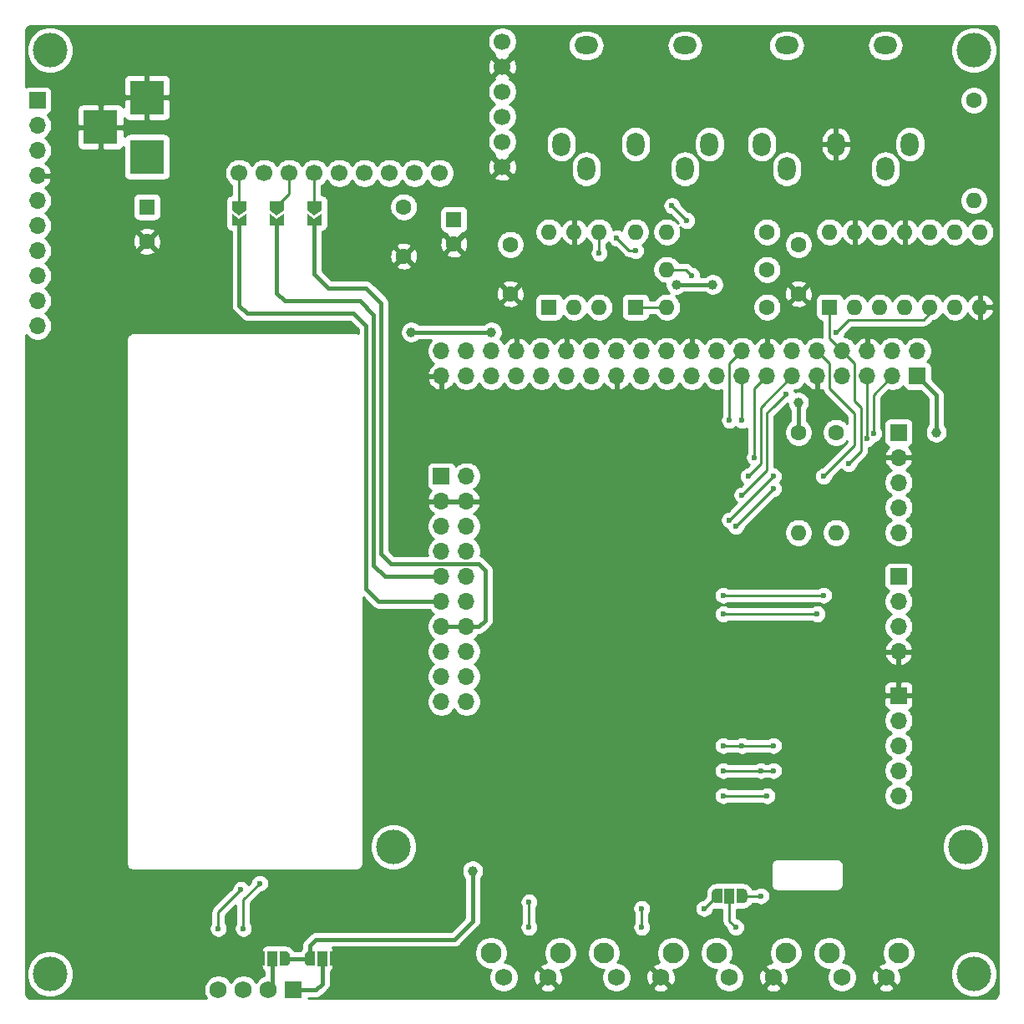
<source format=gbl>
G04 #@! TF.GenerationSoftware,KiCad,Pcbnew,(5.1.8)-1*
G04 #@! TF.CreationDate,2022-02-18T23:46:38+01:00*
G04 #@! TF.ProjectId,BulkyMIDI-32 Module,42756c6b-794d-4494-9449-2d3332204d6f,rev?*
G04 #@! TF.SameCoordinates,Original*
G04 #@! TF.FileFunction,Copper,L2,Bot*
G04 #@! TF.FilePolarity,Positive*
%FSLAX46Y46*%
G04 Gerber Fmt 4.6, Leading zero omitted, Abs format (unit mm)*
G04 Created by KiCad (PCBNEW (5.1.8)-1) date 2022-02-18 23:46:38*
%MOMM*%
%LPD*%
G01*
G04 APERTURE LIST*
G04 #@! TA.AperFunction,ComponentPad*
%ADD10O,1.700000X1.700000*%
G04 #@! TD*
G04 #@! TA.AperFunction,ComponentPad*
%ADD11R,1.700000X1.700000*%
G04 #@! TD*
G04 #@! TA.AperFunction,WasherPad*
%ADD12C,3.500000*%
G04 #@! TD*
G04 #@! TA.AperFunction,ComponentPad*
%ADD13O,1.800000X2.400000*%
G04 #@! TD*
G04 #@! TA.AperFunction,WasherPad*
%ADD14O,2.400000X1.800000*%
G04 #@! TD*
G04 #@! TA.AperFunction,ComponentPad*
%ADD15C,1.727200*%
G04 #@! TD*
G04 #@! TA.AperFunction,ComponentPad*
%ADD16R,1.727200X1.727200*%
G04 #@! TD*
G04 #@! TA.AperFunction,ComponentPad*
%ADD17R,3.500000X3.500000*%
G04 #@! TD*
G04 #@! TA.AperFunction,ComponentPad*
%ADD18C,1.700000*%
G04 #@! TD*
G04 #@! TA.AperFunction,ComponentPad*
%ADD19C,1.600000*%
G04 #@! TD*
G04 #@! TA.AperFunction,ComponentPad*
%ADD20R,1.600000X1.600000*%
G04 #@! TD*
G04 #@! TA.AperFunction,ComponentPad*
%ADD21O,1.600000X1.600000*%
G04 #@! TD*
G04 #@! TA.AperFunction,ComponentPad*
%ADD22C,2.100000*%
G04 #@! TD*
G04 #@! TA.AperFunction,ComponentPad*
%ADD23C,1.750000*%
G04 #@! TD*
G04 #@! TA.AperFunction,SMDPad,CuDef*
%ADD24C,0.100000*%
G04 #@! TD*
G04 #@! TA.AperFunction,SMDPad,CuDef*
%ADD25R,1.000000X1.500000*%
G04 #@! TD*
G04 #@! TA.AperFunction,ViaPad*
%ADD26C,1.000000*%
G04 #@! TD*
G04 #@! TA.AperFunction,ViaPad*
%ADD27C,0.600000*%
G04 #@! TD*
G04 #@! TA.AperFunction,Conductor*
%ADD28C,0.381000*%
G04 #@! TD*
G04 #@! TA.AperFunction,Conductor*
%ADD29C,0.250000*%
G04 #@! TD*
G04 #@! TA.AperFunction,Conductor*
%ADD30C,0.254000*%
G04 #@! TD*
G04 #@! TA.AperFunction,Conductor*
%ADD31C,0.100000*%
G04 #@! TD*
G04 APERTURE END LIST*
D10*
X156210000Y-88265000D03*
X158750000Y-90805000D03*
X143510000Y-90805000D03*
X143510000Y-88265000D03*
X158750000Y-88265000D03*
X156210000Y-90805000D03*
X161290000Y-88265000D03*
D11*
X161290000Y-90805000D03*
D10*
X133350000Y-90805000D03*
X133350000Y-88265000D03*
X148590000Y-90805000D03*
X148590000Y-88265000D03*
X128270000Y-90805000D03*
X128270000Y-88265000D03*
X146050000Y-90805000D03*
X146050000Y-88265000D03*
X151130000Y-90805000D03*
X151130000Y-88265000D03*
X138430000Y-90805000D03*
X138430000Y-88265000D03*
X115570000Y-90805000D03*
X115570000Y-88265000D03*
X120650000Y-90805000D03*
X120650000Y-88265000D03*
X118110000Y-90805000D03*
X118110000Y-88265000D03*
X140970000Y-90805000D03*
X140970000Y-88265000D03*
X123190000Y-90805000D03*
X123190000Y-88265000D03*
X153670000Y-90805000D03*
X153670000Y-88265000D03*
X125730000Y-90805000D03*
X125730000Y-88265000D03*
X135890000Y-90805000D03*
X135890000Y-88265000D03*
X130810000Y-90805000D03*
X130810000Y-88265000D03*
X113030000Y-90805000D03*
X113030000Y-88265000D03*
D12*
X108160000Y-138535000D03*
X166160000Y-138535000D03*
D13*
X132715000Y-67310000D03*
D14*
X127715000Y-57310000D03*
X137715000Y-57310000D03*
D13*
X125215000Y-67310000D03*
X140215000Y-67310000D03*
X127715000Y-69810000D03*
X137715000Y-69810000D03*
X153035000Y-67310000D03*
D14*
X148035000Y-57310000D03*
X158035000Y-57310000D03*
D13*
X145535000Y-67310000D03*
X160535000Y-67310000D03*
X148035000Y-69810000D03*
X158035000Y-69810000D03*
D10*
X72085000Y-85725000D03*
X72085000Y-83185000D03*
X72085000Y-80645000D03*
X72085000Y-78105000D03*
X72085000Y-75565000D03*
X72085000Y-73025000D03*
X72085000Y-70485000D03*
X72085000Y-67945000D03*
X72085000Y-65405000D03*
D11*
X72085000Y-62865000D03*
D15*
X90424000Y-153035000D03*
X92964000Y-153035000D03*
X95504000Y-153035000D03*
D16*
X98044000Y-153035000D03*
D12*
X73355000Y-151435000D03*
X167005000Y-151435000D03*
X167005000Y-57785000D03*
X73355000Y-57785000D03*
D17*
X78485000Y-65580000D03*
X83185000Y-62580000D03*
X83185000Y-68580000D03*
D18*
X112857000Y-70231000D03*
X110317000Y-70231000D03*
X107777000Y-70231000D03*
X105237000Y-70231000D03*
X102697000Y-70231000D03*
X100157000Y-70231000D03*
X97617000Y-70231000D03*
X95077000Y-70231000D03*
X92537000Y-70231000D03*
X119207000Y-69596000D03*
X119207000Y-67056000D03*
X119207000Y-64516000D03*
X119207000Y-61976000D03*
X119207000Y-59436000D03*
X119207000Y-56896000D03*
D19*
X120015000Y-82470000D03*
X120015000Y-77470000D03*
X109220000Y-73660000D03*
X109220000Y-78660000D03*
D20*
X114300000Y-74930000D03*
D19*
X114300000Y-77430000D03*
D20*
X83185000Y-73660000D03*
D19*
X83185000Y-77160000D03*
D20*
X132715000Y-83820000D03*
D21*
X132715000Y-76200000D03*
D11*
X159385000Y-111125000D03*
D10*
X159385000Y-113665000D03*
X159385000Y-116205000D03*
X159385000Y-118745000D03*
D21*
X167005000Y-73025000D03*
D19*
X167005000Y-62865000D03*
X146050000Y-76200000D03*
D21*
X135890000Y-76200000D03*
X135890000Y-80010000D03*
D19*
X146050000Y-80010000D03*
X146050000Y-83820000D03*
D21*
X135890000Y-83820000D03*
X149225000Y-106680000D03*
D19*
X149225000Y-96520000D03*
X153035000Y-96520000D03*
D21*
X153035000Y-106680000D03*
D22*
X129495000Y-149280000D03*
D23*
X130755000Y-151770000D03*
X135255000Y-151770000D03*
D22*
X136505000Y-149280000D03*
X140925000Y-149280000D03*
D23*
X142185000Y-151770000D03*
X146685000Y-151770000D03*
D22*
X147935000Y-149280000D03*
D20*
X152400000Y-83820000D03*
D21*
X167640000Y-76200000D03*
X154940000Y-83820000D03*
X165100000Y-76200000D03*
X157480000Y-83820000D03*
X162560000Y-76200000D03*
X160020000Y-83820000D03*
X160020000Y-76200000D03*
X162560000Y-83820000D03*
X157480000Y-76200000D03*
X165100000Y-83820000D03*
X154940000Y-76200000D03*
X167640000Y-83820000D03*
X152400000Y-76200000D03*
D20*
X123952000Y-83820000D03*
D21*
X129032000Y-76200000D03*
X126492000Y-83820000D03*
X126492000Y-76200000D03*
X129032000Y-83820000D03*
X123952000Y-76200000D03*
D22*
X118065000Y-149280000D03*
D23*
X119325000Y-151770000D03*
X123825000Y-151770000D03*
D22*
X125075000Y-149280000D03*
X152355000Y-149280000D03*
D23*
X153615000Y-151770000D03*
X158115000Y-151770000D03*
D22*
X159365000Y-149280000D03*
D11*
X159385000Y-123190000D03*
D10*
X159385000Y-125730000D03*
X159385000Y-128270000D03*
X159385000Y-130810000D03*
X159385000Y-133350000D03*
D19*
X149225000Y-77470000D03*
X149225000Y-82470000D03*
D11*
X159385000Y-96520000D03*
D10*
X159385000Y-99060000D03*
X159385000Y-101600000D03*
X159385000Y-104140000D03*
X159385000Y-106680000D03*
G04 #@! TA.AperFunction,SMDPad,CuDef*
D24*
G36*
X101715000Y-149110000D02*
G01*
X102265000Y-149110000D01*
X102265000Y-149110602D01*
X102289534Y-149110602D01*
X102338365Y-149115412D01*
X102386490Y-149124984D01*
X102433445Y-149139228D01*
X102478778Y-149158005D01*
X102522051Y-149181136D01*
X102562850Y-149208396D01*
X102600779Y-149239524D01*
X102635476Y-149274221D01*
X102666604Y-149312150D01*
X102693864Y-149352949D01*
X102716995Y-149396222D01*
X102735772Y-149441555D01*
X102750016Y-149488510D01*
X102759588Y-149536635D01*
X102764398Y-149585466D01*
X102764398Y-149610000D01*
X102765000Y-149610000D01*
X102765000Y-150110000D01*
X102764398Y-150110000D01*
X102764398Y-150134534D01*
X102759588Y-150183365D01*
X102750016Y-150231490D01*
X102735772Y-150278445D01*
X102716995Y-150323778D01*
X102693864Y-150367051D01*
X102666604Y-150407850D01*
X102635476Y-150445779D01*
X102600779Y-150480476D01*
X102562850Y-150511604D01*
X102522051Y-150538864D01*
X102478778Y-150561995D01*
X102433445Y-150580772D01*
X102386490Y-150595016D01*
X102338365Y-150604588D01*
X102289534Y-150609398D01*
X102265000Y-150609398D01*
X102265000Y-150610000D01*
X101715000Y-150610000D01*
X101715000Y-149110000D01*
G37*
G04 #@! TD.AperFunction*
G04 #@! TA.AperFunction,SMDPad,CuDef*
G36*
X99665000Y-150609398D02*
G01*
X99640466Y-150609398D01*
X99591635Y-150604588D01*
X99543510Y-150595016D01*
X99496555Y-150580772D01*
X99451222Y-150561995D01*
X99407949Y-150538864D01*
X99367150Y-150511604D01*
X99329221Y-150480476D01*
X99294524Y-150445779D01*
X99263396Y-150407850D01*
X99236136Y-150367051D01*
X99213005Y-150323778D01*
X99194228Y-150278445D01*
X99179984Y-150231490D01*
X99170412Y-150183365D01*
X99165602Y-150134534D01*
X99165602Y-150110000D01*
X99165000Y-150110000D01*
X99165000Y-149610000D01*
X99165602Y-149610000D01*
X99165602Y-149585466D01*
X99170412Y-149536635D01*
X99179984Y-149488510D01*
X99194228Y-149441555D01*
X99213005Y-149396222D01*
X99236136Y-149352949D01*
X99263396Y-149312150D01*
X99294524Y-149274221D01*
X99329221Y-149239524D01*
X99367150Y-149208396D01*
X99407949Y-149181136D01*
X99451222Y-149158005D01*
X99496555Y-149139228D01*
X99543510Y-149124984D01*
X99591635Y-149115412D01*
X99640466Y-149110602D01*
X99665000Y-149110602D01*
X99665000Y-149110000D01*
X100215000Y-149110000D01*
X100215000Y-150610000D01*
X99665000Y-150610000D01*
X99665000Y-150609398D01*
G37*
G04 #@! TD.AperFunction*
D25*
X100965000Y-149860000D03*
X95885000Y-149860000D03*
G04 #@! TA.AperFunction,SMDPad,CuDef*
D24*
G36*
X94585000Y-150609398D02*
G01*
X94560466Y-150609398D01*
X94511635Y-150604588D01*
X94463510Y-150595016D01*
X94416555Y-150580772D01*
X94371222Y-150561995D01*
X94327949Y-150538864D01*
X94287150Y-150511604D01*
X94249221Y-150480476D01*
X94214524Y-150445779D01*
X94183396Y-150407850D01*
X94156136Y-150367051D01*
X94133005Y-150323778D01*
X94114228Y-150278445D01*
X94099984Y-150231490D01*
X94090412Y-150183365D01*
X94085602Y-150134534D01*
X94085602Y-150110000D01*
X94085000Y-150110000D01*
X94085000Y-149610000D01*
X94085602Y-149610000D01*
X94085602Y-149585466D01*
X94090412Y-149536635D01*
X94099984Y-149488510D01*
X94114228Y-149441555D01*
X94133005Y-149396222D01*
X94156136Y-149352949D01*
X94183396Y-149312150D01*
X94214524Y-149274221D01*
X94249221Y-149239524D01*
X94287150Y-149208396D01*
X94327949Y-149181136D01*
X94371222Y-149158005D01*
X94416555Y-149139228D01*
X94463510Y-149124984D01*
X94511635Y-149115412D01*
X94560466Y-149110602D01*
X94585000Y-149110602D01*
X94585000Y-149110000D01*
X95135000Y-149110000D01*
X95135000Y-150610000D01*
X94585000Y-150610000D01*
X94585000Y-150609398D01*
G37*
G04 #@! TD.AperFunction*
G04 #@! TA.AperFunction,SMDPad,CuDef*
G36*
X96635000Y-149110000D02*
G01*
X97185000Y-149110000D01*
X97185000Y-149110602D01*
X97209534Y-149110602D01*
X97258365Y-149115412D01*
X97306490Y-149124984D01*
X97353445Y-149139228D01*
X97398778Y-149158005D01*
X97442051Y-149181136D01*
X97482850Y-149208396D01*
X97520779Y-149239524D01*
X97555476Y-149274221D01*
X97586604Y-149312150D01*
X97613864Y-149352949D01*
X97636995Y-149396222D01*
X97655772Y-149441555D01*
X97670016Y-149488510D01*
X97679588Y-149536635D01*
X97684398Y-149585466D01*
X97684398Y-149610000D01*
X97685000Y-149610000D01*
X97685000Y-150110000D01*
X97684398Y-150110000D01*
X97684398Y-150134534D01*
X97679588Y-150183365D01*
X97670016Y-150231490D01*
X97655772Y-150278445D01*
X97636995Y-150323778D01*
X97613864Y-150367051D01*
X97586604Y-150407850D01*
X97555476Y-150445779D01*
X97520779Y-150480476D01*
X97482850Y-150511604D01*
X97442051Y-150538864D01*
X97398778Y-150561995D01*
X97353445Y-150580772D01*
X97306490Y-150595016D01*
X97258365Y-150604588D01*
X97209534Y-150609398D01*
X97185000Y-150609398D01*
X97185000Y-150610000D01*
X96635000Y-150610000D01*
X96635000Y-149110000D01*
G37*
G04 #@! TD.AperFunction*
G04 #@! TA.AperFunction,SMDPad,CuDef*
G36*
X142990000Y-142760000D02*
G01*
X143540000Y-142760000D01*
X143540000Y-142760602D01*
X143564534Y-142760602D01*
X143613365Y-142765412D01*
X143661490Y-142774984D01*
X143708445Y-142789228D01*
X143753778Y-142808005D01*
X143797051Y-142831136D01*
X143837850Y-142858396D01*
X143875779Y-142889524D01*
X143910476Y-142924221D01*
X143941604Y-142962150D01*
X143968864Y-143002949D01*
X143991995Y-143046222D01*
X144010772Y-143091555D01*
X144025016Y-143138510D01*
X144034588Y-143186635D01*
X144039398Y-143235466D01*
X144039398Y-143260000D01*
X144040000Y-143260000D01*
X144040000Y-143760000D01*
X144039398Y-143760000D01*
X144039398Y-143784534D01*
X144034588Y-143833365D01*
X144025016Y-143881490D01*
X144010772Y-143928445D01*
X143991995Y-143973778D01*
X143968864Y-144017051D01*
X143941604Y-144057850D01*
X143910476Y-144095779D01*
X143875779Y-144130476D01*
X143837850Y-144161604D01*
X143797051Y-144188864D01*
X143753778Y-144211995D01*
X143708445Y-144230772D01*
X143661490Y-144245016D01*
X143613365Y-144254588D01*
X143564534Y-144259398D01*
X143540000Y-144259398D01*
X143540000Y-144260000D01*
X142990000Y-144260000D01*
X142990000Y-142760000D01*
G37*
G04 #@! TD.AperFunction*
G04 #@! TA.AperFunction,SMDPad,CuDef*
G36*
X140940000Y-144259398D02*
G01*
X140915466Y-144259398D01*
X140866635Y-144254588D01*
X140818510Y-144245016D01*
X140771555Y-144230772D01*
X140726222Y-144211995D01*
X140682949Y-144188864D01*
X140642150Y-144161604D01*
X140604221Y-144130476D01*
X140569524Y-144095779D01*
X140538396Y-144057850D01*
X140511136Y-144017051D01*
X140488005Y-143973778D01*
X140469228Y-143928445D01*
X140454984Y-143881490D01*
X140445412Y-143833365D01*
X140440602Y-143784534D01*
X140440602Y-143760000D01*
X140440000Y-143760000D01*
X140440000Y-143260000D01*
X140440602Y-143260000D01*
X140440602Y-143235466D01*
X140445412Y-143186635D01*
X140454984Y-143138510D01*
X140469228Y-143091555D01*
X140488005Y-143046222D01*
X140511136Y-143002949D01*
X140538396Y-142962150D01*
X140569524Y-142924221D01*
X140604221Y-142889524D01*
X140642150Y-142858396D01*
X140682949Y-142831136D01*
X140726222Y-142808005D01*
X140771555Y-142789228D01*
X140818510Y-142774984D01*
X140866635Y-142765412D01*
X140915466Y-142760602D01*
X140940000Y-142760602D01*
X140940000Y-142760000D01*
X141490000Y-142760000D01*
X141490000Y-144260000D01*
X140940000Y-144260000D01*
X140940000Y-144259398D01*
G37*
G04 #@! TD.AperFunction*
D25*
X142240000Y-143510000D03*
D11*
X113030000Y-100965000D03*
D10*
X115570000Y-100965000D03*
X113030000Y-103505000D03*
X115570000Y-103505000D03*
X113030000Y-106045000D03*
X115570000Y-106045000D03*
X113030000Y-108585000D03*
X115570000Y-108585000D03*
X113030000Y-111125000D03*
X115570000Y-111125000D03*
X113030000Y-113665000D03*
X115570000Y-113665000D03*
X113030000Y-116205000D03*
X115570000Y-116205000D03*
X113030000Y-118745000D03*
X115570000Y-118745000D03*
X113030000Y-121285000D03*
X115570000Y-121285000D03*
X113030000Y-123825000D03*
X115570000Y-123825000D03*
G04 #@! TA.AperFunction,SMDPad,CuDef*
D24*
G36*
X95597000Y-75520000D02*
G01*
X95597000Y-74370000D01*
X96347000Y-74870000D01*
X97097000Y-74370000D01*
X97097000Y-75520000D01*
X95597000Y-75520000D01*
G37*
G04 #@! TD.AperFunction*
G04 #@! TA.AperFunction,SMDPad,CuDef*
G36*
X96347000Y-74570000D02*
G01*
X95597000Y-74070000D01*
X95597000Y-73070000D01*
X97097000Y-73070000D01*
X97097000Y-74070000D01*
X96347000Y-74570000D01*
G37*
G04 #@! TD.AperFunction*
G04 #@! TA.AperFunction,SMDPad,CuDef*
G36*
X100157000Y-74570000D02*
G01*
X99407000Y-74070000D01*
X99407000Y-73070000D01*
X100907000Y-73070000D01*
X100907000Y-74070000D01*
X100157000Y-74570000D01*
G37*
G04 #@! TD.AperFunction*
G04 #@! TA.AperFunction,SMDPad,CuDef*
G36*
X99407000Y-75520000D02*
G01*
X99407000Y-74370000D01*
X100157000Y-74870000D01*
X100907000Y-74370000D01*
X100907000Y-75520000D01*
X99407000Y-75520000D01*
G37*
G04 #@! TD.AperFunction*
G04 #@! TA.AperFunction,SMDPad,CuDef*
G36*
X91787000Y-75520000D02*
G01*
X91787000Y-74370000D01*
X92537000Y-74870000D01*
X93287000Y-74370000D01*
X93287000Y-75520000D01*
X91787000Y-75520000D01*
G37*
G04 #@! TD.AperFunction*
G04 #@! TA.AperFunction,SMDPad,CuDef*
G36*
X92537000Y-74570000D02*
G01*
X91787000Y-74070000D01*
X91787000Y-73070000D01*
X93287000Y-73070000D01*
X93287000Y-74070000D01*
X92537000Y-74570000D01*
G37*
G04 #@! TD.AperFunction*
D26*
X163195000Y-96520000D03*
X116205000Y-140970000D03*
X118110000Y-86360000D03*
X109982000Y-86360000D03*
X136843000Y-81534000D03*
X140525000Y-81534000D03*
X149225000Y-93479500D03*
D27*
X94615000Y-142240000D03*
X92964000Y-146811994D03*
X146685000Y-100965000D03*
X142240000Y-105410000D03*
X156210000Y-97154990D03*
X92710000Y-142875000D03*
X90424000Y-146812000D03*
X146685000Y-102235000D03*
X142875000Y-106045000D03*
X156845000Y-96647000D03*
X143510000Y-95305500D03*
X146050000Y-133350000D03*
X141605000Y-133350000D03*
X146685000Y-130810000D03*
X145415000Y-130810000D03*
X142240000Y-95305500D03*
X145415000Y-143510000D03*
X141605000Y-130810000D03*
X121920000Y-144145000D03*
X121920000Y-146685000D03*
X144145000Y-100965000D03*
X130810000Y-76835000D03*
X132715000Y-78105000D03*
X133350000Y-144780000D03*
X133350000Y-146685000D03*
X144780000Y-99060000D03*
X139670000Y-144780000D03*
X143510000Y-128270000D03*
X146685000Y-128270000D03*
X147955000Y-92654500D03*
X143510000Y-102870000D03*
X141605000Y-128270000D03*
X136400558Y-73535558D03*
X137919442Y-75054442D03*
X142875000Y-146685000D03*
X129032000Y-78358988D03*
X138430000Y-80645000D03*
X151765000Y-100965000D03*
X153035000Y-86360000D03*
X151765000Y-113030000D03*
X141605000Y-113030000D03*
X154305000Y-99695000D03*
X151130000Y-114935000D03*
X141605000Y-114935000D03*
D28*
X97185000Y-149860000D02*
X98425000Y-149860000D01*
X98425000Y-149860000D02*
X99665000Y-149860000D01*
X163195000Y-92710000D02*
X163195000Y-96520000D01*
X161290000Y-90805000D02*
X163195000Y-92710000D01*
X99665000Y-149860000D02*
X99665000Y-148553331D01*
X116205000Y-140970000D02*
X116205000Y-146050000D01*
X114333334Y-147921666D02*
X100296666Y-147921666D01*
X116205000Y-146050000D02*
X114333334Y-147921666D01*
X99665000Y-148553331D02*
X100296666Y-147921666D01*
X118110000Y-86360000D02*
X109982000Y-86360000D01*
X136843000Y-81534000D02*
X140525000Y-81534000D01*
X149225000Y-96520000D02*
X149225000Y-93479500D01*
X95885000Y-152654000D02*
X95504000Y-153035000D01*
X95885000Y-149860000D02*
X95885000Y-152654000D01*
D29*
X92964000Y-143891000D02*
X92964000Y-146811994D01*
X94615000Y-142240000D02*
X92964000Y-143891000D01*
X146685000Y-100965000D02*
X142240000Y-105410000D01*
X156210000Y-90805000D02*
X156210000Y-97154990D01*
X90424000Y-145161000D02*
X90424000Y-146812000D01*
X92710000Y-142875000D02*
X90424000Y-145161000D01*
X146685000Y-102235000D02*
X142875000Y-106045000D01*
X156845000Y-92710000D02*
X156845000Y-96647000D01*
X158750000Y-90805000D02*
X156845000Y-92710000D01*
D28*
X100965000Y-149860000D02*
X100965000Y-152400000D01*
X100330000Y-153035000D02*
X98044000Y-153035000D01*
X100965000Y-152400000D02*
X100330000Y-153035000D01*
D29*
X143510000Y-90805000D02*
X143510000Y-95305500D01*
X146050000Y-133350000D02*
X141605000Y-133350000D01*
X146685000Y-130810000D02*
X145415000Y-130810000D01*
X143510000Y-88265000D02*
X142240000Y-89535000D01*
X142240000Y-89535000D02*
X142240000Y-95305500D01*
X143540000Y-143510000D02*
X145415000Y-143510000D01*
X141605000Y-130810000D02*
X145415000Y-130810000D01*
X121920000Y-144145000D02*
X121920000Y-146685000D01*
X148590000Y-90805000D02*
X145415000Y-93980000D01*
X145415000Y-93980000D02*
X145415000Y-99695000D01*
X145415000Y-99695000D02*
X144145000Y-100965000D01*
X130810000Y-76835000D02*
X132080000Y-78105000D01*
X132080000Y-78105000D02*
X132715000Y-78105000D01*
X133350000Y-144780000D02*
X133350000Y-146685000D01*
X144780000Y-92075000D02*
X144780000Y-99060000D01*
X146050000Y-90805000D02*
X144780000Y-92075000D01*
X139670000Y-144780000D02*
X140940000Y-143510000D01*
X143510000Y-128270000D02*
X146685000Y-128270000D01*
X146685000Y-93924500D02*
X147955000Y-92654500D01*
X143510000Y-102870000D02*
X146050000Y-100330000D01*
X146050000Y-100330000D02*
X146050000Y-96520000D01*
X146050000Y-94559500D02*
X146685000Y-93924500D01*
X146050000Y-96520000D02*
X146050000Y-94559500D01*
X143510000Y-128270000D02*
X141605000Y-128270000D01*
X132715000Y-83820000D02*
X135890000Y-83820000D01*
X136400558Y-73535558D02*
X137919442Y-75054442D01*
X142240000Y-146050000D02*
X142875000Y-146685000D01*
X142240000Y-143510000D02*
X142240000Y-146050000D01*
D28*
X115570000Y-116205000D02*
X113030000Y-116205000D01*
X106934000Y-108839000D02*
X107950000Y-109855000D01*
X106934000Y-83439000D02*
X106934000Y-108839000D01*
X117475000Y-115570000D02*
X116840000Y-116205000D01*
X105410000Y-81915000D02*
X106934000Y-83439000D01*
X101600000Y-81915000D02*
X105410000Y-81915000D01*
X116840000Y-116205000D02*
X115570000Y-116205000D01*
X117475000Y-110490000D02*
X117475000Y-115570000D01*
X116840000Y-109855000D02*
X117475000Y-110490000D01*
X107950000Y-109855000D02*
X116840000Y-109855000D01*
X100157000Y-80472000D02*
X101600000Y-81915000D01*
X100157000Y-75020000D02*
X100157000Y-80472000D01*
X107315000Y-111125000D02*
X113030000Y-111125000D01*
X106172000Y-109982000D02*
X107315000Y-111125000D01*
X106172000Y-84582000D02*
X106172000Y-109982000D01*
X104775000Y-83185000D02*
X106172000Y-84582000D01*
X97155000Y-83185000D02*
X104775000Y-83185000D01*
X96347000Y-82377000D02*
X97155000Y-83185000D01*
X96347000Y-75020000D02*
X96347000Y-82377000D01*
X106680000Y-113665000D02*
X113030000Y-113665000D01*
X105410000Y-112395000D02*
X106680000Y-113665000D01*
X105410000Y-85725000D02*
X105410000Y-112395000D01*
X93345000Y-84455000D02*
X104140000Y-84455000D01*
X92537000Y-83647000D02*
X93345000Y-84455000D01*
X104140000Y-84455000D02*
X105410000Y-85725000D01*
X92537000Y-75020000D02*
X92537000Y-83647000D01*
D29*
X100157000Y-70231000D02*
X100157000Y-73570000D01*
X97617000Y-72300000D02*
X96347000Y-73570000D01*
X97617000Y-70231000D02*
X97617000Y-72300000D01*
X92537000Y-73570000D02*
X92537000Y-70231000D01*
X129032000Y-76200000D02*
X129032000Y-78358988D01*
X137795000Y-80010000D02*
X138430000Y-80645000D01*
X135890000Y-80010000D02*
X137795000Y-80010000D01*
X151130000Y-88265000D02*
X152400000Y-89535000D01*
X154940000Y-96520000D02*
X154940000Y-94615000D01*
X154940000Y-94615000D02*
X152400000Y-92075000D01*
X152400000Y-89535000D02*
X152400000Y-92075000D01*
X154940000Y-97790000D02*
X151765000Y-100965000D01*
X154940000Y-96520000D02*
X154940000Y-97790000D01*
X162560000Y-83820000D02*
X162560000Y-84455000D01*
X162560000Y-84455000D02*
X161925000Y-85090000D01*
X154305000Y-85090000D02*
X153035000Y-86360000D01*
X161925000Y-85090000D02*
X154305000Y-85090000D01*
X151765000Y-113030000D02*
X141605000Y-113030000D01*
X152400000Y-86995000D02*
X153670000Y-88265000D01*
X152400000Y-83820000D02*
X152400000Y-86995000D01*
X155575000Y-93980000D02*
X155575000Y-98425000D01*
X153670000Y-88265000D02*
X154940000Y-89535000D01*
X155575000Y-98425000D02*
X154305000Y-99695000D01*
X154940000Y-93345000D02*
X155575000Y-93980000D01*
X154940000Y-89535000D02*
X154940000Y-93345000D01*
X151130000Y-114935000D02*
X141605000Y-114935000D01*
D30*
X169018109Y-55334005D02*
X169122101Y-55365402D01*
X169218014Y-55416399D01*
X169302194Y-55485055D01*
X169371440Y-55568758D01*
X169423105Y-55664311D01*
X169455227Y-55768078D01*
X169470001Y-55908650D01*
X169470000Y-78774876D01*
X169470001Y-78774886D01*
X169470000Y-153305280D01*
X169455995Y-153448109D01*
X169424599Y-153552099D01*
X169373601Y-153648013D01*
X169304941Y-153732199D01*
X169221243Y-153801439D01*
X169125689Y-153853105D01*
X169021922Y-153885227D01*
X168881359Y-153900000D01*
X99545534Y-153900000D01*
X99545672Y-153898600D01*
X99545672Y-153860500D01*
X100289450Y-153860500D01*
X100330000Y-153864494D01*
X100370550Y-153860500D01*
X100370553Y-153860500D01*
X100491826Y-153848556D01*
X100647434Y-153801353D01*
X100790842Y-153724699D01*
X100916541Y-153621541D01*
X100942397Y-153590035D01*
X101520044Y-153012390D01*
X101551541Y-152986541D01*
X101577389Y-152955045D01*
X101577392Y-152955042D01*
X101654699Y-152860843D01*
X101731353Y-152717434D01*
X101738294Y-152694553D01*
X101778556Y-152561826D01*
X101790500Y-152440553D01*
X101790500Y-152440551D01*
X101794494Y-152400000D01*
X101790500Y-152359450D01*
X101790500Y-151156035D01*
X101819494Y-151140537D01*
X101916185Y-151061185D01*
X101995537Y-150964494D01*
X102054502Y-150854180D01*
X102090812Y-150734482D01*
X102103072Y-150610000D01*
X102103072Y-149114042D01*
X116380000Y-149114042D01*
X116380000Y-149445958D01*
X116444754Y-149771496D01*
X116571772Y-150078147D01*
X116756175Y-150354125D01*
X116990875Y-150588825D01*
X117266853Y-150773228D01*
X117573504Y-150900246D01*
X117899042Y-150965000D01*
X118046823Y-150965000D01*
X117986856Y-151054747D01*
X117873029Y-151329549D01*
X117815000Y-151621278D01*
X117815000Y-151918722D01*
X117873029Y-152210451D01*
X117986856Y-152485253D01*
X118152107Y-152732569D01*
X118362431Y-152942893D01*
X118609747Y-153108144D01*
X118884549Y-153221971D01*
X119176278Y-153280000D01*
X119473722Y-153280000D01*
X119765451Y-153221971D01*
X120040253Y-153108144D01*
X120287569Y-152942893D01*
X120414222Y-152816240D01*
X122958365Y-152816240D01*
X123039025Y-153067868D01*
X123307329Y-153196267D01*
X123595526Y-153269855D01*
X123892543Y-153285804D01*
X124186963Y-153243501D01*
X124467474Y-153144572D01*
X124610975Y-153067868D01*
X124691635Y-152816240D01*
X123825000Y-151949605D01*
X122958365Y-152816240D01*
X120414222Y-152816240D01*
X120497893Y-152732569D01*
X120663144Y-152485253D01*
X120776971Y-152210451D01*
X120835000Y-151918722D01*
X120835000Y-151837543D01*
X122309196Y-151837543D01*
X122351499Y-152131963D01*
X122450428Y-152412474D01*
X122527132Y-152555975D01*
X122778760Y-152636635D01*
X123645395Y-151770000D01*
X122778760Y-150903365D01*
X122527132Y-150984025D01*
X122398733Y-151252329D01*
X122325145Y-151540526D01*
X122309196Y-151837543D01*
X120835000Y-151837543D01*
X120835000Y-151621278D01*
X120776971Y-151329549D01*
X120663144Y-151054747D01*
X120497893Y-150807431D01*
X120414222Y-150723760D01*
X122958365Y-150723760D01*
X123825000Y-151590395D01*
X123839143Y-151576253D01*
X124018748Y-151755858D01*
X124004605Y-151770000D01*
X124871240Y-152636635D01*
X125122868Y-152555975D01*
X125251267Y-152287671D01*
X125324855Y-151999474D01*
X125340804Y-151702457D01*
X125298501Y-151408037D01*
X125199572Y-151127526D01*
X125122868Y-150984025D01*
X125063517Y-150965000D01*
X125240958Y-150965000D01*
X125566496Y-150900246D01*
X125873147Y-150773228D01*
X126149125Y-150588825D01*
X126383825Y-150354125D01*
X126568228Y-150078147D01*
X126695246Y-149771496D01*
X126760000Y-149445958D01*
X126760000Y-149114042D01*
X127810000Y-149114042D01*
X127810000Y-149445958D01*
X127874754Y-149771496D01*
X128001772Y-150078147D01*
X128186175Y-150354125D01*
X128420875Y-150588825D01*
X128696853Y-150773228D01*
X129003504Y-150900246D01*
X129329042Y-150965000D01*
X129476823Y-150965000D01*
X129416856Y-151054747D01*
X129303029Y-151329549D01*
X129245000Y-151621278D01*
X129245000Y-151918722D01*
X129303029Y-152210451D01*
X129416856Y-152485253D01*
X129582107Y-152732569D01*
X129792431Y-152942893D01*
X130039747Y-153108144D01*
X130314549Y-153221971D01*
X130606278Y-153280000D01*
X130903722Y-153280000D01*
X131195451Y-153221971D01*
X131470253Y-153108144D01*
X131717569Y-152942893D01*
X131844222Y-152816240D01*
X134388365Y-152816240D01*
X134469025Y-153067868D01*
X134737329Y-153196267D01*
X135025526Y-153269855D01*
X135322543Y-153285804D01*
X135616963Y-153243501D01*
X135897474Y-153144572D01*
X136040975Y-153067868D01*
X136121635Y-152816240D01*
X135255000Y-151949605D01*
X134388365Y-152816240D01*
X131844222Y-152816240D01*
X131927893Y-152732569D01*
X132093144Y-152485253D01*
X132206971Y-152210451D01*
X132265000Y-151918722D01*
X132265000Y-151837543D01*
X133739196Y-151837543D01*
X133781499Y-152131963D01*
X133880428Y-152412474D01*
X133957132Y-152555975D01*
X134208760Y-152636635D01*
X135075395Y-151770000D01*
X134208760Y-150903365D01*
X133957132Y-150984025D01*
X133828733Y-151252329D01*
X133755145Y-151540526D01*
X133739196Y-151837543D01*
X132265000Y-151837543D01*
X132265000Y-151621278D01*
X132206971Y-151329549D01*
X132093144Y-151054747D01*
X131927893Y-150807431D01*
X131844222Y-150723760D01*
X134388365Y-150723760D01*
X135255000Y-151590395D01*
X135269143Y-151576253D01*
X135448748Y-151755858D01*
X135434605Y-151770000D01*
X136301240Y-152636635D01*
X136552868Y-152555975D01*
X136681267Y-152287671D01*
X136754855Y-151999474D01*
X136770804Y-151702457D01*
X136728501Y-151408037D01*
X136629572Y-151127526D01*
X136552868Y-150984025D01*
X136493517Y-150965000D01*
X136670958Y-150965000D01*
X136996496Y-150900246D01*
X137303147Y-150773228D01*
X137579125Y-150588825D01*
X137813825Y-150354125D01*
X137998228Y-150078147D01*
X138125246Y-149771496D01*
X138190000Y-149445958D01*
X138190000Y-149114042D01*
X139240000Y-149114042D01*
X139240000Y-149445958D01*
X139304754Y-149771496D01*
X139431772Y-150078147D01*
X139616175Y-150354125D01*
X139850875Y-150588825D01*
X140126853Y-150773228D01*
X140433504Y-150900246D01*
X140759042Y-150965000D01*
X140906823Y-150965000D01*
X140846856Y-151054747D01*
X140733029Y-151329549D01*
X140675000Y-151621278D01*
X140675000Y-151918722D01*
X140733029Y-152210451D01*
X140846856Y-152485253D01*
X141012107Y-152732569D01*
X141222431Y-152942893D01*
X141469747Y-153108144D01*
X141744549Y-153221971D01*
X142036278Y-153280000D01*
X142333722Y-153280000D01*
X142625451Y-153221971D01*
X142900253Y-153108144D01*
X143147569Y-152942893D01*
X143274222Y-152816240D01*
X145818365Y-152816240D01*
X145899025Y-153067868D01*
X146167329Y-153196267D01*
X146455526Y-153269855D01*
X146752543Y-153285804D01*
X147046963Y-153243501D01*
X147327474Y-153144572D01*
X147470975Y-153067868D01*
X147551635Y-152816240D01*
X146685000Y-151949605D01*
X145818365Y-152816240D01*
X143274222Y-152816240D01*
X143357893Y-152732569D01*
X143523144Y-152485253D01*
X143636971Y-152210451D01*
X143695000Y-151918722D01*
X143695000Y-151837543D01*
X145169196Y-151837543D01*
X145211499Y-152131963D01*
X145310428Y-152412474D01*
X145387132Y-152555975D01*
X145638760Y-152636635D01*
X146505395Y-151770000D01*
X145638760Y-150903365D01*
X145387132Y-150984025D01*
X145258733Y-151252329D01*
X145185145Y-151540526D01*
X145169196Y-151837543D01*
X143695000Y-151837543D01*
X143695000Y-151621278D01*
X143636971Y-151329549D01*
X143523144Y-151054747D01*
X143357893Y-150807431D01*
X143274222Y-150723760D01*
X145818365Y-150723760D01*
X146685000Y-151590395D01*
X146699143Y-151576253D01*
X146878748Y-151755858D01*
X146864605Y-151770000D01*
X147731240Y-152636635D01*
X147982868Y-152555975D01*
X148111267Y-152287671D01*
X148184855Y-151999474D01*
X148200804Y-151702457D01*
X148158501Y-151408037D01*
X148059572Y-151127526D01*
X147982868Y-150984025D01*
X147923517Y-150965000D01*
X148100958Y-150965000D01*
X148426496Y-150900246D01*
X148733147Y-150773228D01*
X149009125Y-150588825D01*
X149243825Y-150354125D01*
X149428228Y-150078147D01*
X149555246Y-149771496D01*
X149620000Y-149445958D01*
X149620000Y-149114042D01*
X150670000Y-149114042D01*
X150670000Y-149445958D01*
X150734754Y-149771496D01*
X150861772Y-150078147D01*
X151046175Y-150354125D01*
X151280875Y-150588825D01*
X151556853Y-150773228D01*
X151863504Y-150900246D01*
X152189042Y-150965000D01*
X152336823Y-150965000D01*
X152276856Y-151054747D01*
X152163029Y-151329549D01*
X152105000Y-151621278D01*
X152105000Y-151918722D01*
X152163029Y-152210451D01*
X152276856Y-152485253D01*
X152442107Y-152732569D01*
X152652431Y-152942893D01*
X152899747Y-153108144D01*
X153174549Y-153221971D01*
X153466278Y-153280000D01*
X153763722Y-153280000D01*
X154055451Y-153221971D01*
X154330253Y-153108144D01*
X154577569Y-152942893D01*
X154704222Y-152816240D01*
X157248365Y-152816240D01*
X157329025Y-153067868D01*
X157597329Y-153196267D01*
X157885526Y-153269855D01*
X158182543Y-153285804D01*
X158476963Y-153243501D01*
X158757474Y-153144572D01*
X158900975Y-153067868D01*
X158981635Y-152816240D01*
X158115000Y-151949605D01*
X157248365Y-152816240D01*
X154704222Y-152816240D01*
X154787893Y-152732569D01*
X154953144Y-152485253D01*
X155066971Y-152210451D01*
X155125000Y-151918722D01*
X155125000Y-151837543D01*
X156599196Y-151837543D01*
X156641499Y-152131963D01*
X156740428Y-152412474D01*
X156817132Y-152555975D01*
X157068760Y-152636635D01*
X157935395Y-151770000D01*
X157068760Y-150903365D01*
X156817132Y-150984025D01*
X156688733Y-151252329D01*
X156615145Y-151540526D01*
X156599196Y-151837543D01*
X155125000Y-151837543D01*
X155125000Y-151621278D01*
X155066971Y-151329549D01*
X154953144Y-151054747D01*
X154787893Y-150807431D01*
X154704222Y-150723760D01*
X157248365Y-150723760D01*
X158115000Y-151590395D01*
X158129143Y-151576253D01*
X158308748Y-151755858D01*
X158294605Y-151770000D01*
X159161240Y-152636635D01*
X159412868Y-152555975D01*
X159541267Y-152287671D01*
X159614855Y-151999474D01*
X159630804Y-151702457D01*
X159588501Y-151408037D01*
X159515167Y-151200098D01*
X164620000Y-151200098D01*
X164620000Y-151669902D01*
X164711654Y-152130679D01*
X164891440Y-152564721D01*
X165152450Y-152955349D01*
X165484651Y-153287550D01*
X165875279Y-153548560D01*
X166309321Y-153728346D01*
X166770098Y-153820000D01*
X167239902Y-153820000D01*
X167700679Y-153728346D01*
X168134721Y-153548560D01*
X168525349Y-153287550D01*
X168857550Y-152955349D01*
X169118560Y-152564721D01*
X169298346Y-152130679D01*
X169390000Y-151669902D01*
X169390000Y-151200098D01*
X169298346Y-150739321D01*
X169118560Y-150305279D01*
X168857550Y-149914651D01*
X168525349Y-149582450D01*
X168134721Y-149321440D01*
X167700679Y-149141654D01*
X167239902Y-149050000D01*
X166770098Y-149050000D01*
X166309321Y-149141654D01*
X165875279Y-149321440D01*
X165484651Y-149582450D01*
X165152450Y-149914651D01*
X164891440Y-150305279D01*
X164711654Y-150739321D01*
X164620000Y-151200098D01*
X159515167Y-151200098D01*
X159489572Y-151127526D01*
X159412868Y-150984025D01*
X159353517Y-150965000D01*
X159530958Y-150965000D01*
X159856496Y-150900246D01*
X160163147Y-150773228D01*
X160439125Y-150588825D01*
X160673825Y-150354125D01*
X160858228Y-150078147D01*
X160985246Y-149771496D01*
X161050000Y-149445958D01*
X161050000Y-149114042D01*
X160985246Y-148788504D01*
X160858228Y-148481853D01*
X160673825Y-148205875D01*
X160439125Y-147971175D01*
X160163147Y-147786772D01*
X159856496Y-147659754D01*
X159530958Y-147595000D01*
X159199042Y-147595000D01*
X158873504Y-147659754D01*
X158566853Y-147786772D01*
X158290875Y-147971175D01*
X158056175Y-148205875D01*
X157871772Y-148481853D01*
X157744754Y-148788504D01*
X157680000Y-149114042D01*
X157680000Y-149445958D01*
X157744754Y-149771496D01*
X157871772Y-150078147D01*
X157994490Y-150261806D01*
X157753037Y-150296499D01*
X157472526Y-150395428D01*
X157329025Y-150472132D01*
X157248365Y-150723760D01*
X154704222Y-150723760D01*
X154577569Y-150597107D01*
X154330253Y-150431856D01*
X154055451Y-150318029D01*
X153763722Y-150260000D01*
X153726717Y-150260000D01*
X153848228Y-150078147D01*
X153975246Y-149771496D01*
X154040000Y-149445958D01*
X154040000Y-149114042D01*
X153975246Y-148788504D01*
X153848228Y-148481853D01*
X153663825Y-148205875D01*
X153429125Y-147971175D01*
X153153147Y-147786772D01*
X152846496Y-147659754D01*
X152520958Y-147595000D01*
X152189042Y-147595000D01*
X151863504Y-147659754D01*
X151556853Y-147786772D01*
X151280875Y-147971175D01*
X151046175Y-148205875D01*
X150861772Y-148481853D01*
X150734754Y-148788504D01*
X150670000Y-149114042D01*
X149620000Y-149114042D01*
X149555246Y-148788504D01*
X149428228Y-148481853D01*
X149243825Y-148205875D01*
X149009125Y-147971175D01*
X148733147Y-147786772D01*
X148426496Y-147659754D01*
X148100958Y-147595000D01*
X147769042Y-147595000D01*
X147443504Y-147659754D01*
X147136853Y-147786772D01*
X146860875Y-147971175D01*
X146626175Y-148205875D01*
X146441772Y-148481853D01*
X146314754Y-148788504D01*
X146250000Y-149114042D01*
X146250000Y-149445958D01*
X146314754Y-149771496D01*
X146441772Y-150078147D01*
X146564490Y-150261806D01*
X146323037Y-150296499D01*
X146042526Y-150395428D01*
X145899025Y-150472132D01*
X145818365Y-150723760D01*
X143274222Y-150723760D01*
X143147569Y-150597107D01*
X142900253Y-150431856D01*
X142625451Y-150318029D01*
X142333722Y-150260000D01*
X142296717Y-150260000D01*
X142418228Y-150078147D01*
X142545246Y-149771496D01*
X142610000Y-149445958D01*
X142610000Y-149114042D01*
X142545246Y-148788504D01*
X142418228Y-148481853D01*
X142233825Y-148205875D01*
X141999125Y-147971175D01*
X141723147Y-147786772D01*
X141416496Y-147659754D01*
X141090958Y-147595000D01*
X140759042Y-147595000D01*
X140433504Y-147659754D01*
X140126853Y-147786772D01*
X139850875Y-147971175D01*
X139616175Y-148205875D01*
X139431772Y-148481853D01*
X139304754Y-148788504D01*
X139240000Y-149114042D01*
X138190000Y-149114042D01*
X138125246Y-148788504D01*
X137998228Y-148481853D01*
X137813825Y-148205875D01*
X137579125Y-147971175D01*
X137303147Y-147786772D01*
X136996496Y-147659754D01*
X136670958Y-147595000D01*
X136339042Y-147595000D01*
X136013504Y-147659754D01*
X135706853Y-147786772D01*
X135430875Y-147971175D01*
X135196175Y-148205875D01*
X135011772Y-148481853D01*
X134884754Y-148788504D01*
X134820000Y-149114042D01*
X134820000Y-149445958D01*
X134884754Y-149771496D01*
X135011772Y-150078147D01*
X135134490Y-150261806D01*
X134893037Y-150296499D01*
X134612526Y-150395428D01*
X134469025Y-150472132D01*
X134388365Y-150723760D01*
X131844222Y-150723760D01*
X131717569Y-150597107D01*
X131470253Y-150431856D01*
X131195451Y-150318029D01*
X130903722Y-150260000D01*
X130866717Y-150260000D01*
X130988228Y-150078147D01*
X131115246Y-149771496D01*
X131180000Y-149445958D01*
X131180000Y-149114042D01*
X131115246Y-148788504D01*
X130988228Y-148481853D01*
X130803825Y-148205875D01*
X130569125Y-147971175D01*
X130293147Y-147786772D01*
X129986496Y-147659754D01*
X129660958Y-147595000D01*
X129329042Y-147595000D01*
X129003504Y-147659754D01*
X128696853Y-147786772D01*
X128420875Y-147971175D01*
X128186175Y-148205875D01*
X128001772Y-148481853D01*
X127874754Y-148788504D01*
X127810000Y-149114042D01*
X126760000Y-149114042D01*
X126695246Y-148788504D01*
X126568228Y-148481853D01*
X126383825Y-148205875D01*
X126149125Y-147971175D01*
X125873147Y-147786772D01*
X125566496Y-147659754D01*
X125240958Y-147595000D01*
X124909042Y-147595000D01*
X124583504Y-147659754D01*
X124276853Y-147786772D01*
X124000875Y-147971175D01*
X123766175Y-148205875D01*
X123581772Y-148481853D01*
X123454754Y-148788504D01*
X123390000Y-149114042D01*
X123390000Y-149445958D01*
X123454754Y-149771496D01*
X123581772Y-150078147D01*
X123704490Y-150261806D01*
X123463037Y-150296499D01*
X123182526Y-150395428D01*
X123039025Y-150472132D01*
X122958365Y-150723760D01*
X120414222Y-150723760D01*
X120287569Y-150597107D01*
X120040253Y-150431856D01*
X119765451Y-150318029D01*
X119473722Y-150260000D01*
X119436717Y-150260000D01*
X119558228Y-150078147D01*
X119685246Y-149771496D01*
X119750000Y-149445958D01*
X119750000Y-149114042D01*
X119685246Y-148788504D01*
X119558228Y-148481853D01*
X119373825Y-148205875D01*
X119139125Y-147971175D01*
X118863147Y-147786772D01*
X118556496Y-147659754D01*
X118230958Y-147595000D01*
X117899042Y-147595000D01*
X117573504Y-147659754D01*
X117266853Y-147786772D01*
X116990875Y-147971175D01*
X116756175Y-148205875D01*
X116571772Y-148481853D01*
X116444754Y-148788504D01*
X116380000Y-149114042D01*
X102103072Y-149114042D01*
X102103072Y-149110000D01*
X102090812Y-148985518D01*
X102054502Y-148865820D01*
X101995537Y-148755506D01*
X101988693Y-148747166D01*
X114292784Y-148747166D01*
X114333334Y-148751160D01*
X114373884Y-148747166D01*
X114373887Y-148747166D01*
X114495160Y-148735222D01*
X114650768Y-148688019D01*
X114794176Y-148611365D01*
X114919875Y-148508207D01*
X114945732Y-148476700D01*
X116760039Y-146662394D01*
X116791541Y-146636541D01*
X116874041Y-146536014D01*
X116894698Y-146510844D01*
X116914244Y-146474276D01*
X116971353Y-146367434D01*
X117018556Y-146211826D01*
X117030500Y-146090553D01*
X117030500Y-146090544D01*
X117034493Y-146050001D01*
X117030500Y-146009458D01*
X117030500Y-144052911D01*
X120985000Y-144052911D01*
X120985000Y-144237089D01*
X121020932Y-144417729D01*
X121091414Y-144587889D01*
X121160000Y-144690536D01*
X121160001Y-146139463D01*
X121091414Y-146242111D01*
X121020932Y-146412271D01*
X120985000Y-146592911D01*
X120985000Y-146777089D01*
X121020932Y-146957729D01*
X121091414Y-147127889D01*
X121193738Y-147281028D01*
X121323972Y-147411262D01*
X121477111Y-147513586D01*
X121647271Y-147584068D01*
X121827911Y-147620000D01*
X122012089Y-147620000D01*
X122192729Y-147584068D01*
X122362889Y-147513586D01*
X122516028Y-147411262D01*
X122646262Y-147281028D01*
X122748586Y-147127889D01*
X122819068Y-146957729D01*
X122855000Y-146777089D01*
X122855000Y-146592911D01*
X122819068Y-146412271D01*
X122748586Y-146242111D01*
X122680000Y-146139465D01*
X122680000Y-144690535D01*
X122681753Y-144687911D01*
X132415000Y-144687911D01*
X132415000Y-144872089D01*
X132450932Y-145052729D01*
X132521414Y-145222889D01*
X132590000Y-145325536D01*
X132590001Y-146139464D01*
X132521414Y-146242111D01*
X132450932Y-146412271D01*
X132415000Y-146592911D01*
X132415000Y-146777089D01*
X132450932Y-146957729D01*
X132521414Y-147127889D01*
X132623738Y-147281028D01*
X132753972Y-147411262D01*
X132907111Y-147513586D01*
X133077271Y-147584068D01*
X133257911Y-147620000D01*
X133442089Y-147620000D01*
X133622729Y-147584068D01*
X133792889Y-147513586D01*
X133946028Y-147411262D01*
X134076262Y-147281028D01*
X134178586Y-147127889D01*
X134249068Y-146957729D01*
X134285000Y-146777089D01*
X134285000Y-146592911D01*
X134249068Y-146412271D01*
X134178586Y-146242111D01*
X134110000Y-146139465D01*
X134110000Y-145325535D01*
X134178586Y-145222889D01*
X134249068Y-145052729D01*
X134285000Y-144872089D01*
X134285000Y-144687911D01*
X138735000Y-144687911D01*
X138735000Y-144872089D01*
X138770932Y-145052729D01*
X138841414Y-145222889D01*
X138943738Y-145376028D01*
X139073972Y-145506262D01*
X139227111Y-145608586D01*
X139397271Y-145679068D01*
X139577911Y-145715000D01*
X139762089Y-145715000D01*
X139942729Y-145679068D01*
X140112889Y-145608586D01*
X140266028Y-145506262D01*
X140396262Y-145376028D01*
X140498586Y-145222889D01*
X140569068Y-145052729D01*
X140593153Y-144931649D01*
X140662814Y-144861988D01*
X140670377Y-144864282D01*
X140766510Y-144883404D01*
X140890991Y-144895664D01*
X140915550Y-144895664D01*
X140940000Y-144898072D01*
X141480001Y-144898072D01*
X141480001Y-146012668D01*
X141476324Y-146050000D01*
X141490998Y-146198985D01*
X141534454Y-146342246D01*
X141605026Y-146474276D01*
X141655694Y-146536014D01*
X141700000Y-146590001D01*
X141728998Y-146613799D01*
X141951847Y-146836649D01*
X141975932Y-146957729D01*
X142046414Y-147127889D01*
X142148738Y-147281028D01*
X142278972Y-147411262D01*
X142432111Y-147513586D01*
X142602271Y-147584068D01*
X142782911Y-147620000D01*
X142967089Y-147620000D01*
X143147729Y-147584068D01*
X143317889Y-147513586D01*
X143471028Y-147411262D01*
X143601262Y-147281028D01*
X143703586Y-147127889D01*
X143774068Y-146957729D01*
X143810000Y-146777089D01*
X143810000Y-146592911D01*
X143774068Y-146412271D01*
X143703586Y-146242111D01*
X143601262Y-146088972D01*
X143471028Y-145958738D01*
X143317889Y-145856414D01*
X143147729Y-145785932D01*
X143026649Y-145761847D01*
X143000000Y-145735199D01*
X143000000Y-144898072D01*
X143540000Y-144898072D01*
X143564450Y-144895664D01*
X143589009Y-144895664D01*
X143713490Y-144883404D01*
X143809623Y-144864282D01*
X143929319Y-144827973D01*
X144019875Y-144790464D01*
X144130192Y-144731498D01*
X144211691Y-144677042D01*
X144308382Y-144597690D01*
X144377690Y-144528382D01*
X144457042Y-144431691D01*
X144511498Y-144350192D01*
X144554362Y-144270000D01*
X144869465Y-144270000D01*
X144972111Y-144338586D01*
X145142271Y-144409068D01*
X145322911Y-144445000D01*
X145507089Y-144445000D01*
X145687729Y-144409068D01*
X145857889Y-144338586D01*
X146011028Y-144236262D01*
X146141262Y-144106028D01*
X146243586Y-143952889D01*
X146314068Y-143782729D01*
X146350000Y-143602089D01*
X146350000Y-143417911D01*
X146314068Y-143237271D01*
X146243586Y-143067111D01*
X146141262Y-142913972D01*
X146011028Y-142783738D01*
X145857889Y-142681414D01*
X145687729Y-142610932D01*
X145507089Y-142575000D01*
X145322911Y-142575000D01*
X145142271Y-142610932D01*
X144972111Y-142681414D01*
X144869465Y-142750000D01*
X144554362Y-142750000D01*
X144511498Y-142669808D01*
X144457042Y-142588309D01*
X144377690Y-142491618D01*
X144308382Y-142422310D01*
X144211691Y-142342958D01*
X144130192Y-142288502D01*
X144019875Y-142229536D01*
X143929319Y-142192027D01*
X143809623Y-142155718D01*
X143713490Y-142136596D01*
X143589009Y-142124336D01*
X143564450Y-142124336D01*
X143540000Y-142121928D01*
X142990000Y-142121928D01*
X142865518Y-142134188D01*
X142865000Y-142134345D01*
X142864482Y-142134188D01*
X142740000Y-142121928D01*
X141740000Y-142121928D01*
X141615518Y-142134188D01*
X141615000Y-142134345D01*
X141614482Y-142134188D01*
X141490000Y-142121928D01*
X140940000Y-142121928D01*
X140915550Y-142124336D01*
X140890991Y-142124336D01*
X140766510Y-142136596D01*
X140670377Y-142155718D01*
X140550681Y-142192027D01*
X140460125Y-142229536D01*
X140349808Y-142288502D01*
X140268309Y-142342958D01*
X140171618Y-142422310D01*
X140102310Y-142491618D01*
X140022958Y-142588309D01*
X139968502Y-142669808D01*
X139909536Y-142780125D01*
X139872027Y-142870681D01*
X139835718Y-142990377D01*
X139816596Y-143086510D01*
X139804336Y-143210991D01*
X139804336Y-143235550D01*
X139801928Y-143260000D01*
X139801928Y-143573270D01*
X139518351Y-143856847D01*
X139397271Y-143880932D01*
X139227111Y-143951414D01*
X139073972Y-144053738D01*
X138943738Y-144183972D01*
X138841414Y-144337111D01*
X138770932Y-144507271D01*
X138735000Y-144687911D01*
X134285000Y-144687911D01*
X134249068Y-144507271D01*
X134178586Y-144337111D01*
X134076262Y-144183972D01*
X133946028Y-144053738D01*
X133792889Y-143951414D01*
X133622729Y-143880932D01*
X133442089Y-143845000D01*
X133257911Y-143845000D01*
X133077271Y-143880932D01*
X132907111Y-143951414D01*
X132753972Y-144053738D01*
X132623738Y-144183972D01*
X132521414Y-144337111D01*
X132450932Y-144507271D01*
X132415000Y-144687911D01*
X122681753Y-144687911D01*
X122748586Y-144587889D01*
X122819068Y-144417729D01*
X122855000Y-144237089D01*
X122855000Y-144052911D01*
X122819068Y-143872271D01*
X122748586Y-143702111D01*
X122646262Y-143548972D01*
X122516028Y-143418738D01*
X122362889Y-143316414D01*
X122192729Y-143245932D01*
X122012089Y-143210000D01*
X121827911Y-143210000D01*
X121647271Y-143245932D01*
X121477111Y-143316414D01*
X121323972Y-143418738D01*
X121193738Y-143548972D01*
X121091414Y-143702111D01*
X121020932Y-143872271D01*
X120985000Y-144052911D01*
X117030500Y-144052911D01*
X117030500Y-141749632D01*
X117086612Y-141693520D01*
X117210824Y-141507624D01*
X117296383Y-141301067D01*
X117340000Y-141081788D01*
X117340000Y-140858212D01*
X117296383Y-140638933D01*
X117210824Y-140432376D01*
X117163801Y-140362000D01*
X146450807Y-140362000D01*
X146454001Y-140394429D01*
X146454000Y-142333580D01*
X146450807Y-142366000D01*
X146463550Y-142495383D01*
X146501290Y-142619793D01*
X146562575Y-142734450D01*
X146603025Y-142783738D01*
X146645052Y-142834948D01*
X146745550Y-142917425D01*
X146860207Y-142978710D01*
X146984617Y-143016450D01*
X147114000Y-143029193D01*
X147146419Y-143026000D01*
X153081581Y-143026000D01*
X153114000Y-143029193D01*
X153146419Y-143026000D01*
X153243383Y-143016450D01*
X153367793Y-142978710D01*
X153482450Y-142917425D01*
X153582948Y-142834948D01*
X153665425Y-142734450D01*
X153726710Y-142619793D01*
X153764450Y-142495383D01*
X153777193Y-142366000D01*
X153774000Y-142333581D01*
X153774000Y-140394419D01*
X153777193Y-140362000D01*
X153764450Y-140232617D01*
X153726710Y-140108207D01*
X153665425Y-139993550D01*
X153582948Y-139893052D01*
X153482450Y-139810575D01*
X153367793Y-139749290D01*
X153243383Y-139711550D01*
X153146419Y-139702000D01*
X153114000Y-139698807D01*
X153081581Y-139702000D01*
X147146419Y-139702000D01*
X147114000Y-139698807D01*
X147081581Y-139702000D01*
X146984617Y-139711550D01*
X146860207Y-139749290D01*
X146745550Y-139810575D01*
X146645052Y-139893052D01*
X146562575Y-139993550D01*
X146501290Y-140108207D01*
X146463550Y-140232617D01*
X146450807Y-140362000D01*
X117163801Y-140362000D01*
X117086612Y-140246480D01*
X116928520Y-140088388D01*
X116742624Y-139964176D01*
X116536067Y-139878617D01*
X116316788Y-139835000D01*
X116093212Y-139835000D01*
X115873933Y-139878617D01*
X115667376Y-139964176D01*
X115481480Y-140088388D01*
X115323388Y-140246480D01*
X115199176Y-140432376D01*
X115113617Y-140638933D01*
X115070000Y-140858212D01*
X115070000Y-141081788D01*
X115113617Y-141301067D01*
X115199176Y-141507624D01*
X115323388Y-141693520D01*
X115379500Y-141749632D01*
X115379501Y-145708066D01*
X113991402Y-147096166D01*
X100337217Y-147096166D01*
X100296666Y-147092172D01*
X100256116Y-147096166D01*
X100256113Y-147096166D01*
X100134840Y-147108110D01*
X99979232Y-147155313D01*
X99835823Y-147231967D01*
X99807893Y-147254889D01*
X99710125Y-147335125D01*
X99684274Y-147366625D01*
X99109961Y-147940938D01*
X99078460Y-147966790D01*
X99052609Y-147998290D01*
X98975302Y-148092488D01*
X98898648Y-148235897D01*
X98851445Y-148391505D01*
X98835506Y-148553331D01*
X98839501Y-148593891D01*
X98839501Y-148829427D01*
X98827310Y-148841618D01*
X98747958Y-148938309D01*
X98693502Y-149019808D01*
X98685649Y-149034500D01*
X98164351Y-149034500D01*
X98156498Y-149019808D01*
X98102042Y-148938309D01*
X98022690Y-148841618D01*
X97953382Y-148772310D01*
X97856691Y-148692958D01*
X97775192Y-148638502D01*
X97664875Y-148579536D01*
X97574319Y-148542027D01*
X97454623Y-148505718D01*
X97358490Y-148486596D01*
X97234009Y-148474336D01*
X97209450Y-148474336D01*
X97185000Y-148471928D01*
X96635000Y-148471928D01*
X96510518Y-148484188D01*
X96510000Y-148484345D01*
X96509482Y-148484188D01*
X96385000Y-148471928D01*
X95385000Y-148471928D01*
X95260518Y-148484188D01*
X95140820Y-148520498D01*
X95030506Y-148579463D01*
X94933815Y-148658815D01*
X94854463Y-148755506D01*
X94795498Y-148865820D01*
X94759188Y-148985518D01*
X94746928Y-149110000D01*
X94746928Y-150610000D01*
X94759188Y-150734482D01*
X94795498Y-150854180D01*
X94854463Y-150964494D01*
X94933815Y-151061185D01*
X95030506Y-151140537D01*
X95059500Y-151156035D01*
X95059501Y-151597045D01*
X94794147Y-151706958D01*
X94548698Y-151870961D01*
X94339961Y-152079698D01*
X94234000Y-152238281D01*
X94128039Y-152079698D01*
X93919302Y-151870961D01*
X93673853Y-151706958D01*
X93401125Y-151593990D01*
X93111599Y-151536400D01*
X92816401Y-151536400D01*
X92526875Y-151593990D01*
X92254147Y-151706958D01*
X92008698Y-151870961D01*
X91799961Y-152079698D01*
X91694000Y-152238281D01*
X91588039Y-152079698D01*
X91379302Y-151870961D01*
X91133853Y-151706958D01*
X90861125Y-151593990D01*
X90571599Y-151536400D01*
X90276401Y-151536400D01*
X89986875Y-151593990D01*
X89714147Y-151706958D01*
X89468698Y-151870961D01*
X89259961Y-152079698D01*
X89095958Y-152325147D01*
X88982990Y-152597875D01*
X88925400Y-152887401D01*
X88925400Y-153182599D01*
X88982990Y-153472125D01*
X89095958Y-153744853D01*
X89199623Y-153900000D01*
X71484720Y-153900000D01*
X71341891Y-153885995D01*
X71237901Y-153854599D01*
X71141987Y-153803601D01*
X71057801Y-153734941D01*
X70988561Y-153651243D01*
X70936895Y-153555689D01*
X70904773Y-153451922D01*
X70890000Y-153311359D01*
X70890000Y-151200098D01*
X70970000Y-151200098D01*
X70970000Y-151669902D01*
X71061654Y-152130679D01*
X71241440Y-152564721D01*
X71502450Y-152955349D01*
X71834651Y-153287550D01*
X72225279Y-153548560D01*
X72659321Y-153728346D01*
X73120098Y-153820000D01*
X73589902Y-153820000D01*
X74050679Y-153728346D01*
X74484721Y-153548560D01*
X74875349Y-153287550D01*
X75207550Y-152955349D01*
X75468560Y-152564721D01*
X75648346Y-152130679D01*
X75740000Y-151669902D01*
X75740000Y-151200098D01*
X75648346Y-150739321D01*
X75468560Y-150305279D01*
X75207550Y-149914651D01*
X74875349Y-149582450D01*
X74484721Y-149321440D01*
X74050679Y-149141654D01*
X73589902Y-149050000D01*
X73120098Y-149050000D01*
X72659321Y-149141654D01*
X72225279Y-149321440D01*
X71834651Y-149582450D01*
X71502450Y-149914651D01*
X71241440Y-150305279D01*
X71061654Y-150739321D01*
X70970000Y-151200098D01*
X70890000Y-151200098D01*
X70890000Y-146719911D01*
X89489000Y-146719911D01*
X89489000Y-146904089D01*
X89524932Y-147084729D01*
X89595414Y-147254889D01*
X89697738Y-147408028D01*
X89827972Y-147538262D01*
X89981111Y-147640586D01*
X90151271Y-147711068D01*
X90331911Y-147747000D01*
X90516089Y-147747000D01*
X90696729Y-147711068D01*
X90866889Y-147640586D01*
X91020028Y-147538262D01*
X91150262Y-147408028D01*
X91252586Y-147254889D01*
X91323068Y-147084729D01*
X91359000Y-146904089D01*
X91359000Y-146719911D01*
X91323068Y-146539271D01*
X91252586Y-146369111D01*
X91184000Y-146266465D01*
X91184000Y-145475801D01*
X92204000Y-144455801D01*
X92204001Y-146266457D01*
X92135414Y-146369105D01*
X92064932Y-146539265D01*
X92029000Y-146719905D01*
X92029000Y-146904083D01*
X92064932Y-147084723D01*
X92135414Y-147254883D01*
X92237738Y-147408022D01*
X92367972Y-147538256D01*
X92521111Y-147640580D01*
X92691271Y-147711062D01*
X92871911Y-147746994D01*
X93056089Y-147746994D01*
X93236729Y-147711062D01*
X93406889Y-147640580D01*
X93560028Y-147538256D01*
X93690262Y-147408022D01*
X93792586Y-147254883D01*
X93863068Y-147084723D01*
X93899000Y-146904083D01*
X93899000Y-146719905D01*
X93863068Y-146539265D01*
X93792586Y-146369105D01*
X93724000Y-146266459D01*
X93724000Y-144205801D01*
X94766649Y-143163153D01*
X94887729Y-143139068D01*
X95057889Y-143068586D01*
X95211028Y-142966262D01*
X95341262Y-142836028D01*
X95443586Y-142682889D01*
X95514068Y-142512729D01*
X95550000Y-142332089D01*
X95550000Y-142147911D01*
X95514068Y-141967271D01*
X95443586Y-141797111D01*
X95341262Y-141643972D01*
X95211028Y-141513738D01*
X95057889Y-141411414D01*
X94887729Y-141340932D01*
X94707089Y-141305000D01*
X94522911Y-141305000D01*
X94342271Y-141340932D01*
X94172111Y-141411414D01*
X94018972Y-141513738D01*
X93888738Y-141643972D01*
X93786414Y-141797111D01*
X93715932Y-141967271D01*
X93691847Y-142088351D01*
X93462283Y-142317915D01*
X93436262Y-142278972D01*
X93306028Y-142148738D01*
X93152889Y-142046414D01*
X92982729Y-141975932D01*
X92802089Y-141940000D01*
X92617911Y-141940000D01*
X92437271Y-141975932D01*
X92267111Y-142046414D01*
X92113972Y-142148738D01*
X91983738Y-142278972D01*
X91881414Y-142432111D01*
X91810932Y-142602271D01*
X91786847Y-142723351D01*
X89913003Y-144597196D01*
X89883999Y-144620999D01*
X89838006Y-144677042D01*
X89789026Y-144736724D01*
X89720844Y-144864282D01*
X89718454Y-144868754D01*
X89674997Y-145012015D01*
X89664000Y-145123668D01*
X89664000Y-145123678D01*
X89660324Y-145161000D01*
X89664000Y-145198323D01*
X89664001Y-146266464D01*
X89595414Y-146369111D01*
X89524932Y-146539271D01*
X89489000Y-146719911D01*
X70890000Y-146719911D01*
X70890000Y-86609485D01*
X70931525Y-86671632D01*
X71138368Y-86878475D01*
X71381589Y-87040990D01*
X71651842Y-87152932D01*
X71938740Y-87210000D01*
X72231260Y-87210000D01*
X72518158Y-87152932D01*
X72592834Y-87122000D01*
X81074565Y-87122000D01*
X81078001Y-87156887D01*
X81078000Y-140173123D01*
X81074565Y-140208000D01*
X81088273Y-140347184D01*
X81128872Y-140481020D01*
X81194800Y-140604363D01*
X81283525Y-140712475D01*
X81391637Y-140801200D01*
X81514980Y-140867128D01*
X81648816Y-140907727D01*
X81788000Y-140921435D01*
X81822877Y-140918000D01*
X104359123Y-140918000D01*
X104394000Y-140921435D01*
X104428877Y-140918000D01*
X104533184Y-140907727D01*
X104667020Y-140867128D01*
X104790363Y-140801200D01*
X104898475Y-140712475D01*
X104987200Y-140604363D01*
X105053128Y-140481020D01*
X105093727Y-140347184D01*
X105107435Y-140208000D01*
X105104000Y-140173123D01*
X105104000Y-138300098D01*
X105775000Y-138300098D01*
X105775000Y-138769902D01*
X105866654Y-139230679D01*
X106046440Y-139664721D01*
X106307450Y-140055349D01*
X106639651Y-140387550D01*
X107030279Y-140648560D01*
X107464321Y-140828346D01*
X107925098Y-140920000D01*
X108394902Y-140920000D01*
X108855679Y-140828346D01*
X109289721Y-140648560D01*
X109680349Y-140387550D01*
X110012550Y-140055349D01*
X110273560Y-139664721D01*
X110453346Y-139230679D01*
X110545000Y-138769902D01*
X110545000Y-138300098D01*
X163775000Y-138300098D01*
X163775000Y-138769902D01*
X163866654Y-139230679D01*
X164046440Y-139664721D01*
X164307450Y-140055349D01*
X164639651Y-140387550D01*
X165030279Y-140648560D01*
X165464321Y-140828346D01*
X165925098Y-140920000D01*
X166394902Y-140920000D01*
X166855679Y-140828346D01*
X167289721Y-140648560D01*
X167680349Y-140387550D01*
X168012550Y-140055349D01*
X168273560Y-139664721D01*
X168453346Y-139230679D01*
X168545000Y-138769902D01*
X168545000Y-138300098D01*
X168453346Y-137839321D01*
X168273560Y-137405279D01*
X168012550Y-137014651D01*
X167680349Y-136682450D01*
X167289721Y-136421440D01*
X166855679Y-136241654D01*
X166394902Y-136150000D01*
X165925098Y-136150000D01*
X165464321Y-136241654D01*
X165030279Y-136421440D01*
X164639651Y-136682450D01*
X164307450Y-137014651D01*
X164046440Y-137405279D01*
X163866654Y-137839321D01*
X163775000Y-138300098D01*
X110545000Y-138300098D01*
X110453346Y-137839321D01*
X110273560Y-137405279D01*
X110012550Y-137014651D01*
X109680349Y-136682450D01*
X109289721Y-136421440D01*
X108855679Y-136241654D01*
X108394902Y-136150000D01*
X107925098Y-136150000D01*
X107464321Y-136241654D01*
X107030279Y-136421440D01*
X106639651Y-136682450D01*
X106307450Y-137014651D01*
X106046440Y-137405279D01*
X105866654Y-137839321D01*
X105775000Y-138300098D01*
X105104000Y-138300098D01*
X105104000Y-133257911D01*
X140670000Y-133257911D01*
X140670000Y-133442089D01*
X140705932Y-133622729D01*
X140776414Y-133792889D01*
X140878738Y-133946028D01*
X141008972Y-134076262D01*
X141162111Y-134178586D01*
X141332271Y-134249068D01*
X141512911Y-134285000D01*
X141697089Y-134285000D01*
X141877729Y-134249068D01*
X142047889Y-134178586D01*
X142150535Y-134110000D01*
X145504465Y-134110000D01*
X145607111Y-134178586D01*
X145777271Y-134249068D01*
X145957911Y-134285000D01*
X146142089Y-134285000D01*
X146322729Y-134249068D01*
X146492889Y-134178586D01*
X146646028Y-134076262D01*
X146776262Y-133946028D01*
X146878586Y-133792889D01*
X146949068Y-133622729D01*
X146985000Y-133442089D01*
X146985000Y-133257911D01*
X146949068Y-133077271D01*
X146878586Y-132907111D01*
X146776262Y-132753972D01*
X146646028Y-132623738D01*
X146492889Y-132521414D01*
X146322729Y-132450932D01*
X146142089Y-132415000D01*
X145957911Y-132415000D01*
X145777271Y-132450932D01*
X145607111Y-132521414D01*
X145504465Y-132590000D01*
X142150535Y-132590000D01*
X142047889Y-132521414D01*
X141877729Y-132450932D01*
X141697089Y-132415000D01*
X141512911Y-132415000D01*
X141332271Y-132450932D01*
X141162111Y-132521414D01*
X141008972Y-132623738D01*
X140878738Y-132753972D01*
X140776414Y-132907111D01*
X140705932Y-133077271D01*
X140670000Y-133257911D01*
X105104000Y-133257911D01*
X105104000Y-130717911D01*
X140670000Y-130717911D01*
X140670000Y-130902089D01*
X140705932Y-131082729D01*
X140776414Y-131252889D01*
X140878738Y-131406028D01*
X141008972Y-131536262D01*
X141162111Y-131638586D01*
X141332271Y-131709068D01*
X141512911Y-131745000D01*
X141697089Y-131745000D01*
X141877729Y-131709068D01*
X142047889Y-131638586D01*
X142150535Y-131570000D01*
X144869465Y-131570000D01*
X144972111Y-131638586D01*
X145142271Y-131709068D01*
X145322911Y-131745000D01*
X145507089Y-131745000D01*
X145687729Y-131709068D01*
X145857889Y-131638586D01*
X145960535Y-131570000D01*
X146139465Y-131570000D01*
X146242111Y-131638586D01*
X146412271Y-131709068D01*
X146592911Y-131745000D01*
X146777089Y-131745000D01*
X146957729Y-131709068D01*
X147127889Y-131638586D01*
X147281028Y-131536262D01*
X147411262Y-131406028D01*
X147513586Y-131252889D01*
X147584068Y-131082729D01*
X147620000Y-130902089D01*
X147620000Y-130717911D01*
X147584068Y-130537271D01*
X147513586Y-130367111D01*
X147411262Y-130213972D01*
X147281028Y-130083738D01*
X147127889Y-129981414D01*
X146957729Y-129910932D01*
X146777089Y-129875000D01*
X146592911Y-129875000D01*
X146412271Y-129910932D01*
X146242111Y-129981414D01*
X146139465Y-130050000D01*
X145960535Y-130050000D01*
X145857889Y-129981414D01*
X145687729Y-129910932D01*
X145507089Y-129875000D01*
X145322911Y-129875000D01*
X145142271Y-129910932D01*
X144972111Y-129981414D01*
X144869465Y-130050000D01*
X142150535Y-130050000D01*
X142047889Y-129981414D01*
X141877729Y-129910932D01*
X141697089Y-129875000D01*
X141512911Y-129875000D01*
X141332271Y-129910932D01*
X141162111Y-129981414D01*
X141008972Y-130083738D01*
X140878738Y-130213972D01*
X140776414Y-130367111D01*
X140705932Y-130537271D01*
X140670000Y-130717911D01*
X105104000Y-130717911D01*
X105104000Y-128177911D01*
X140670000Y-128177911D01*
X140670000Y-128362089D01*
X140705932Y-128542729D01*
X140776414Y-128712889D01*
X140878738Y-128866028D01*
X141008972Y-128996262D01*
X141162111Y-129098586D01*
X141332271Y-129169068D01*
X141512911Y-129205000D01*
X141697089Y-129205000D01*
X141877729Y-129169068D01*
X142047889Y-129098586D01*
X142150535Y-129030000D01*
X142964465Y-129030000D01*
X143067111Y-129098586D01*
X143237271Y-129169068D01*
X143417911Y-129205000D01*
X143602089Y-129205000D01*
X143782729Y-129169068D01*
X143952889Y-129098586D01*
X144055535Y-129030000D01*
X146139465Y-129030000D01*
X146242111Y-129098586D01*
X146412271Y-129169068D01*
X146592911Y-129205000D01*
X146777089Y-129205000D01*
X146957729Y-129169068D01*
X147127889Y-129098586D01*
X147281028Y-128996262D01*
X147411262Y-128866028D01*
X147513586Y-128712889D01*
X147584068Y-128542729D01*
X147620000Y-128362089D01*
X147620000Y-128177911D01*
X147584068Y-127997271D01*
X147513586Y-127827111D01*
X147411262Y-127673972D01*
X147281028Y-127543738D01*
X147127889Y-127441414D01*
X146957729Y-127370932D01*
X146777089Y-127335000D01*
X146592911Y-127335000D01*
X146412271Y-127370932D01*
X146242111Y-127441414D01*
X146139465Y-127510000D01*
X144055535Y-127510000D01*
X143952889Y-127441414D01*
X143782729Y-127370932D01*
X143602089Y-127335000D01*
X143417911Y-127335000D01*
X143237271Y-127370932D01*
X143067111Y-127441414D01*
X142964465Y-127510000D01*
X142150535Y-127510000D01*
X142047889Y-127441414D01*
X141877729Y-127370932D01*
X141697089Y-127335000D01*
X141512911Y-127335000D01*
X141332271Y-127370932D01*
X141162111Y-127441414D01*
X141008972Y-127543738D01*
X140878738Y-127673972D01*
X140776414Y-127827111D01*
X140705932Y-127997271D01*
X140670000Y-128177911D01*
X105104000Y-128177911D01*
X105104000Y-113256432D01*
X106067606Y-114220039D01*
X106093459Y-114251541D01*
X106157596Y-114304177D01*
X106219157Y-114354699D01*
X106244811Y-114368411D01*
X106362566Y-114431353D01*
X106518174Y-114478556D01*
X106639447Y-114490500D01*
X106639449Y-114490500D01*
X106679999Y-114494494D01*
X106720550Y-114490500D01*
X111795587Y-114490500D01*
X111876525Y-114611632D01*
X112083368Y-114818475D01*
X112257760Y-114935000D01*
X112083368Y-115051525D01*
X111876525Y-115258368D01*
X111714010Y-115501589D01*
X111602068Y-115771842D01*
X111545000Y-116058740D01*
X111545000Y-116351260D01*
X111602068Y-116638158D01*
X111714010Y-116908411D01*
X111876525Y-117151632D01*
X112083368Y-117358475D01*
X112257760Y-117475000D01*
X112083368Y-117591525D01*
X111876525Y-117798368D01*
X111714010Y-118041589D01*
X111602068Y-118311842D01*
X111545000Y-118598740D01*
X111545000Y-118891260D01*
X111602068Y-119178158D01*
X111714010Y-119448411D01*
X111876525Y-119691632D01*
X112083368Y-119898475D01*
X112257760Y-120015000D01*
X112083368Y-120131525D01*
X111876525Y-120338368D01*
X111714010Y-120581589D01*
X111602068Y-120851842D01*
X111545000Y-121138740D01*
X111545000Y-121431260D01*
X111602068Y-121718158D01*
X111714010Y-121988411D01*
X111876525Y-122231632D01*
X112083368Y-122438475D01*
X112257760Y-122555000D01*
X112083368Y-122671525D01*
X111876525Y-122878368D01*
X111714010Y-123121589D01*
X111602068Y-123391842D01*
X111545000Y-123678740D01*
X111545000Y-123971260D01*
X111602068Y-124258158D01*
X111714010Y-124528411D01*
X111876525Y-124771632D01*
X112083368Y-124978475D01*
X112326589Y-125140990D01*
X112596842Y-125252932D01*
X112883740Y-125310000D01*
X113176260Y-125310000D01*
X113463158Y-125252932D01*
X113733411Y-125140990D01*
X113976632Y-124978475D01*
X114183475Y-124771632D01*
X114300000Y-124597240D01*
X114416525Y-124771632D01*
X114623368Y-124978475D01*
X114866589Y-125140990D01*
X115136842Y-125252932D01*
X115423740Y-125310000D01*
X115716260Y-125310000D01*
X116003158Y-125252932D01*
X116273411Y-125140990D01*
X116516632Y-124978475D01*
X116723475Y-124771632D01*
X116885990Y-124528411D01*
X116997932Y-124258158D01*
X117041326Y-124040000D01*
X157896928Y-124040000D01*
X157909188Y-124164482D01*
X157945498Y-124284180D01*
X158004463Y-124394494D01*
X158083815Y-124491185D01*
X158180506Y-124570537D01*
X158290820Y-124629502D01*
X158363380Y-124651513D01*
X158231525Y-124783368D01*
X158069010Y-125026589D01*
X157957068Y-125296842D01*
X157900000Y-125583740D01*
X157900000Y-125876260D01*
X157957068Y-126163158D01*
X158069010Y-126433411D01*
X158231525Y-126676632D01*
X158438368Y-126883475D01*
X158612760Y-127000000D01*
X158438368Y-127116525D01*
X158231525Y-127323368D01*
X158069010Y-127566589D01*
X157957068Y-127836842D01*
X157900000Y-128123740D01*
X157900000Y-128416260D01*
X157957068Y-128703158D01*
X158069010Y-128973411D01*
X158231525Y-129216632D01*
X158438368Y-129423475D01*
X158612760Y-129540000D01*
X158438368Y-129656525D01*
X158231525Y-129863368D01*
X158069010Y-130106589D01*
X157957068Y-130376842D01*
X157900000Y-130663740D01*
X157900000Y-130956260D01*
X157957068Y-131243158D01*
X158069010Y-131513411D01*
X158231525Y-131756632D01*
X158438368Y-131963475D01*
X158612760Y-132080000D01*
X158438368Y-132196525D01*
X158231525Y-132403368D01*
X158069010Y-132646589D01*
X157957068Y-132916842D01*
X157900000Y-133203740D01*
X157900000Y-133496260D01*
X157957068Y-133783158D01*
X158069010Y-134053411D01*
X158231525Y-134296632D01*
X158438368Y-134503475D01*
X158681589Y-134665990D01*
X158951842Y-134777932D01*
X159238740Y-134835000D01*
X159531260Y-134835000D01*
X159818158Y-134777932D01*
X160088411Y-134665990D01*
X160331632Y-134503475D01*
X160538475Y-134296632D01*
X160700990Y-134053411D01*
X160812932Y-133783158D01*
X160870000Y-133496260D01*
X160870000Y-133203740D01*
X160812932Y-132916842D01*
X160700990Y-132646589D01*
X160538475Y-132403368D01*
X160331632Y-132196525D01*
X160157240Y-132080000D01*
X160331632Y-131963475D01*
X160538475Y-131756632D01*
X160700990Y-131513411D01*
X160812932Y-131243158D01*
X160870000Y-130956260D01*
X160870000Y-130663740D01*
X160812932Y-130376842D01*
X160700990Y-130106589D01*
X160538475Y-129863368D01*
X160331632Y-129656525D01*
X160157240Y-129540000D01*
X160331632Y-129423475D01*
X160538475Y-129216632D01*
X160700990Y-128973411D01*
X160812932Y-128703158D01*
X160870000Y-128416260D01*
X160870000Y-128123740D01*
X160812932Y-127836842D01*
X160700990Y-127566589D01*
X160538475Y-127323368D01*
X160331632Y-127116525D01*
X160157240Y-127000000D01*
X160331632Y-126883475D01*
X160538475Y-126676632D01*
X160700990Y-126433411D01*
X160812932Y-126163158D01*
X160870000Y-125876260D01*
X160870000Y-125583740D01*
X160812932Y-125296842D01*
X160700990Y-125026589D01*
X160538475Y-124783368D01*
X160406620Y-124651513D01*
X160479180Y-124629502D01*
X160589494Y-124570537D01*
X160686185Y-124491185D01*
X160765537Y-124394494D01*
X160824502Y-124284180D01*
X160860812Y-124164482D01*
X160873072Y-124040000D01*
X160870000Y-123475750D01*
X160711250Y-123317000D01*
X159512000Y-123317000D01*
X159512000Y-123337000D01*
X159258000Y-123337000D01*
X159258000Y-123317000D01*
X158058750Y-123317000D01*
X157900000Y-123475750D01*
X157896928Y-124040000D01*
X117041326Y-124040000D01*
X117055000Y-123971260D01*
X117055000Y-123678740D01*
X116997932Y-123391842D01*
X116885990Y-123121589D01*
X116723475Y-122878368D01*
X116516632Y-122671525D01*
X116342240Y-122555000D01*
X116516632Y-122438475D01*
X116615107Y-122340000D01*
X157896928Y-122340000D01*
X157900000Y-122904250D01*
X158058750Y-123063000D01*
X159258000Y-123063000D01*
X159258000Y-121863750D01*
X159512000Y-121863750D01*
X159512000Y-123063000D01*
X160711250Y-123063000D01*
X160870000Y-122904250D01*
X160873072Y-122340000D01*
X160860812Y-122215518D01*
X160824502Y-122095820D01*
X160765537Y-121985506D01*
X160686185Y-121888815D01*
X160589494Y-121809463D01*
X160479180Y-121750498D01*
X160359482Y-121714188D01*
X160235000Y-121701928D01*
X159670750Y-121705000D01*
X159512000Y-121863750D01*
X159258000Y-121863750D01*
X159099250Y-121705000D01*
X158535000Y-121701928D01*
X158410518Y-121714188D01*
X158290820Y-121750498D01*
X158180506Y-121809463D01*
X158083815Y-121888815D01*
X158004463Y-121985506D01*
X157945498Y-122095820D01*
X157909188Y-122215518D01*
X157896928Y-122340000D01*
X116615107Y-122340000D01*
X116723475Y-122231632D01*
X116885990Y-121988411D01*
X116997932Y-121718158D01*
X117055000Y-121431260D01*
X117055000Y-121138740D01*
X116997932Y-120851842D01*
X116885990Y-120581589D01*
X116723475Y-120338368D01*
X116516632Y-120131525D01*
X116342240Y-120015000D01*
X116516632Y-119898475D01*
X116723475Y-119691632D01*
X116885990Y-119448411D01*
X116997932Y-119178158D01*
X117013102Y-119101890D01*
X157943524Y-119101890D01*
X157988175Y-119249099D01*
X158113359Y-119511920D01*
X158287412Y-119745269D01*
X158503645Y-119940178D01*
X158753748Y-120089157D01*
X159028109Y-120186481D01*
X159258000Y-120065814D01*
X159258000Y-118872000D01*
X159512000Y-118872000D01*
X159512000Y-120065814D01*
X159741891Y-120186481D01*
X160016252Y-120089157D01*
X160266355Y-119940178D01*
X160482588Y-119745269D01*
X160656641Y-119511920D01*
X160781825Y-119249099D01*
X160826476Y-119101890D01*
X160705155Y-118872000D01*
X159512000Y-118872000D01*
X159258000Y-118872000D01*
X158064845Y-118872000D01*
X157943524Y-119101890D01*
X117013102Y-119101890D01*
X117055000Y-118891260D01*
X117055000Y-118598740D01*
X116997932Y-118311842D01*
X116885990Y-118041589D01*
X116723475Y-117798368D01*
X116516632Y-117591525D01*
X116342240Y-117475000D01*
X116516632Y-117358475D01*
X116723475Y-117151632D01*
X116804106Y-117030959D01*
X116840000Y-117034494D01*
X116880550Y-117030500D01*
X116880553Y-117030500D01*
X117001826Y-117018556D01*
X117157434Y-116971353D01*
X117300842Y-116894699D01*
X117426541Y-116791541D01*
X117452397Y-116760035D01*
X118030044Y-116182390D01*
X118061541Y-116156541D01*
X118087389Y-116125045D01*
X118087392Y-116125042D01*
X118164699Y-116030843D01*
X118241353Y-115887434D01*
X118288556Y-115731826D01*
X118300500Y-115610553D01*
X118300500Y-115610551D01*
X118304494Y-115570000D01*
X118300500Y-115529450D01*
X118300500Y-114842911D01*
X140670000Y-114842911D01*
X140670000Y-115027089D01*
X140705932Y-115207729D01*
X140776414Y-115377889D01*
X140878738Y-115531028D01*
X141008972Y-115661262D01*
X141162111Y-115763586D01*
X141332271Y-115834068D01*
X141512911Y-115870000D01*
X141697089Y-115870000D01*
X141877729Y-115834068D01*
X142047889Y-115763586D01*
X142150535Y-115695000D01*
X150584465Y-115695000D01*
X150687111Y-115763586D01*
X150857271Y-115834068D01*
X151037911Y-115870000D01*
X151222089Y-115870000D01*
X151402729Y-115834068D01*
X151572889Y-115763586D01*
X151726028Y-115661262D01*
X151856262Y-115531028D01*
X151958586Y-115377889D01*
X152029068Y-115207729D01*
X152065000Y-115027089D01*
X152065000Y-114842911D01*
X152029068Y-114662271D01*
X151958586Y-114492111D01*
X151856262Y-114338972D01*
X151726028Y-114208738D01*
X151572889Y-114106414D01*
X151402729Y-114035932D01*
X151222089Y-114000000D01*
X151037911Y-114000000D01*
X150857271Y-114035932D01*
X150687111Y-114106414D01*
X150584465Y-114175000D01*
X142150535Y-114175000D01*
X142047889Y-114106414D01*
X141877729Y-114035932D01*
X141697089Y-114000000D01*
X141512911Y-114000000D01*
X141332271Y-114035932D01*
X141162111Y-114106414D01*
X141008972Y-114208738D01*
X140878738Y-114338972D01*
X140776414Y-114492111D01*
X140705932Y-114662271D01*
X140670000Y-114842911D01*
X118300500Y-114842911D01*
X118300500Y-112937911D01*
X140670000Y-112937911D01*
X140670000Y-113122089D01*
X140705932Y-113302729D01*
X140776414Y-113472889D01*
X140878738Y-113626028D01*
X141008972Y-113756262D01*
X141162111Y-113858586D01*
X141332271Y-113929068D01*
X141512911Y-113965000D01*
X141697089Y-113965000D01*
X141877729Y-113929068D01*
X142047889Y-113858586D01*
X142150535Y-113790000D01*
X151219465Y-113790000D01*
X151322111Y-113858586D01*
X151492271Y-113929068D01*
X151672911Y-113965000D01*
X151857089Y-113965000D01*
X152037729Y-113929068D01*
X152207889Y-113858586D01*
X152361028Y-113756262D01*
X152491262Y-113626028D01*
X152593586Y-113472889D01*
X152664068Y-113302729D01*
X152700000Y-113122089D01*
X152700000Y-112937911D01*
X152664068Y-112757271D01*
X152593586Y-112587111D01*
X152491262Y-112433972D01*
X152361028Y-112303738D01*
X152207889Y-112201414D01*
X152037729Y-112130932D01*
X151857089Y-112095000D01*
X151672911Y-112095000D01*
X151492271Y-112130932D01*
X151322111Y-112201414D01*
X151219465Y-112270000D01*
X142150535Y-112270000D01*
X142047889Y-112201414D01*
X141877729Y-112130932D01*
X141697089Y-112095000D01*
X141512911Y-112095000D01*
X141332271Y-112130932D01*
X141162111Y-112201414D01*
X141008972Y-112303738D01*
X140878738Y-112433972D01*
X140776414Y-112587111D01*
X140705932Y-112757271D01*
X140670000Y-112937911D01*
X118300500Y-112937911D01*
X118300500Y-110530550D01*
X118304494Y-110490000D01*
X118299721Y-110441540D01*
X118288556Y-110328174D01*
X118272426Y-110275000D01*
X157896928Y-110275000D01*
X157896928Y-111975000D01*
X157909188Y-112099482D01*
X157945498Y-112219180D01*
X158004463Y-112329494D01*
X158083815Y-112426185D01*
X158180506Y-112505537D01*
X158290820Y-112564502D01*
X158363380Y-112586513D01*
X158231525Y-112718368D01*
X158069010Y-112961589D01*
X157957068Y-113231842D01*
X157900000Y-113518740D01*
X157900000Y-113811260D01*
X157957068Y-114098158D01*
X158069010Y-114368411D01*
X158231525Y-114611632D01*
X158438368Y-114818475D01*
X158612760Y-114935000D01*
X158438368Y-115051525D01*
X158231525Y-115258368D01*
X158069010Y-115501589D01*
X157957068Y-115771842D01*
X157900000Y-116058740D01*
X157900000Y-116351260D01*
X157957068Y-116638158D01*
X158069010Y-116908411D01*
X158231525Y-117151632D01*
X158438368Y-117358475D01*
X158620534Y-117480195D01*
X158503645Y-117549822D01*
X158287412Y-117744731D01*
X158113359Y-117978080D01*
X157988175Y-118240901D01*
X157943524Y-118388110D01*
X158064845Y-118618000D01*
X159258000Y-118618000D01*
X159258000Y-118598000D01*
X159512000Y-118598000D01*
X159512000Y-118618000D01*
X160705155Y-118618000D01*
X160826476Y-118388110D01*
X160781825Y-118240901D01*
X160656641Y-117978080D01*
X160482588Y-117744731D01*
X160266355Y-117549822D01*
X160149466Y-117480195D01*
X160331632Y-117358475D01*
X160538475Y-117151632D01*
X160700990Y-116908411D01*
X160812932Y-116638158D01*
X160870000Y-116351260D01*
X160870000Y-116058740D01*
X160812932Y-115771842D01*
X160700990Y-115501589D01*
X160538475Y-115258368D01*
X160331632Y-115051525D01*
X160157240Y-114935000D01*
X160331632Y-114818475D01*
X160538475Y-114611632D01*
X160700990Y-114368411D01*
X160812932Y-114098158D01*
X160870000Y-113811260D01*
X160870000Y-113518740D01*
X160812932Y-113231842D01*
X160700990Y-112961589D01*
X160538475Y-112718368D01*
X160406620Y-112586513D01*
X160479180Y-112564502D01*
X160589494Y-112505537D01*
X160686185Y-112426185D01*
X160765537Y-112329494D01*
X160824502Y-112219180D01*
X160860812Y-112099482D01*
X160873072Y-111975000D01*
X160873072Y-110275000D01*
X160860812Y-110150518D01*
X160824502Y-110030820D01*
X160765537Y-109920506D01*
X160686185Y-109823815D01*
X160589494Y-109744463D01*
X160479180Y-109685498D01*
X160359482Y-109649188D01*
X160235000Y-109636928D01*
X158535000Y-109636928D01*
X158410518Y-109649188D01*
X158290820Y-109685498D01*
X158180506Y-109744463D01*
X158083815Y-109823815D01*
X158004463Y-109920506D01*
X157945498Y-110030820D01*
X157909188Y-110150518D01*
X157896928Y-110275000D01*
X118272426Y-110275000D01*
X118241353Y-110172566D01*
X118186530Y-110070000D01*
X118164699Y-110029157D01*
X118087392Y-109934958D01*
X118087389Y-109934955D01*
X118061541Y-109903459D01*
X118030045Y-109877612D01*
X117452397Y-109299965D01*
X117426541Y-109268459D01*
X117300842Y-109165301D01*
X117157434Y-109088647D01*
X117001826Y-109041444D01*
X116988817Y-109040163D01*
X116997932Y-109018158D01*
X117055000Y-108731260D01*
X117055000Y-108438740D01*
X116997932Y-108151842D01*
X116885990Y-107881589D01*
X116723475Y-107638368D01*
X116516632Y-107431525D01*
X116342240Y-107315000D01*
X116516632Y-107198475D01*
X116723475Y-106991632D01*
X116885990Y-106748411D01*
X116997932Y-106478158D01*
X117055000Y-106191260D01*
X117055000Y-105898740D01*
X116997932Y-105611842D01*
X116885990Y-105341589D01*
X116723475Y-105098368D01*
X116516632Y-104891525D01*
X116334466Y-104769805D01*
X116451355Y-104700178D01*
X116667588Y-104505269D01*
X116841641Y-104271920D01*
X116966825Y-104009099D01*
X117011476Y-103861890D01*
X116890155Y-103632000D01*
X115697000Y-103632000D01*
X115697000Y-103652000D01*
X115443000Y-103652000D01*
X115443000Y-103632000D01*
X113157000Y-103632000D01*
X113157000Y-103652000D01*
X112903000Y-103652000D01*
X112903000Y-103632000D01*
X111709845Y-103632000D01*
X111588524Y-103861890D01*
X111633175Y-104009099D01*
X111758359Y-104271920D01*
X111932412Y-104505269D01*
X112148645Y-104700178D01*
X112265534Y-104769805D01*
X112083368Y-104891525D01*
X111876525Y-105098368D01*
X111714010Y-105341589D01*
X111602068Y-105611842D01*
X111545000Y-105898740D01*
X111545000Y-106191260D01*
X111602068Y-106478158D01*
X111714010Y-106748411D01*
X111876525Y-106991632D01*
X112083368Y-107198475D01*
X112257760Y-107315000D01*
X112083368Y-107431525D01*
X111876525Y-107638368D01*
X111714010Y-107881589D01*
X111602068Y-108151842D01*
X111545000Y-108438740D01*
X111545000Y-108731260D01*
X111602068Y-109018158D01*
X111606766Y-109029500D01*
X108291933Y-109029500D01*
X107759500Y-108497068D01*
X107759500Y-100115000D01*
X111541928Y-100115000D01*
X111541928Y-101815000D01*
X111554188Y-101939482D01*
X111590498Y-102059180D01*
X111649463Y-102169494D01*
X111728815Y-102266185D01*
X111825506Y-102345537D01*
X111935820Y-102404502D01*
X112016466Y-102428966D01*
X111932412Y-102504731D01*
X111758359Y-102738080D01*
X111633175Y-103000901D01*
X111588524Y-103148110D01*
X111709845Y-103378000D01*
X112903000Y-103378000D01*
X112903000Y-103358000D01*
X113157000Y-103358000D01*
X113157000Y-103378000D01*
X115443000Y-103378000D01*
X115443000Y-103358000D01*
X115697000Y-103358000D01*
X115697000Y-103378000D01*
X116890155Y-103378000D01*
X117011476Y-103148110D01*
X116966825Y-103000901D01*
X116841641Y-102738080D01*
X116667588Y-102504731D01*
X116451355Y-102309822D01*
X116334466Y-102240195D01*
X116516632Y-102118475D01*
X116723475Y-101911632D01*
X116885990Y-101668411D01*
X116997932Y-101398158D01*
X117055000Y-101111260D01*
X117055000Y-100818740D01*
X116997932Y-100531842D01*
X116885990Y-100261589D01*
X116723475Y-100018368D01*
X116516632Y-99811525D01*
X116273411Y-99649010D01*
X116003158Y-99537068D01*
X115716260Y-99480000D01*
X115423740Y-99480000D01*
X115136842Y-99537068D01*
X114866589Y-99649010D01*
X114623368Y-99811525D01*
X114491513Y-99943380D01*
X114469502Y-99870820D01*
X114410537Y-99760506D01*
X114331185Y-99663815D01*
X114234494Y-99584463D01*
X114124180Y-99525498D01*
X114004482Y-99489188D01*
X113880000Y-99476928D01*
X112180000Y-99476928D01*
X112055518Y-99489188D01*
X111935820Y-99525498D01*
X111825506Y-99584463D01*
X111728815Y-99663815D01*
X111649463Y-99760506D01*
X111590498Y-99870820D01*
X111554188Y-99990518D01*
X111541928Y-100115000D01*
X107759500Y-100115000D01*
X107759500Y-91161891D01*
X111588519Y-91161891D01*
X111685843Y-91436252D01*
X111834822Y-91686355D01*
X112029731Y-91902588D01*
X112263080Y-92076641D01*
X112525901Y-92201825D01*
X112673110Y-92246476D01*
X112903000Y-92125155D01*
X112903000Y-90932000D01*
X111709186Y-90932000D01*
X111588519Y-91161891D01*
X107759500Y-91161891D01*
X107759500Y-86248212D01*
X108847000Y-86248212D01*
X108847000Y-86471788D01*
X108890617Y-86691067D01*
X108976176Y-86897624D01*
X109100388Y-87083520D01*
X109258480Y-87241612D01*
X109444376Y-87365824D01*
X109650933Y-87451383D01*
X109870212Y-87495000D01*
X110093788Y-87495000D01*
X110313067Y-87451383D01*
X110519624Y-87365824D01*
X110705520Y-87241612D01*
X110761632Y-87185500D01*
X112009393Y-87185500D01*
X111876525Y-87318368D01*
X111714010Y-87561589D01*
X111602068Y-87831842D01*
X111545000Y-88118740D01*
X111545000Y-88411260D01*
X111602068Y-88698158D01*
X111714010Y-88968411D01*
X111876525Y-89211632D01*
X112083368Y-89418475D01*
X112259406Y-89536100D01*
X112029731Y-89707412D01*
X111834822Y-89923645D01*
X111685843Y-90173748D01*
X111588519Y-90448109D01*
X111709186Y-90678000D01*
X112903000Y-90678000D01*
X112903000Y-90658000D01*
X113157000Y-90658000D01*
X113157000Y-90678000D01*
X113177000Y-90678000D01*
X113177000Y-90932000D01*
X113157000Y-90932000D01*
X113157000Y-92125155D01*
X113386890Y-92246476D01*
X113534099Y-92201825D01*
X113796920Y-92076641D01*
X114030269Y-91902588D01*
X114225178Y-91686355D01*
X114294805Y-91569466D01*
X114416525Y-91751632D01*
X114623368Y-91958475D01*
X114866589Y-92120990D01*
X115136842Y-92232932D01*
X115423740Y-92290000D01*
X115716260Y-92290000D01*
X116003158Y-92232932D01*
X116273411Y-92120990D01*
X116516632Y-91958475D01*
X116723475Y-91751632D01*
X116840000Y-91577240D01*
X116956525Y-91751632D01*
X117163368Y-91958475D01*
X117406589Y-92120990D01*
X117676842Y-92232932D01*
X117963740Y-92290000D01*
X118256260Y-92290000D01*
X118543158Y-92232932D01*
X118813411Y-92120990D01*
X119056632Y-91958475D01*
X119263475Y-91751632D01*
X119380000Y-91577240D01*
X119496525Y-91751632D01*
X119703368Y-91958475D01*
X119946589Y-92120990D01*
X120216842Y-92232932D01*
X120503740Y-92290000D01*
X120796260Y-92290000D01*
X121083158Y-92232932D01*
X121353411Y-92120990D01*
X121596632Y-91958475D01*
X121803475Y-91751632D01*
X121920000Y-91577240D01*
X122036525Y-91751632D01*
X122243368Y-91958475D01*
X122486589Y-92120990D01*
X122756842Y-92232932D01*
X123043740Y-92290000D01*
X123336260Y-92290000D01*
X123623158Y-92232932D01*
X123893411Y-92120990D01*
X124136632Y-91958475D01*
X124343475Y-91751632D01*
X124460000Y-91577240D01*
X124576525Y-91751632D01*
X124783368Y-91958475D01*
X125026589Y-92120990D01*
X125296842Y-92232932D01*
X125583740Y-92290000D01*
X125876260Y-92290000D01*
X126163158Y-92232932D01*
X126433411Y-92120990D01*
X126676632Y-91958475D01*
X126883475Y-91751632D01*
X127000000Y-91577240D01*
X127116525Y-91751632D01*
X127323368Y-91958475D01*
X127566589Y-92120990D01*
X127836842Y-92232932D01*
X128123740Y-92290000D01*
X128416260Y-92290000D01*
X128703158Y-92232932D01*
X128973411Y-92120990D01*
X129216632Y-91958475D01*
X129423475Y-91751632D01*
X129545195Y-91569466D01*
X129614822Y-91686355D01*
X129809731Y-91902588D01*
X130043080Y-92076641D01*
X130305901Y-92201825D01*
X130453110Y-92246476D01*
X130683000Y-92125155D01*
X130683000Y-90932000D01*
X130663000Y-90932000D01*
X130663000Y-90678000D01*
X130683000Y-90678000D01*
X130683000Y-90658000D01*
X130937000Y-90658000D01*
X130937000Y-90678000D01*
X130957000Y-90678000D01*
X130957000Y-90932000D01*
X130937000Y-90932000D01*
X130937000Y-92125155D01*
X131166890Y-92246476D01*
X131314099Y-92201825D01*
X131576920Y-92076641D01*
X131810269Y-91902588D01*
X132005178Y-91686355D01*
X132074805Y-91569466D01*
X132196525Y-91751632D01*
X132403368Y-91958475D01*
X132646589Y-92120990D01*
X132916842Y-92232932D01*
X133203740Y-92290000D01*
X133496260Y-92290000D01*
X133783158Y-92232932D01*
X134053411Y-92120990D01*
X134296632Y-91958475D01*
X134503475Y-91751632D01*
X134620000Y-91577240D01*
X134736525Y-91751632D01*
X134943368Y-91958475D01*
X135186589Y-92120990D01*
X135456842Y-92232932D01*
X135743740Y-92290000D01*
X136036260Y-92290000D01*
X136323158Y-92232932D01*
X136593411Y-92120990D01*
X136836632Y-91958475D01*
X137043475Y-91751632D01*
X137160000Y-91577240D01*
X137276525Y-91751632D01*
X137483368Y-91958475D01*
X137726589Y-92120990D01*
X137996842Y-92232932D01*
X138283740Y-92290000D01*
X138576260Y-92290000D01*
X138863158Y-92232932D01*
X139133411Y-92120990D01*
X139376632Y-91958475D01*
X139583475Y-91751632D01*
X139700000Y-91577240D01*
X139816525Y-91751632D01*
X140023368Y-91958475D01*
X140266589Y-92120990D01*
X140536842Y-92232932D01*
X140823740Y-92290000D01*
X141116260Y-92290000D01*
X141403158Y-92232932D01*
X141480000Y-92201103D01*
X141480001Y-94759963D01*
X141411414Y-94862611D01*
X141340932Y-95032771D01*
X141305000Y-95213411D01*
X141305000Y-95397589D01*
X141340932Y-95578229D01*
X141411414Y-95748389D01*
X141513738Y-95901528D01*
X141643972Y-96031762D01*
X141797111Y-96134086D01*
X141967271Y-96204568D01*
X142147911Y-96240500D01*
X142332089Y-96240500D01*
X142512729Y-96204568D01*
X142682889Y-96134086D01*
X142836028Y-96031762D01*
X142875000Y-95992790D01*
X142913972Y-96031762D01*
X143067111Y-96134086D01*
X143237271Y-96204568D01*
X143417911Y-96240500D01*
X143602089Y-96240500D01*
X143782729Y-96204568D01*
X143952889Y-96134086D01*
X144020001Y-96089244D01*
X144020001Y-98514463D01*
X143951414Y-98617111D01*
X143880932Y-98787271D01*
X143845000Y-98967911D01*
X143845000Y-99152089D01*
X143880932Y-99332729D01*
X143951414Y-99502889D01*
X144053738Y-99656028D01*
X144183972Y-99786262D01*
X144222915Y-99812283D01*
X143993351Y-100041847D01*
X143872271Y-100065932D01*
X143702111Y-100136414D01*
X143548972Y-100238738D01*
X143418738Y-100368972D01*
X143316414Y-100522111D01*
X143245932Y-100692271D01*
X143210000Y-100872911D01*
X143210000Y-101057089D01*
X143245932Y-101237729D01*
X143316414Y-101407889D01*
X143418738Y-101561028D01*
X143548972Y-101691262D01*
X143587915Y-101717283D01*
X143358351Y-101946847D01*
X143237271Y-101970932D01*
X143067111Y-102041414D01*
X142913972Y-102143738D01*
X142783738Y-102273972D01*
X142681414Y-102427111D01*
X142610932Y-102597271D01*
X142575000Y-102777911D01*
X142575000Y-102962089D01*
X142610932Y-103142729D01*
X142681414Y-103312889D01*
X142783738Y-103466028D01*
X142913972Y-103596262D01*
X142952916Y-103622283D01*
X142088352Y-104486847D01*
X141967271Y-104510932D01*
X141797111Y-104581414D01*
X141643972Y-104683738D01*
X141513738Y-104813972D01*
X141411414Y-104967111D01*
X141340932Y-105137271D01*
X141305000Y-105317911D01*
X141305000Y-105502089D01*
X141340932Y-105682729D01*
X141411414Y-105852889D01*
X141513738Y-106006028D01*
X141643972Y-106136262D01*
X141797111Y-106238586D01*
X141967271Y-106309068D01*
X141974495Y-106310505D01*
X141975932Y-106317729D01*
X142046414Y-106487889D01*
X142148738Y-106641028D01*
X142278972Y-106771262D01*
X142432111Y-106873586D01*
X142602271Y-106944068D01*
X142782911Y-106980000D01*
X142967089Y-106980000D01*
X143147729Y-106944068D01*
X143317889Y-106873586D01*
X143471028Y-106771262D01*
X143601262Y-106641028D01*
X143669658Y-106538665D01*
X147790000Y-106538665D01*
X147790000Y-106821335D01*
X147845147Y-107098574D01*
X147953320Y-107359727D01*
X148110363Y-107594759D01*
X148310241Y-107794637D01*
X148545273Y-107951680D01*
X148806426Y-108059853D01*
X149083665Y-108115000D01*
X149366335Y-108115000D01*
X149643574Y-108059853D01*
X149904727Y-107951680D01*
X150139759Y-107794637D01*
X150339637Y-107594759D01*
X150496680Y-107359727D01*
X150604853Y-107098574D01*
X150660000Y-106821335D01*
X150660000Y-106538665D01*
X151600000Y-106538665D01*
X151600000Y-106821335D01*
X151655147Y-107098574D01*
X151763320Y-107359727D01*
X151920363Y-107594759D01*
X152120241Y-107794637D01*
X152355273Y-107951680D01*
X152616426Y-108059853D01*
X152893665Y-108115000D01*
X153176335Y-108115000D01*
X153453574Y-108059853D01*
X153714727Y-107951680D01*
X153949759Y-107794637D01*
X154149637Y-107594759D01*
X154306680Y-107359727D01*
X154414853Y-107098574D01*
X154470000Y-106821335D01*
X154470000Y-106538665D01*
X154414853Y-106261426D01*
X154306680Y-106000273D01*
X154149637Y-105765241D01*
X153949759Y-105565363D01*
X153714727Y-105408320D01*
X153453574Y-105300147D01*
X153176335Y-105245000D01*
X152893665Y-105245000D01*
X152616426Y-105300147D01*
X152355273Y-105408320D01*
X152120241Y-105565363D01*
X151920363Y-105765241D01*
X151763320Y-106000273D01*
X151655147Y-106261426D01*
X151600000Y-106538665D01*
X150660000Y-106538665D01*
X150604853Y-106261426D01*
X150496680Y-106000273D01*
X150339637Y-105765241D01*
X150139759Y-105565363D01*
X149904727Y-105408320D01*
X149643574Y-105300147D01*
X149366335Y-105245000D01*
X149083665Y-105245000D01*
X148806426Y-105300147D01*
X148545273Y-105408320D01*
X148310241Y-105565363D01*
X148110363Y-105765241D01*
X147953320Y-106000273D01*
X147845147Y-106261426D01*
X147790000Y-106538665D01*
X143669658Y-106538665D01*
X143703586Y-106487889D01*
X143774068Y-106317729D01*
X143798153Y-106196648D01*
X146836649Y-103158153D01*
X146957729Y-103134068D01*
X147127889Y-103063586D01*
X147281028Y-102961262D01*
X147411262Y-102831028D01*
X147513586Y-102677889D01*
X147584068Y-102507729D01*
X147620000Y-102327089D01*
X147620000Y-102142911D01*
X147584068Y-101962271D01*
X147513586Y-101792111D01*
X147411262Y-101638972D01*
X147372290Y-101600000D01*
X147411262Y-101561028D01*
X147513586Y-101407889D01*
X147584068Y-101237729D01*
X147620000Y-101057089D01*
X147620000Y-100872911D01*
X147584068Y-100692271D01*
X147513586Y-100522111D01*
X147411262Y-100368972D01*
X147281028Y-100238738D01*
X147127889Y-100136414D01*
X146957729Y-100065932D01*
X146810000Y-100036546D01*
X146810000Y-94874301D01*
X147248799Y-94435503D01*
X147248803Y-94435498D01*
X148090500Y-93593802D01*
X148133617Y-93810567D01*
X148219176Y-94017124D01*
X148343388Y-94203020D01*
X148399501Y-94259133D01*
X148399500Y-95345722D01*
X148310241Y-95405363D01*
X148110363Y-95605241D01*
X147953320Y-95840273D01*
X147845147Y-96101426D01*
X147790000Y-96378665D01*
X147790000Y-96661335D01*
X147845147Y-96938574D01*
X147953320Y-97199727D01*
X148110363Y-97434759D01*
X148310241Y-97634637D01*
X148545273Y-97791680D01*
X148806426Y-97899853D01*
X149083665Y-97955000D01*
X149366335Y-97955000D01*
X149643574Y-97899853D01*
X149904727Y-97791680D01*
X150139759Y-97634637D01*
X150339637Y-97434759D01*
X150496680Y-97199727D01*
X150604853Y-96938574D01*
X150660000Y-96661335D01*
X150660000Y-96378665D01*
X150604853Y-96101426D01*
X150496680Y-95840273D01*
X150339637Y-95605241D01*
X150139759Y-95405363D01*
X150050500Y-95345722D01*
X150050500Y-94259132D01*
X150106612Y-94203020D01*
X150230824Y-94017124D01*
X150316383Y-93810567D01*
X150360000Y-93591288D01*
X150360000Y-93367712D01*
X150316383Y-93148433D01*
X150230824Y-92941876D01*
X150106612Y-92755980D01*
X149948520Y-92597888D01*
X149762624Y-92473676D01*
X149556067Y-92388117D01*
X149336788Y-92344500D01*
X149113212Y-92344500D01*
X148893933Y-92388117D01*
X148858269Y-92402890D01*
X148854068Y-92381771D01*
X148809981Y-92275336D01*
X149023158Y-92232932D01*
X149293411Y-92120990D01*
X149536632Y-91958475D01*
X149743475Y-91751632D01*
X149865195Y-91569466D01*
X149934822Y-91686355D01*
X150129731Y-91902588D01*
X150363080Y-92076641D01*
X150625901Y-92201825D01*
X150773110Y-92246476D01*
X151003000Y-92125155D01*
X151003000Y-90932000D01*
X150983000Y-90932000D01*
X150983000Y-90678000D01*
X151003000Y-90678000D01*
X151003000Y-90658000D01*
X151257000Y-90658000D01*
X151257000Y-90678000D01*
X151277000Y-90678000D01*
X151277000Y-90932000D01*
X151257000Y-90932000D01*
X151257000Y-92125155D01*
X151486890Y-92246476D01*
X151634099Y-92201825D01*
X151648156Y-92195130D01*
X151650998Y-92223986D01*
X151658634Y-92249158D01*
X151694454Y-92367246D01*
X151765026Y-92499276D01*
X151832362Y-92581324D01*
X151860000Y-92615001D01*
X151888998Y-92638799D01*
X154180001Y-94929804D01*
X154180000Y-95650683D01*
X154149637Y-95605241D01*
X153949759Y-95405363D01*
X153714727Y-95248320D01*
X153453574Y-95140147D01*
X153176335Y-95085000D01*
X152893665Y-95085000D01*
X152616426Y-95140147D01*
X152355273Y-95248320D01*
X152120241Y-95405363D01*
X151920363Y-95605241D01*
X151763320Y-95840273D01*
X151655147Y-96101426D01*
X151600000Y-96378665D01*
X151600000Y-96661335D01*
X151655147Y-96938574D01*
X151763320Y-97199727D01*
X151920363Y-97434759D01*
X152120241Y-97634637D01*
X152355273Y-97791680D01*
X152616426Y-97899853D01*
X152893665Y-97955000D01*
X153176335Y-97955000D01*
X153453574Y-97899853D01*
X153714727Y-97791680D01*
X153949759Y-97634637D01*
X154149637Y-97434759D01*
X154180001Y-97389316D01*
X154180001Y-97475197D01*
X151613352Y-100041847D01*
X151492271Y-100065932D01*
X151322111Y-100136414D01*
X151168972Y-100238738D01*
X151038738Y-100368972D01*
X150936414Y-100522111D01*
X150865932Y-100692271D01*
X150830000Y-100872911D01*
X150830000Y-101057089D01*
X150865932Y-101237729D01*
X150936414Y-101407889D01*
X151038738Y-101561028D01*
X151168972Y-101691262D01*
X151322111Y-101793586D01*
X151492271Y-101864068D01*
X151672911Y-101900000D01*
X151857089Y-101900000D01*
X152037729Y-101864068D01*
X152207889Y-101793586D01*
X152361028Y-101691262D01*
X152491262Y-101561028D01*
X152562949Y-101453740D01*
X157900000Y-101453740D01*
X157900000Y-101746260D01*
X157957068Y-102033158D01*
X158069010Y-102303411D01*
X158231525Y-102546632D01*
X158438368Y-102753475D01*
X158612760Y-102870000D01*
X158438368Y-102986525D01*
X158231525Y-103193368D01*
X158069010Y-103436589D01*
X157957068Y-103706842D01*
X157900000Y-103993740D01*
X157900000Y-104286260D01*
X157957068Y-104573158D01*
X158069010Y-104843411D01*
X158231525Y-105086632D01*
X158438368Y-105293475D01*
X158612760Y-105410000D01*
X158438368Y-105526525D01*
X158231525Y-105733368D01*
X158069010Y-105976589D01*
X157957068Y-106246842D01*
X157900000Y-106533740D01*
X157900000Y-106826260D01*
X157957068Y-107113158D01*
X158069010Y-107383411D01*
X158231525Y-107626632D01*
X158438368Y-107833475D01*
X158681589Y-107995990D01*
X158951842Y-108107932D01*
X159238740Y-108165000D01*
X159531260Y-108165000D01*
X159818158Y-108107932D01*
X160088411Y-107995990D01*
X160331632Y-107833475D01*
X160538475Y-107626632D01*
X160700990Y-107383411D01*
X160812932Y-107113158D01*
X160870000Y-106826260D01*
X160870000Y-106533740D01*
X160812932Y-106246842D01*
X160700990Y-105976589D01*
X160538475Y-105733368D01*
X160331632Y-105526525D01*
X160157240Y-105410000D01*
X160331632Y-105293475D01*
X160538475Y-105086632D01*
X160700990Y-104843411D01*
X160812932Y-104573158D01*
X160870000Y-104286260D01*
X160870000Y-103993740D01*
X160812932Y-103706842D01*
X160700990Y-103436589D01*
X160538475Y-103193368D01*
X160331632Y-102986525D01*
X160157240Y-102870000D01*
X160331632Y-102753475D01*
X160538475Y-102546632D01*
X160700990Y-102303411D01*
X160812932Y-102033158D01*
X160870000Y-101746260D01*
X160870000Y-101453740D01*
X160812932Y-101166842D01*
X160700990Y-100896589D01*
X160538475Y-100653368D01*
X160331632Y-100446525D01*
X160149466Y-100324805D01*
X160266355Y-100255178D01*
X160482588Y-100060269D01*
X160656641Y-99826920D01*
X160781825Y-99564099D01*
X160826476Y-99416890D01*
X160705155Y-99187000D01*
X159512000Y-99187000D01*
X159512000Y-99207000D01*
X159258000Y-99207000D01*
X159258000Y-99187000D01*
X158064845Y-99187000D01*
X157943524Y-99416890D01*
X157988175Y-99564099D01*
X158113359Y-99826920D01*
X158287412Y-100060269D01*
X158503645Y-100255178D01*
X158620534Y-100324805D01*
X158438368Y-100446525D01*
X158231525Y-100653368D01*
X158069010Y-100896589D01*
X157957068Y-101166842D01*
X157900000Y-101453740D01*
X152562949Y-101453740D01*
X152593586Y-101407889D01*
X152664068Y-101237729D01*
X152688153Y-101116648D01*
X153552717Y-100252085D01*
X153578738Y-100291028D01*
X153708972Y-100421262D01*
X153862111Y-100523586D01*
X154032271Y-100594068D01*
X154212911Y-100630000D01*
X154397089Y-100630000D01*
X154577729Y-100594068D01*
X154747889Y-100523586D01*
X154901028Y-100421262D01*
X155031262Y-100291028D01*
X155133586Y-100137889D01*
X155204068Y-99967729D01*
X155228153Y-99846649D01*
X156086003Y-98988799D01*
X156115001Y-98965001D01*
X156209974Y-98849276D01*
X156280546Y-98717247D01*
X156324003Y-98573986D01*
X156335000Y-98462333D01*
X156335000Y-98462324D01*
X156338676Y-98425001D01*
X156335000Y-98387678D01*
X156335000Y-98083444D01*
X156482729Y-98054058D01*
X156652889Y-97983576D01*
X156806028Y-97881252D01*
X156936262Y-97751018D01*
X157038586Y-97597879D01*
X157054867Y-97558572D01*
X157117729Y-97546068D01*
X157287889Y-97475586D01*
X157441028Y-97373262D01*
X157571262Y-97243028D01*
X157673586Y-97089889D01*
X157744068Y-96919729D01*
X157780000Y-96739089D01*
X157780000Y-96554911D01*
X157744068Y-96374271D01*
X157673586Y-96204111D01*
X157605000Y-96101465D01*
X157605000Y-95670000D01*
X157896928Y-95670000D01*
X157896928Y-97370000D01*
X157909188Y-97494482D01*
X157945498Y-97614180D01*
X158004463Y-97724494D01*
X158083815Y-97821185D01*
X158180506Y-97900537D01*
X158290820Y-97959502D01*
X158371466Y-97983966D01*
X158287412Y-98059731D01*
X158113359Y-98293080D01*
X157988175Y-98555901D01*
X157943524Y-98703110D01*
X158064845Y-98933000D01*
X159258000Y-98933000D01*
X159258000Y-98913000D01*
X159512000Y-98913000D01*
X159512000Y-98933000D01*
X160705155Y-98933000D01*
X160826476Y-98703110D01*
X160781825Y-98555901D01*
X160656641Y-98293080D01*
X160482588Y-98059731D01*
X160398534Y-97983966D01*
X160479180Y-97959502D01*
X160589494Y-97900537D01*
X160686185Y-97821185D01*
X160765537Y-97724494D01*
X160824502Y-97614180D01*
X160860812Y-97494482D01*
X160873072Y-97370000D01*
X160873072Y-95670000D01*
X160860812Y-95545518D01*
X160824502Y-95425820D01*
X160765537Y-95315506D01*
X160686185Y-95218815D01*
X160589494Y-95139463D01*
X160479180Y-95080498D01*
X160359482Y-95044188D01*
X160235000Y-95031928D01*
X158535000Y-95031928D01*
X158410518Y-95044188D01*
X158290820Y-95080498D01*
X158180506Y-95139463D01*
X158083815Y-95218815D01*
X158004463Y-95315506D01*
X157945498Y-95425820D01*
X157909188Y-95545518D01*
X157896928Y-95670000D01*
X157605000Y-95670000D01*
X157605000Y-93024801D01*
X158383592Y-92246210D01*
X158603740Y-92290000D01*
X158896260Y-92290000D01*
X159183158Y-92232932D01*
X159453411Y-92120990D01*
X159696632Y-91958475D01*
X159828487Y-91826620D01*
X159850498Y-91899180D01*
X159909463Y-92009494D01*
X159988815Y-92106185D01*
X160085506Y-92185537D01*
X160195820Y-92244502D01*
X160315518Y-92280812D01*
X160440000Y-92293072D01*
X161610639Y-92293072D01*
X162369500Y-93051934D01*
X162369501Y-95740367D01*
X162313388Y-95796480D01*
X162189176Y-95982376D01*
X162103617Y-96188933D01*
X162060000Y-96408212D01*
X162060000Y-96631788D01*
X162103617Y-96851067D01*
X162189176Y-97057624D01*
X162313388Y-97243520D01*
X162471480Y-97401612D01*
X162657376Y-97525824D01*
X162863933Y-97611383D01*
X163083212Y-97655000D01*
X163306788Y-97655000D01*
X163526067Y-97611383D01*
X163732624Y-97525824D01*
X163918520Y-97401612D01*
X164076612Y-97243520D01*
X164200824Y-97057624D01*
X164286383Y-96851067D01*
X164330000Y-96631788D01*
X164330000Y-96408212D01*
X164286383Y-96188933D01*
X164200824Y-95982376D01*
X164076612Y-95796480D01*
X164020500Y-95740368D01*
X164020500Y-92750550D01*
X164024494Y-92710000D01*
X164017546Y-92639454D01*
X164008556Y-92548174D01*
X163961353Y-92392566D01*
X163904245Y-92285725D01*
X163884699Y-92249157D01*
X163807392Y-92154958D01*
X163807389Y-92154955D01*
X163781541Y-92123459D01*
X163750046Y-92097612D01*
X162778072Y-91125639D01*
X162778072Y-89955000D01*
X162765812Y-89830518D01*
X162729502Y-89710820D01*
X162670537Y-89600506D01*
X162591185Y-89503815D01*
X162494494Y-89424463D01*
X162384180Y-89365498D01*
X162311620Y-89343487D01*
X162443475Y-89211632D01*
X162605990Y-88968411D01*
X162717932Y-88698158D01*
X162775000Y-88411260D01*
X162775000Y-88118740D01*
X162717932Y-87831842D01*
X162605990Y-87561589D01*
X162443475Y-87318368D01*
X162236632Y-87111525D01*
X161993411Y-86949010D01*
X161723158Y-86837068D01*
X161436260Y-86780000D01*
X161143740Y-86780000D01*
X160856842Y-86837068D01*
X160586589Y-86949010D01*
X160343368Y-87111525D01*
X160136525Y-87318368D01*
X160020000Y-87492760D01*
X159903475Y-87318368D01*
X159696632Y-87111525D01*
X159453411Y-86949010D01*
X159183158Y-86837068D01*
X158896260Y-86780000D01*
X158603740Y-86780000D01*
X158316842Y-86837068D01*
X158046589Y-86949010D01*
X157803368Y-87111525D01*
X157596525Y-87318368D01*
X157474805Y-87500534D01*
X157405178Y-87383645D01*
X157210269Y-87167412D01*
X156976920Y-86993359D01*
X156714099Y-86868175D01*
X156566890Y-86823524D01*
X156337000Y-86944845D01*
X156337000Y-88138000D01*
X156357000Y-88138000D01*
X156357000Y-88392000D01*
X156337000Y-88392000D01*
X156337000Y-88412000D01*
X156083000Y-88412000D01*
X156083000Y-88392000D01*
X156063000Y-88392000D01*
X156063000Y-88138000D01*
X156083000Y-88138000D01*
X156083000Y-86944845D01*
X155853110Y-86823524D01*
X155705901Y-86868175D01*
X155443080Y-86993359D01*
X155209731Y-87167412D01*
X155014822Y-87383645D01*
X154945195Y-87500534D01*
X154823475Y-87318368D01*
X154616632Y-87111525D01*
X154373411Y-86949010D01*
X154103158Y-86837068D01*
X153868743Y-86790440D01*
X153934068Y-86632729D01*
X153958153Y-86511649D01*
X154619802Y-85850000D01*
X161887678Y-85850000D01*
X161925000Y-85853676D01*
X161962322Y-85850000D01*
X161962333Y-85850000D01*
X162073986Y-85839003D01*
X162217247Y-85795546D01*
X162349276Y-85724974D01*
X162465001Y-85630001D01*
X162488803Y-85600998D01*
X162867942Y-85221859D01*
X162978574Y-85199853D01*
X163239727Y-85091680D01*
X163474759Y-84934637D01*
X163674637Y-84734759D01*
X163830000Y-84502241D01*
X163985363Y-84734759D01*
X164185241Y-84934637D01*
X164420273Y-85091680D01*
X164681426Y-85199853D01*
X164958665Y-85255000D01*
X165241335Y-85255000D01*
X165518574Y-85199853D01*
X165779727Y-85091680D01*
X166014759Y-84934637D01*
X166214637Y-84734759D01*
X166371680Y-84499727D01*
X166376067Y-84489135D01*
X166487615Y-84675131D01*
X166676586Y-84883519D01*
X166902580Y-85051037D01*
X167156913Y-85171246D01*
X167290961Y-85211904D01*
X167513000Y-85089915D01*
X167513000Y-83947000D01*
X167767000Y-83947000D01*
X167767000Y-85089915D01*
X167989039Y-85211904D01*
X168123087Y-85171246D01*
X168377420Y-85051037D01*
X168603414Y-84883519D01*
X168792385Y-84675131D01*
X168937070Y-84433881D01*
X169031909Y-84169040D01*
X168910624Y-83947000D01*
X167767000Y-83947000D01*
X167513000Y-83947000D01*
X167493000Y-83947000D01*
X167493000Y-83693000D01*
X167513000Y-83693000D01*
X167513000Y-82550085D01*
X167767000Y-82550085D01*
X167767000Y-83693000D01*
X168910624Y-83693000D01*
X169031909Y-83470960D01*
X168937070Y-83206119D01*
X168792385Y-82964869D01*
X168603414Y-82756481D01*
X168377420Y-82588963D01*
X168123087Y-82468754D01*
X167989039Y-82428096D01*
X167767000Y-82550085D01*
X167513000Y-82550085D01*
X167290961Y-82428096D01*
X167156913Y-82468754D01*
X166902580Y-82588963D01*
X166676586Y-82756481D01*
X166487615Y-82964869D01*
X166376067Y-83150865D01*
X166371680Y-83140273D01*
X166214637Y-82905241D01*
X166014759Y-82705363D01*
X165779727Y-82548320D01*
X165518574Y-82440147D01*
X165241335Y-82385000D01*
X164958665Y-82385000D01*
X164681426Y-82440147D01*
X164420273Y-82548320D01*
X164185241Y-82705363D01*
X163985363Y-82905241D01*
X163830000Y-83137759D01*
X163674637Y-82905241D01*
X163474759Y-82705363D01*
X163239727Y-82548320D01*
X162978574Y-82440147D01*
X162701335Y-82385000D01*
X162418665Y-82385000D01*
X162141426Y-82440147D01*
X161880273Y-82548320D01*
X161645241Y-82705363D01*
X161445363Y-82905241D01*
X161290000Y-83137759D01*
X161134637Y-82905241D01*
X160934759Y-82705363D01*
X160699727Y-82548320D01*
X160438574Y-82440147D01*
X160161335Y-82385000D01*
X159878665Y-82385000D01*
X159601426Y-82440147D01*
X159340273Y-82548320D01*
X159105241Y-82705363D01*
X158905363Y-82905241D01*
X158750000Y-83137759D01*
X158594637Y-82905241D01*
X158394759Y-82705363D01*
X158159727Y-82548320D01*
X157898574Y-82440147D01*
X157621335Y-82385000D01*
X157338665Y-82385000D01*
X157061426Y-82440147D01*
X156800273Y-82548320D01*
X156565241Y-82705363D01*
X156365363Y-82905241D01*
X156210000Y-83137759D01*
X156054637Y-82905241D01*
X155854759Y-82705363D01*
X155619727Y-82548320D01*
X155358574Y-82440147D01*
X155081335Y-82385000D01*
X154798665Y-82385000D01*
X154521426Y-82440147D01*
X154260273Y-82548320D01*
X154025241Y-82705363D01*
X153826643Y-82903961D01*
X153825812Y-82895518D01*
X153789502Y-82775820D01*
X153730537Y-82665506D01*
X153651185Y-82568815D01*
X153554494Y-82489463D01*
X153444180Y-82430498D01*
X153324482Y-82394188D01*
X153200000Y-82381928D01*
X151600000Y-82381928D01*
X151475518Y-82394188D01*
X151355820Y-82430498D01*
X151245506Y-82489463D01*
X151148815Y-82568815D01*
X151069463Y-82665506D01*
X151010498Y-82775820D01*
X150974188Y-82895518D01*
X150961928Y-83020000D01*
X150961928Y-84620000D01*
X150974188Y-84744482D01*
X151010498Y-84864180D01*
X151069463Y-84974494D01*
X151148815Y-85071185D01*
X151245506Y-85150537D01*
X151355820Y-85209502D01*
X151475518Y-85245812D01*
X151600000Y-85258072D01*
X151640000Y-85258072D01*
X151640001Y-86868897D01*
X151563158Y-86837068D01*
X151276260Y-86780000D01*
X150983740Y-86780000D01*
X150696842Y-86837068D01*
X150426589Y-86949010D01*
X150183368Y-87111525D01*
X149976525Y-87318368D01*
X149860000Y-87492760D01*
X149743475Y-87318368D01*
X149536632Y-87111525D01*
X149293411Y-86949010D01*
X149023158Y-86837068D01*
X148736260Y-86780000D01*
X148443740Y-86780000D01*
X148156842Y-86837068D01*
X147886589Y-86949010D01*
X147643368Y-87111525D01*
X147436525Y-87318368D01*
X147314805Y-87500534D01*
X147245178Y-87383645D01*
X147050269Y-87167412D01*
X146816920Y-86993359D01*
X146554099Y-86868175D01*
X146406890Y-86823524D01*
X146177000Y-86944845D01*
X146177000Y-88138000D01*
X146197000Y-88138000D01*
X146197000Y-88392000D01*
X146177000Y-88392000D01*
X146177000Y-88412000D01*
X145923000Y-88412000D01*
X145923000Y-88392000D01*
X145903000Y-88392000D01*
X145903000Y-88138000D01*
X145923000Y-88138000D01*
X145923000Y-86944845D01*
X145693110Y-86823524D01*
X145545901Y-86868175D01*
X145283080Y-86993359D01*
X145049731Y-87167412D01*
X144854822Y-87383645D01*
X144785195Y-87500534D01*
X144663475Y-87318368D01*
X144456632Y-87111525D01*
X144213411Y-86949010D01*
X143943158Y-86837068D01*
X143656260Y-86780000D01*
X143363740Y-86780000D01*
X143076842Y-86837068D01*
X142806589Y-86949010D01*
X142563368Y-87111525D01*
X142356525Y-87318368D01*
X142240000Y-87492760D01*
X142123475Y-87318368D01*
X141916632Y-87111525D01*
X141673411Y-86949010D01*
X141403158Y-86837068D01*
X141116260Y-86780000D01*
X140823740Y-86780000D01*
X140536842Y-86837068D01*
X140266589Y-86949010D01*
X140023368Y-87111525D01*
X139816525Y-87318368D01*
X139694805Y-87500534D01*
X139625178Y-87383645D01*
X139430269Y-87167412D01*
X139196920Y-86993359D01*
X138934099Y-86868175D01*
X138786890Y-86823524D01*
X138557000Y-86944845D01*
X138557000Y-88138000D01*
X138577000Y-88138000D01*
X138577000Y-88392000D01*
X138557000Y-88392000D01*
X138557000Y-88412000D01*
X138303000Y-88412000D01*
X138303000Y-88392000D01*
X138283000Y-88392000D01*
X138283000Y-88138000D01*
X138303000Y-88138000D01*
X138303000Y-86944845D01*
X138073110Y-86823524D01*
X137925901Y-86868175D01*
X137663080Y-86993359D01*
X137429731Y-87167412D01*
X137234822Y-87383645D01*
X137165195Y-87500534D01*
X137043475Y-87318368D01*
X136836632Y-87111525D01*
X136593411Y-86949010D01*
X136323158Y-86837068D01*
X136036260Y-86780000D01*
X135743740Y-86780000D01*
X135456842Y-86837068D01*
X135186589Y-86949010D01*
X134943368Y-87111525D01*
X134736525Y-87318368D01*
X134620000Y-87492760D01*
X134503475Y-87318368D01*
X134296632Y-87111525D01*
X134053411Y-86949010D01*
X133783158Y-86837068D01*
X133496260Y-86780000D01*
X133203740Y-86780000D01*
X132916842Y-86837068D01*
X132646589Y-86949010D01*
X132403368Y-87111525D01*
X132196525Y-87318368D01*
X132080000Y-87492760D01*
X131963475Y-87318368D01*
X131756632Y-87111525D01*
X131513411Y-86949010D01*
X131243158Y-86837068D01*
X130956260Y-86780000D01*
X130663740Y-86780000D01*
X130376842Y-86837068D01*
X130106589Y-86949010D01*
X129863368Y-87111525D01*
X129656525Y-87318368D01*
X129540000Y-87492760D01*
X129423475Y-87318368D01*
X129216632Y-87111525D01*
X128973411Y-86949010D01*
X128703158Y-86837068D01*
X128416260Y-86780000D01*
X128123740Y-86780000D01*
X127836842Y-86837068D01*
X127566589Y-86949010D01*
X127323368Y-87111525D01*
X127116525Y-87318368D01*
X126994805Y-87500534D01*
X126925178Y-87383645D01*
X126730269Y-87167412D01*
X126496920Y-86993359D01*
X126234099Y-86868175D01*
X126086890Y-86823524D01*
X125857000Y-86944845D01*
X125857000Y-88138000D01*
X125877000Y-88138000D01*
X125877000Y-88392000D01*
X125857000Y-88392000D01*
X125857000Y-88412000D01*
X125603000Y-88412000D01*
X125603000Y-88392000D01*
X125583000Y-88392000D01*
X125583000Y-88138000D01*
X125603000Y-88138000D01*
X125603000Y-86944845D01*
X125373110Y-86823524D01*
X125225901Y-86868175D01*
X124963080Y-86993359D01*
X124729731Y-87167412D01*
X124534822Y-87383645D01*
X124465195Y-87500534D01*
X124343475Y-87318368D01*
X124136632Y-87111525D01*
X123893411Y-86949010D01*
X123623158Y-86837068D01*
X123336260Y-86780000D01*
X123043740Y-86780000D01*
X122756842Y-86837068D01*
X122486589Y-86949010D01*
X122243368Y-87111525D01*
X122036525Y-87318368D01*
X121914805Y-87500534D01*
X121845178Y-87383645D01*
X121650269Y-87167412D01*
X121416920Y-86993359D01*
X121154099Y-86868175D01*
X121006890Y-86823524D01*
X120777000Y-86944845D01*
X120777000Y-88138000D01*
X120797000Y-88138000D01*
X120797000Y-88392000D01*
X120777000Y-88392000D01*
X120777000Y-88412000D01*
X120523000Y-88412000D01*
X120523000Y-88392000D01*
X120503000Y-88392000D01*
X120503000Y-88138000D01*
X120523000Y-88138000D01*
X120523000Y-86944845D01*
X120293110Y-86823524D01*
X120145901Y-86868175D01*
X119883080Y-86993359D01*
X119649731Y-87167412D01*
X119454822Y-87383645D01*
X119385195Y-87500534D01*
X119263475Y-87318368D01*
X119056632Y-87111525D01*
X118998744Y-87072846D01*
X119115824Y-86897624D01*
X119201383Y-86691067D01*
X119245000Y-86471788D01*
X119245000Y-86248212D01*
X119201383Y-86028933D01*
X119115824Y-85822376D01*
X118991612Y-85636480D01*
X118833520Y-85478388D01*
X118647624Y-85354176D01*
X118441067Y-85268617D01*
X118221788Y-85225000D01*
X117998212Y-85225000D01*
X117778933Y-85268617D01*
X117572376Y-85354176D01*
X117386480Y-85478388D01*
X117330368Y-85534500D01*
X110761632Y-85534500D01*
X110705520Y-85478388D01*
X110519624Y-85354176D01*
X110313067Y-85268617D01*
X110093788Y-85225000D01*
X109870212Y-85225000D01*
X109650933Y-85268617D01*
X109444376Y-85354176D01*
X109258480Y-85478388D01*
X109100388Y-85636480D01*
X108976176Y-85822376D01*
X108890617Y-86028933D01*
X108847000Y-86248212D01*
X107759500Y-86248212D01*
X107759500Y-83479542D01*
X107761158Y-83462702D01*
X119201903Y-83462702D01*
X119273486Y-83706671D01*
X119528996Y-83827571D01*
X119803184Y-83896300D01*
X120085512Y-83910217D01*
X120365130Y-83868787D01*
X120631292Y-83773603D01*
X120756514Y-83706671D01*
X120828097Y-83462702D01*
X120015000Y-82649605D01*
X119201903Y-83462702D01*
X107761158Y-83462702D01*
X107763493Y-83438999D01*
X107759500Y-83398456D01*
X107759500Y-83398447D01*
X107747556Y-83277174D01*
X107700353Y-83121566D01*
X107623699Y-82978158D01*
X107623698Y-82978156D01*
X107546391Y-82883958D01*
X107520541Y-82852459D01*
X107489041Y-82826608D01*
X107202945Y-82540512D01*
X118574783Y-82540512D01*
X118616213Y-82820130D01*
X118711397Y-83086292D01*
X118778329Y-83211514D01*
X119022298Y-83283097D01*
X119835395Y-82470000D01*
X120194605Y-82470000D01*
X121007702Y-83283097D01*
X121251671Y-83211514D01*
X121342289Y-83020000D01*
X122513928Y-83020000D01*
X122513928Y-84620000D01*
X122526188Y-84744482D01*
X122562498Y-84864180D01*
X122621463Y-84974494D01*
X122700815Y-85071185D01*
X122797506Y-85150537D01*
X122907820Y-85209502D01*
X123027518Y-85245812D01*
X123152000Y-85258072D01*
X124752000Y-85258072D01*
X124876482Y-85245812D01*
X124996180Y-85209502D01*
X125106494Y-85150537D01*
X125203185Y-85071185D01*
X125282537Y-84974494D01*
X125341502Y-84864180D01*
X125377812Y-84744482D01*
X125378643Y-84736039D01*
X125577241Y-84934637D01*
X125812273Y-85091680D01*
X126073426Y-85199853D01*
X126350665Y-85255000D01*
X126633335Y-85255000D01*
X126910574Y-85199853D01*
X127171727Y-85091680D01*
X127406759Y-84934637D01*
X127606637Y-84734759D01*
X127762000Y-84502241D01*
X127917363Y-84734759D01*
X128117241Y-84934637D01*
X128352273Y-85091680D01*
X128613426Y-85199853D01*
X128890665Y-85255000D01*
X129173335Y-85255000D01*
X129450574Y-85199853D01*
X129711727Y-85091680D01*
X129946759Y-84934637D01*
X130146637Y-84734759D01*
X130303680Y-84499727D01*
X130411853Y-84238574D01*
X130467000Y-83961335D01*
X130467000Y-83678665D01*
X130411853Y-83401426D01*
X130303680Y-83140273D01*
X130223317Y-83020000D01*
X131276928Y-83020000D01*
X131276928Y-84620000D01*
X131289188Y-84744482D01*
X131325498Y-84864180D01*
X131384463Y-84974494D01*
X131463815Y-85071185D01*
X131560506Y-85150537D01*
X131670820Y-85209502D01*
X131790518Y-85245812D01*
X131915000Y-85258072D01*
X133515000Y-85258072D01*
X133639482Y-85245812D01*
X133759180Y-85209502D01*
X133869494Y-85150537D01*
X133966185Y-85071185D01*
X134045537Y-84974494D01*
X134104502Y-84864180D01*
X134140812Y-84744482D01*
X134153072Y-84620000D01*
X134153072Y-84580000D01*
X134671957Y-84580000D01*
X134775363Y-84734759D01*
X134975241Y-84934637D01*
X135210273Y-85091680D01*
X135471426Y-85199853D01*
X135748665Y-85255000D01*
X136031335Y-85255000D01*
X136308574Y-85199853D01*
X136569727Y-85091680D01*
X136804759Y-84934637D01*
X137004637Y-84734759D01*
X137161680Y-84499727D01*
X137269853Y-84238574D01*
X137325000Y-83961335D01*
X137325000Y-83678665D01*
X144615000Y-83678665D01*
X144615000Y-83961335D01*
X144670147Y-84238574D01*
X144778320Y-84499727D01*
X144935363Y-84734759D01*
X145135241Y-84934637D01*
X145370273Y-85091680D01*
X145631426Y-85199853D01*
X145908665Y-85255000D01*
X146191335Y-85255000D01*
X146468574Y-85199853D01*
X146729727Y-85091680D01*
X146964759Y-84934637D01*
X147164637Y-84734759D01*
X147321680Y-84499727D01*
X147429853Y-84238574D01*
X147485000Y-83961335D01*
X147485000Y-83678665D01*
X147442042Y-83462702D01*
X148411903Y-83462702D01*
X148483486Y-83706671D01*
X148738996Y-83827571D01*
X149013184Y-83896300D01*
X149295512Y-83910217D01*
X149575130Y-83868787D01*
X149841292Y-83773603D01*
X149966514Y-83706671D01*
X150038097Y-83462702D01*
X149225000Y-82649605D01*
X148411903Y-83462702D01*
X147442042Y-83462702D01*
X147429853Y-83401426D01*
X147321680Y-83140273D01*
X147164637Y-82905241D01*
X146964759Y-82705363D01*
X146729727Y-82548320D01*
X146710877Y-82540512D01*
X147784783Y-82540512D01*
X147826213Y-82820130D01*
X147921397Y-83086292D01*
X147988329Y-83211514D01*
X148232298Y-83283097D01*
X149045395Y-82470000D01*
X149404605Y-82470000D01*
X150217702Y-83283097D01*
X150461671Y-83211514D01*
X150582571Y-82956004D01*
X150651300Y-82681816D01*
X150665217Y-82399488D01*
X150623787Y-82119870D01*
X150528603Y-81853708D01*
X150461671Y-81728486D01*
X150217702Y-81656903D01*
X149404605Y-82470000D01*
X149045395Y-82470000D01*
X148232298Y-81656903D01*
X147988329Y-81728486D01*
X147867429Y-81983996D01*
X147798700Y-82258184D01*
X147784783Y-82540512D01*
X146710877Y-82540512D01*
X146468574Y-82440147D01*
X146191335Y-82385000D01*
X145908665Y-82385000D01*
X145631426Y-82440147D01*
X145370273Y-82548320D01*
X145135241Y-82705363D01*
X144935363Y-82905241D01*
X144778320Y-83140273D01*
X144670147Y-83401426D01*
X144615000Y-83678665D01*
X137325000Y-83678665D01*
X137269853Y-83401426D01*
X137161680Y-83140273D01*
X137004637Y-82905241D01*
X136804759Y-82705363D01*
X136750338Y-82669000D01*
X136954788Y-82669000D01*
X137174067Y-82625383D01*
X137380624Y-82539824D01*
X137566520Y-82415612D01*
X137622632Y-82359500D01*
X139745368Y-82359500D01*
X139801480Y-82415612D01*
X139987376Y-82539824D01*
X140193933Y-82625383D01*
X140413212Y-82669000D01*
X140636788Y-82669000D01*
X140856067Y-82625383D01*
X141062624Y-82539824D01*
X141248520Y-82415612D01*
X141406612Y-82257520D01*
X141530824Y-82071624D01*
X141616383Y-81865067D01*
X141660000Y-81645788D01*
X141660000Y-81477298D01*
X148411903Y-81477298D01*
X149225000Y-82290395D01*
X150038097Y-81477298D01*
X149966514Y-81233329D01*
X149711004Y-81112429D01*
X149436816Y-81043700D01*
X149154488Y-81029783D01*
X148874870Y-81071213D01*
X148608708Y-81166397D01*
X148483486Y-81233329D01*
X148411903Y-81477298D01*
X141660000Y-81477298D01*
X141660000Y-81422212D01*
X141616383Y-81202933D01*
X141530824Y-80996376D01*
X141406612Y-80810480D01*
X141248520Y-80652388D01*
X141062624Y-80528176D01*
X140856067Y-80442617D01*
X140636788Y-80399000D01*
X140413212Y-80399000D01*
X140193933Y-80442617D01*
X139987376Y-80528176D01*
X139801480Y-80652388D01*
X139745368Y-80708500D01*
X139365000Y-80708500D01*
X139365000Y-80552911D01*
X139329068Y-80372271D01*
X139258586Y-80202111D01*
X139156262Y-80048972D01*
X139026028Y-79918738D01*
X138951089Y-79868665D01*
X144615000Y-79868665D01*
X144615000Y-80151335D01*
X144670147Y-80428574D01*
X144778320Y-80689727D01*
X144935363Y-80924759D01*
X145135241Y-81124637D01*
X145370273Y-81281680D01*
X145631426Y-81389853D01*
X145908665Y-81445000D01*
X146191335Y-81445000D01*
X146468574Y-81389853D01*
X146729727Y-81281680D01*
X146964759Y-81124637D01*
X147164637Y-80924759D01*
X147321680Y-80689727D01*
X147429853Y-80428574D01*
X147485000Y-80151335D01*
X147485000Y-79868665D01*
X147429853Y-79591426D01*
X147321680Y-79330273D01*
X147164637Y-79095241D01*
X146964759Y-78895363D01*
X146729727Y-78738320D01*
X146468574Y-78630147D01*
X146191335Y-78575000D01*
X145908665Y-78575000D01*
X145631426Y-78630147D01*
X145370273Y-78738320D01*
X145135241Y-78895363D01*
X144935363Y-79095241D01*
X144778320Y-79330273D01*
X144670147Y-79591426D01*
X144615000Y-79868665D01*
X138951089Y-79868665D01*
X138872889Y-79816414D01*
X138702729Y-79745932D01*
X138581649Y-79721847D01*
X138358803Y-79499002D01*
X138335001Y-79469999D01*
X138219276Y-79375026D01*
X138087247Y-79304454D01*
X137943986Y-79260997D01*
X137832333Y-79250000D01*
X137832322Y-79250000D01*
X137795000Y-79246324D01*
X137757678Y-79250000D01*
X137108043Y-79250000D01*
X137004637Y-79095241D01*
X136804759Y-78895363D01*
X136569727Y-78738320D01*
X136308574Y-78630147D01*
X136031335Y-78575000D01*
X135748665Y-78575000D01*
X135471426Y-78630147D01*
X135210273Y-78738320D01*
X134975241Y-78895363D01*
X134775363Y-79095241D01*
X134618320Y-79330273D01*
X134510147Y-79591426D01*
X134455000Y-79868665D01*
X134455000Y-80151335D01*
X134510147Y-80428574D01*
X134618320Y-80689727D01*
X134775363Y-80924759D01*
X134975241Y-81124637D01*
X135210273Y-81281680D01*
X135471426Y-81389853D01*
X135708000Y-81436911D01*
X135708000Y-81645788D01*
X135751617Y-81865067D01*
X135837176Y-82071624D01*
X135961388Y-82257520D01*
X136103154Y-82399286D01*
X136031335Y-82385000D01*
X135748665Y-82385000D01*
X135471426Y-82440147D01*
X135210273Y-82548320D01*
X134975241Y-82705363D01*
X134775363Y-82905241D01*
X134671957Y-83060000D01*
X134153072Y-83060000D01*
X134153072Y-83020000D01*
X134140812Y-82895518D01*
X134104502Y-82775820D01*
X134045537Y-82665506D01*
X133966185Y-82568815D01*
X133869494Y-82489463D01*
X133759180Y-82430498D01*
X133639482Y-82394188D01*
X133515000Y-82381928D01*
X131915000Y-82381928D01*
X131790518Y-82394188D01*
X131670820Y-82430498D01*
X131560506Y-82489463D01*
X131463815Y-82568815D01*
X131384463Y-82665506D01*
X131325498Y-82775820D01*
X131289188Y-82895518D01*
X131276928Y-83020000D01*
X130223317Y-83020000D01*
X130146637Y-82905241D01*
X129946759Y-82705363D01*
X129711727Y-82548320D01*
X129450574Y-82440147D01*
X129173335Y-82385000D01*
X128890665Y-82385000D01*
X128613426Y-82440147D01*
X128352273Y-82548320D01*
X128117241Y-82705363D01*
X127917363Y-82905241D01*
X127762000Y-83137759D01*
X127606637Y-82905241D01*
X127406759Y-82705363D01*
X127171727Y-82548320D01*
X126910574Y-82440147D01*
X126633335Y-82385000D01*
X126350665Y-82385000D01*
X126073426Y-82440147D01*
X125812273Y-82548320D01*
X125577241Y-82705363D01*
X125378643Y-82903961D01*
X125377812Y-82895518D01*
X125341502Y-82775820D01*
X125282537Y-82665506D01*
X125203185Y-82568815D01*
X125106494Y-82489463D01*
X124996180Y-82430498D01*
X124876482Y-82394188D01*
X124752000Y-82381928D01*
X123152000Y-82381928D01*
X123027518Y-82394188D01*
X122907820Y-82430498D01*
X122797506Y-82489463D01*
X122700815Y-82568815D01*
X122621463Y-82665506D01*
X122562498Y-82775820D01*
X122526188Y-82895518D01*
X122513928Y-83020000D01*
X121342289Y-83020000D01*
X121372571Y-82956004D01*
X121441300Y-82681816D01*
X121455217Y-82399488D01*
X121413787Y-82119870D01*
X121318603Y-81853708D01*
X121251671Y-81728486D01*
X121007702Y-81656903D01*
X120194605Y-82470000D01*
X119835395Y-82470000D01*
X119022298Y-81656903D01*
X118778329Y-81728486D01*
X118657429Y-81983996D01*
X118588700Y-82258184D01*
X118574783Y-82540512D01*
X107202945Y-82540512D01*
X106139731Y-81477298D01*
X119201903Y-81477298D01*
X120015000Y-82290395D01*
X120828097Y-81477298D01*
X120756514Y-81233329D01*
X120501004Y-81112429D01*
X120226816Y-81043700D01*
X119944488Y-81029783D01*
X119664870Y-81071213D01*
X119398708Y-81166397D01*
X119273486Y-81233329D01*
X119201903Y-81477298D01*
X106139731Y-81477298D01*
X106022398Y-81359966D01*
X105996541Y-81328459D01*
X105870842Y-81225301D01*
X105727434Y-81148647D01*
X105571826Y-81101444D01*
X105450553Y-81089500D01*
X105450550Y-81089500D01*
X105410000Y-81085506D01*
X105369450Y-81089500D01*
X101941933Y-81089500D01*
X100982500Y-80130068D01*
X100982500Y-79652702D01*
X108406903Y-79652702D01*
X108478486Y-79896671D01*
X108733996Y-80017571D01*
X109008184Y-80086300D01*
X109290512Y-80100217D01*
X109570130Y-80058787D01*
X109836292Y-79963603D01*
X109961514Y-79896671D01*
X110033097Y-79652702D01*
X109220000Y-78839605D01*
X108406903Y-79652702D01*
X100982500Y-79652702D01*
X100982500Y-78730512D01*
X107779783Y-78730512D01*
X107821213Y-79010130D01*
X107916397Y-79276292D01*
X107983329Y-79401514D01*
X108227298Y-79473097D01*
X109040395Y-78660000D01*
X109399605Y-78660000D01*
X110212702Y-79473097D01*
X110456671Y-79401514D01*
X110577571Y-79146004D01*
X110646300Y-78871816D01*
X110660217Y-78589488D01*
X110635505Y-78422702D01*
X113486903Y-78422702D01*
X113558486Y-78666671D01*
X113813996Y-78787571D01*
X114088184Y-78856300D01*
X114370512Y-78870217D01*
X114650130Y-78828787D01*
X114916292Y-78733603D01*
X115041514Y-78666671D01*
X115113097Y-78422702D01*
X114300000Y-77609605D01*
X113486903Y-78422702D01*
X110635505Y-78422702D01*
X110618787Y-78309870D01*
X110523603Y-78043708D01*
X110456671Y-77918486D01*
X110212702Y-77846903D01*
X109399605Y-78660000D01*
X109040395Y-78660000D01*
X108227298Y-77846903D01*
X107983329Y-77918486D01*
X107862429Y-78173996D01*
X107793700Y-78448184D01*
X107779783Y-78730512D01*
X100982500Y-78730512D01*
X100982500Y-77667298D01*
X108406903Y-77667298D01*
X109220000Y-78480395D01*
X110033097Y-77667298D01*
X109984161Y-77500512D01*
X112859783Y-77500512D01*
X112901213Y-77780130D01*
X112996397Y-78046292D01*
X113063329Y-78171514D01*
X113307298Y-78243097D01*
X114120395Y-77430000D01*
X114479605Y-77430000D01*
X115292702Y-78243097D01*
X115536671Y-78171514D01*
X115657571Y-77916004D01*
X115726300Y-77641816D01*
X115740217Y-77359488D01*
X115735651Y-77328665D01*
X118580000Y-77328665D01*
X118580000Y-77611335D01*
X118635147Y-77888574D01*
X118743320Y-78149727D01*
X118900363Y-78384759D01*
X119100241Y-78584637D01*
X119335273Y-78741680D01*
X119596426Y-78849853D01*
X119873665Y-78905000D01*
X120156335Y-78905000D01*
X120433574Y-78849853D01*
X120694727Y-78741680D01*
X120929759Y-78584637D01*
X121129637Y-78384759D01*
X121286680Y-78149727D01*
X121394853Y-77888574D01*
X121450000Y-77611335D01*
X121450000Y-77328665D01*
X121394853Y-77051426D01*
X121286680Y-76790273D01*
X121129637Y-76555241D01*
X120929759Y-76355363D01*
X120694727Y-76198320D01*
X120433574Y-76090147D01*
X120275306Y-76058665D01*
X122517000Y-76058665D01*
X122517000Y-76341335D01*
X122572147Y-76618574D01*
X122680320Y-76879727D01*
X122837363Y-77114759D01*
X123037241Y-77314637D01*
X123272273Y-77471680D01*
X123533426Y-77579853D01*
X123810665Y-77635000D01*
X124093335Y-77635000D01*
X124370574Y-77579853D01*
X124631727Y-77471680D01*
X124866759Y-77314637D01*
X125066637Y-77114759D01*
X125223680Y-76879727D01*
X125228067Y-76869135D01*
X125339615Y-77055131D01*
X125528586Y-77263519D01*
X125754580Y-77431037D01*
X126008913Y-77551246D01*
X126142961Y-77591904D01*
X126365000Y-77469915D01*
X126365000Y-76327000D01*
X126345000Y-76327000D01*
X126345000Y-76073000D01*
X126365000Y-76073000D01*
X126365000Y-74930085D01*
X126619000Y-74930085D01*
X126619000Y-76073000D01*
X126639000Y-76073000D01*
X126639000Y-76327000D01*
X126619000Y-76327000D01*
X126619000Y-77469915D01*
X126841039Y-77591904D01*
X126975087Y-77551246D01*
X127229420Y-77431037D01*
X127455414Y-77263519D01*
X127644385Y-77055131D01*
X127755933Y-76869135D01*
X127760320Y-76879727D01*
X127917363Y-77114759D01*
X128117241Y-77314637D01*
X128272001Y-77418044D01*
X128272001Y-77813451D01*
X128203414Y-77916099D01*
X128132932Y-78086259D01*
X128097000Y-78266899D01*
X128097000Y-78451077D01*
X128132932Y-78631717D01*
X128203414Y-78801877D01*
X128305738Y-78955016D01*
X128435972Y-79085250D01*
X128589111Y-79187574D01*
X128759271Y-79258056D01*
X128939911Y-79293988D01*
X129124089Y-79293988D01*
X129304729Y-79258056D01*
X129474889Y-79187574D01*
X129628028Y-79085250D01*
X129758262Y-78955016D01*
X129860586Y-78801877D01*
X129931068Y-78631717D01*
X129967000Y-78451077D01*
X129967000Y-78266899D01*
X129931068Y-78086259D01*
X129860586Y-77916099D01*
X129792000Y-77813453D01*
X129792000Y-77418043D01*
X129946759Y-77314637D01*
X129982252Y-77279144D01*
X130083738Y-77431028D01*
X130213972Y-77561262D01*
X130367111Y-77663586D01*
X130537271Y-77734068D01*
X130658351Y-77758153D01*
X131516201Y-78616003D01*
X131539999Y-78645001D01*
X131655724Y-78739974D01*
X131787753Y-78810546D01*
X131931014Y-78854003D01*
X132042667Y-78865000D01*
X132042676Y-78865000D01*
X132079999Y-78868676D01*
X132117322Y-78865000D01*
X132169465Y-78865000D01*
X132272111Y-78933586D01*
X132442271Y-79004068D01*
X132622911Y-79040000D01*
X132807089Y-79040000D01*
X132987729Y-79004068D01*
X133157889Y-78933586D01*
X133311028Y-78831262D01*
X133441262Y-78701028D01*
X133543586Y-78547889D01*
X133614068Y-78377729D01*
X133650000Y-78197089D01*
X133650000Y-78012911D01*
X133614068Y-77832271D01*
X133543586Y-77662111D01*
X133441262Y-77508972D01*
X133400268Y-77467978D01*
X133629759Y-77314637D01*
X133829637Y-77114759D01*
X133986680Y-76879727D01*
X134094853Y-76618574D01*
X134150000Y-76341335D01*
X134150000Y-76058665D01*
X134455000Y-76058665D01*
X134455000Y-76341335D01*
X134510147Y-76618574D01*
X134618320Y-76879727D01*
X134775363Y-77114759D01*
X134975241Y-77314637D01*
X135210273Y-77471680D01*
X135471426Y-77579853D01*
X135748665Y-77635000D01*
X136031335Y-77635000D01*
X136308574Y-77579853D01*
X136569727Y-77471680D01*
X136804759Y-77314637D01*
X137004637Y-77114759D01*
X137161680Y-76879727D01*
X137269853Y-76618574D01*
X137325000Y-76341335D01*
X137325000Y-76058665D01*
X144615000Y-76058665D01*
X144615000Y-76341335D01*
X144670147Y-76618574D01*
X144778320Y-76879727D01*
X144935363Y-77114759D01*
X145135241Y-77314637D01*
X145370273Y-77471680D01*
X145631426Y-77579853D01*
X145908665Y-77635000D01*
X146191335Y-77635000D01*
X146468574Y-77579853D01*
X146729727Y-77471680D01*
X146943764Y-77328665D01*
X147790000Y-77328665D01*
X147790000Y-77611335D01*
X147845147Y-77888574D01*
X147953320Y-78149727D01*
X148110363Y-78384759D01*
X148310241Y-78584637D01*
X148545273Y-78741680D01*
X148806426Y-78849853D01*
X149083665Y-78905000D01*
X149366335Y-78905000D01*
X149643574Y-78849853D01*
X149904727Y-78741680D01*
X150139759Y-78584637D01*
X150339637Y-78384759D01*
X150496680Y-78149727D01*
X150604853Y-77888574D01*
X150660000Y-77611335D01*
X150660000Y-77328665D01*
X150604853Y-77051426D01*
X150496680Y-76790273D01*
X150339637Y-76555241D01*
X150139759Y-76355363D01*
X149904727Y-76198320D01*
X149643574Y-76090147D01*
X149485306Y-76058665D01*
X150965000Y-76058665D01*
X150965000Y-76341335D01*
X151020147Y-76618574D01*
X151128320Y-76879727D01*
X151285363Y-77114759D01*
X151485241Y-77314637D01*
X151720273Y-77471680D01*
X151981426Y-77579853D01*
X152258665Y-77635000D01*
X152541335Y-77635000D01*
X152818574Y-77579853D01*
X153079727Y-77471680D01*
X153314759Y-77314637D01*
X153514637Y-77114759D01*
X153671680Y-76879727D01*
X153676067Y-76869135D01*
X153787615Y-77055131D01*
X153976586Y-77263519D01*
X154202580Y-77431037D01*
X154456913Y-77551246D01*
X154590961Y-77591904D01*
X154813000Y-77469915D01*
X154813000Y-76327000D01*
X154793000Y-76327000D01*
X154793000Y-76073000D01*
X154813000Y-76073000D01*
X154813000Y-74930085D01*
X155067000Y-74930085D01*
X155067000Y-76073000D01*
X155087000Y-76073000D01*
X155087000Y-76327000D01*
X155067000Y-76327000D01*
X155067000Y-77469915D01*
X155289039Y-77591904D01*
X155423087Y-77551246D01*
X155677420Y-77431037D01*
X155903414Y-77263519D01*
X156092385Y-77055131D01*
X156203933Y-76869135D01*
X156208320Y-76879727D01*
X156365363Y-77114759D01*
X156565241Y-77314637D01*
X156800273Y-77471680D01*
X157061426Y-77579853D01*
X157338665Y-77635000D01*
X157621335Y-77635000D01*
X157898574Y-77579853D01*
X158159727Y-77471680D01*
X158394759Y-77314637D01*
X158594637Y-77114759D01*
X158751680Y-76879727D01*
X158756067Y-76869135D01*
X158867615Y-77055131D01*
X159056586Y-77263519D01*
X159282580Y-77431037D01*
X159536913Y-77551246D01*
X159670961Y-77591904D01*
X159893000Y-77469915D01*
X159893000Y-76327000D01*
X159873000Y-76327000D01*
X159873000Y-76073000D01*
X159893000Y-76073000D01*
X159893000Y-74930085D01*
X160147000Y-74930085D01*
X160147000Y-76073000D01*
X160167000Y-76073000D01*
X160167000Y-76327000D01*
X160147000Y-76327000D01*
X160147000Y-77469915D01*
X160369039Y-77591904D01*
X160503087Y-77551246D01*
X160757420Y-77431037D01*
X160983414Y-77263519D01*
X161172385Y-77055131D01*
X161283933Y-76869135D01*
X161288320Y-76879727D01*
X161445363Y-77114759D01*
X161645241Y-77314637D01*
X161880273Y-77471680D01*
X162141426Y-77579853D01*
X162418665Y-77635000D01*
X162701335Y-77635000D01*
X162978574Y-77579853D01*
X163239727Y-77471680D01*
X163474759Y-77314637D01*
X163674637Y-77114759D01*
X163830000Y-76882241D01*
X163985363Y-77114759D01*
X164185241Y-77314637D01*
X164420273Y-77471680D01*
X164681426Y-77579853D01*
X164958665Y-77635000D01*
X165241335Y-77635000D01*
X165518574Y-77579853D01*
X165779727Y-77471680D01*
X166014759Y-77314637D01*
X166214637Y-77114759D01*
X166370000Y-76882241D01*
X166525363Y-77114759D01*
X166725241Y-77314637D01*
X166960273Y-77471680D01*
X167221426Y-77579853D01*
X167498665Y-77635000D01*
X167781335Y-77635000D01*
X168058574Y-77579853D01*
X168319727Y-77471680D01*
X168554759Y-77314637D01*
X168754637Y-77114759D01*
X168911680Y-76879727D01*
X169019853Y-76618574D01*
X169075000Y-76341335D01*
X169075000Y-76058665D01*
X169019853Y-75781426D01*
X168911680Y-75520273D01*
X168754637Y-75285241D01*
X168554759Y-75085363D01*
X168319727Y-74928320D01*
X168058574Y-74820147D01*
X167781335Y-74765000D01*
X167498665Y-74765000D01*
X167221426Y-74820147D01*
X166960273Y-74928320D01*
X166725241Y-75085363D01*
X166525363Y-75285241D01*
X166370000Y-75517759D01*
X166214637Y-75285241D01*
X166014759Y-75085363D01*
X165779727Y-74928320D01*
X165518574Y-74820147D01*
X165241335Y-74765000D01*
X164958665Y-74765000D01*
X164681426Y-74820147D01*
X164420273Y-74928320D01*
X164185241Y-75085363D01*
X163985363Y-75285241D01*
X163830000Y-75517759D01*
X163674637Y-75285241D01*
X163474759Y-75085363D01*
X163239727Y-74928320D01*
X162978574Y-74820147D01*
X162701335Y-74765000D01*
X162418665Y-74765000D01*
X162141426Y-74820147D01*
X161880273Y-74928320D01*
X161645241Y-75085363D01*
X161445363Y-75285241D01*
X161288320Y-75520273D01*
X161283933Y-75530865D01*
X161172385Y-75344869D01*
X160983414Y-75136481D01*
X160757420Y-74968963D01*
X160503087Y-74848754D01*
X160369039Y-74808096D01*
X160147000Y-74930085D01*
X159893000Y-74930085D01*
X159670961Y-74808096D01*
X159536913Y-74848754D01*
X159282580Y-74968963D01*
X159056586Y-75136481D01*
X158867615Y-75344869D01*
X158756067Y-75530865D01*
X158751680Y-75520273D01*
X158594637Y-75285241D01*
X158394759Y-75085363D01*
X158159727Y-74928320D01*
X157898574Y-74820147D01*
X157621335Y-74765000D01*
X157338665Y-74765000D01*
X157061426Y-74820147D01*
X156800273Y-74928320D01*
X156565241Y-75085363D01*
X156365363Y-75285241D01*
X156208320Y-75520273D01*
X156203933Y-75530865D01*
X156092385Y-75344869D01*
X155903414Y-75136481D01*
X155677420Y-74968963D01*
X155423087Y-74848754D01*
X155289039Y-74808096D01*
X155067000Y-74930085D01*
X154813000Y-74930085D01*
X154590961Y-74808096D01*
X154456913Y-74848754D01*
X154202580Y-74968963D01*
X153976586Y-75136481D01*
X153787615Y-75344869D01*
X153676067Y-75530865D01*
X153671680Y-75520273D01*
X153514637Y-75285241D01*
X153314759Y-75085363D01*
X153079727Y-74928320D01*
X152818574Y-74820147D01*
X152541335Y-74765000D01*
X152258665Y-74765000D01*
X151981426Y-74820147D01*
X151720273Y-74928320D01*
X151485241Y-75085363D01*
X151285363Y-75285241D01*
X151128320Y-75520273D01*
X151020147Y-75781426D01*
X150965000Y-76058665D01*
X149485306Y-76058665D01*
X149366335Y-76035000D01*
X149083665Y-76035000D01*
X148806426Y-76090147D01*
X148545273Y-76198320D01*
X148310241Y-76355363D01*
X148110363Y-76555241D01*
X147953320Y-76790273D01*
X147845147Y-77051426D01*
X147790000Y-77328665D01*
X146943764Y-77328665D01*
X146964759Y-77314637D01*
X147164637Y-77114759D01*
X147321680Y-76879727D01*
X147429853Y-76618574D01*
X147485000Y-76341335D01*
X147485000Y-76058665D01*
X147429853Y-75781426D01*
X147321680Y-75520273D01*
X147164637Y-75285241D01*
X146964759Y-75085363D01*
X146729727Y-74928320D01*
X146468574Y-74820147D01*
X146191335Y-74765000D01*
X145908665Y-74765000D01*
X145631426Y-74820147D01*
X145370273Y-74928320D01*
X145135241Y-75085363D01*
X144935363Y-75285241D01*
X144778320Y-75520273D01*
X144670147Y-75781426D01*
X144615000Y-76058665D01*
X137325000Y-76058665D01*
X137269853Y-75781426D01*
X137231469Y-75688759D01*
X137323414Y-75780704D01*
X137476553Y-75883028D01*
X137646713Y-75953510D01*
X137827353Y-75989442D01*
X138011531Y-75989442D01*
X138192171Y-75953510D01*
X138362331Y-75883028D01*
X138515470Y-75780704D01*
X138645704Y-75650470D01*
X138748028Y-75497331D01*
X138818510Y-75327171D01*
X138854442Y-75146531D01*
X138854442Y-74962353D01*
X138818510Y-74781713D01*
X138748028Y-74611553D01*
X138645704Y-74458414D01*
X138515470Y-74328180D01*
X138362331Y-74225856D01*
X138192171Y-74155374D01*
X138071091Y-74131289D01*
X137323711Y-73383909D01*
X137299626Y-73262829D01*
X137229144Y-73092669D01*
X137126820Y-72939530D01*
X137070955Y-72883665D01*
X165570000Y-72883665D01*
X165570000Y-73166335D01*
X165625147Y-73443574D01*
X165733320Y-73704727D01*
X165890363Y-73939759D01*
X166090241Y-74139637D01*
X166325273Y-74296680D01*
X166586426Y-74404853D01*
X166863665Y-74460000D01*
X167146335Y-74460000D01*
X167423574Y-74404853D01*
X167684727Y-74296680D01*
X167919759Y-74139637D01*
X168119637Y-73939759D01*
X168276680Y-73704727D01*
X168384853Y-73443574D01*
X168440000Y-73166335D01*
X168440000Y-72883665D01*
X168384853Y-72606426D01*
X168276680Y-72345273D01*
X168119637Y-72110241D01*
X167919759Y-71910363D01*
X167684727Y-71753320D01*
X167423574Y-71645147D01*
X167146335Y-71590000D01*
X166863665Y-71590000D01*
X166586426Y-71645147D01*
X166325273Y-71753320D01*
X166090241Y-71910363D01*
X165890363Y-72110241D01*
X165733320Y-72345273D01*
X165625147Y-72606426D01*
X165570000Y-72883665D01*
X137070955Y-72883665D01*
X136996586Y-72809296D01*
X136843447Y-72706972D01*
X136673287Y-72636490D01*
X136492647Y-72600558D01*
X136308469Y-72600558D01*
X136127829Y-72636490D01*
X135957669Y-72706972D01*
X135804530Y-72809296D01*
X135674296Y-72939530D01*
X135571972Y-73092669D01*
X135501490Y-73262829D01*
X135465558Y-73443469D01*
X135465558Y-73627647D01*
X135501490Y-73808287D01*
X135571972Y-73978447D01*
X135674296Y-74131586D01*
X135804530Y-74261820D01*
X135957669Y-74364144D01*
X136127829Y-74434626D01*
X136248909Y-74458711D01*
X136996289Y-75206091D01*
X137015169Y-75301003D01*
X137004637Y-75285241D01*
X136804759Y-75085363D01*
X136569727Y-74928320D01*
X136308574Y-74820147D01*
X136031335Y-74765000D01*
X135748665Y-74765000D01*
X135471426Y-74820147D01*
X135210273Y-74928320D01*
X134975241Y-75085363D01*
X134775363Y-75285241D01*
X134618320Y-75520273D01*
X134510147Y-75781426D01*
X134455000Y-76058665D01*
X134150000Y-76058665D01*
X134094853Y-75781426D01*
X133986680Y-75520273D01*
X133829637Y-75285241D01*
X133629759Y-75085363D01*
X133394727Y-74928320D01*
X133133574Y-74820147D01*
X132856335Y-74765000D01*
X132573665Y-74765000D01*
X132296426Y-74820147D01*
X132035273Y-74928320D01*
X131800241Y-75085363D01*
X131600363Y-75285241D01*
X131443320Y-75520273D01*
X131335147Y-75781426D01*
X131285994Y-76028534D01*
X131252889Y-76006414D01*
X131082729Y-75935932D01*
X130902089Y-75900000D01*
X130717911Y-75900000D01*
X130537271Y-75935932D01*
X130449794Y-75972166D01*
X130411853Y-75781426D01*
X130303680Y-75520273D01*
X130146637Y-75285241D01*
X129946759Y-75085363D01*
X129711727Y-74928320D01*
X129450574Y-74820147D01*
X129173335Y-74765000D01*
X128890665Y-74765000D01*
X128613426Y-74820147D01*
X128352273Y-74928320D01*
X128117241Y-75085363D01*
X127917363Y-75285241D01*
X127760320Y-75520273D01*
X127755933Y-75530865D01*
X127644385Y-75344869D01*
X127455414Y-75136481D01*
X127229420Y-74968963D01*
X126975087Y-74848754D01*
X126841039Y-74808096D01*
X126619000Y-74930085D01*
X126365000Y-74930085D01*
X126142961Y-74808096D01*
X126008913Y-74848754D01*
X125754580Y-74968963D01*
X125528586Y-75136481D01*
X125339615Y-75344869D01*
X125228067Y-75530865D01*
X125223680Y-75520273D01*
X125066637Y-75285241D01*
X124866759Y-75085363D01*
X124631727Y-74928320D01*
X124370574Y-74820147D01*
X124093335Y-74765000D01*
X123810665Y-74765000D01*
X123533426Y-74820147D01*
X123272273Y-74928320D01*
X123037241Y-75085363D01*
X122837363Y-75285241D01*
X122680320Y-75520273D01*
X122572147Y-75781426D01*
X122517000Y-76058665D01*
X120275306Y-76058665D01*
X120156335Y-76035000D01*
X119873665Y-76035000D01*
X119596426Y-76090147D01*
X119335273Y-76198320D01*
X119100241Y-76355363D01*
X118900363Y-76555241D01*
X118743320Y-76790273D01*
X118635147Y-77051426D01*
X118580000Y-77328665D01*
X115735651Y-77328665D01*
X115698787Y-77079870D01*
X115603603Y-76813708D01*
X115536671Y-76688486D01*
X115292702Y-76616903D01*
X114479605Y-77430000D01*
X114120395Y-77430000D01*
X113307298Y-76616903D01*
X113063329Y-76688486D01*
X112942429Y-76943996D01*
X112873700Y-77218184D01*
X112859783Y-77500512D01*
X109984161Y-77500512D01*
X109961514Y-77423329D01*
X109706004Y-77302429D01*
X109431816Y-77233700D01*
X109149488Y-77219783D01*
X108869870Y-77261213D01*
X108603708Y-77356397D01*
X108478486Y-77423329D01*
X108406903Y-77667298D01*
X100982500Y-77667298D01*
X100982500Y-76150636D01*
X101031482Y-76145812D01*
X101151180Y-76109502D01*
X101261494Y-76050537D01*
X101358185Y-75971185D01*
X101437537Y-75874494D01*
X101496502Y-75764180D01*
X101532812Y-75644482D01*
X101545072Y-75520000D01*
X101545072Y-74370000D01*
X101532941Y-74246173D01*
X101525051Y-74220065D01*
X101532812Y-74194482D01*
X101545072Y-74070000D01*
X101545072Y-73518665D01*
X107785000Y-73518665D01*
X107785000Y-73801335D01*
X107840147Y-74078574D01*
X107948320Y-74339727D01*
X108105363Y-74574759D01*
X108305241Y-74774637D01*
X108540273Y-74931680D01*
X108801426Y-75039853D01*
X109078665Y-75095000D01*
X109361335Y-75095000D01*
X109638574Y-75039853D01*
X109899727Y-74931680D01*
X110134759Y-74774637D01*
X110334637Y-74574759D01*
X110491680Y-74339727D01*
X110578551Y-74130000D01*
X112861928Y-74130000D01*
X112861928Y-75730000D01*
X112874188Y-75854482D01*
X112910498Y-75974180D01*
X112969463Y-76084494D01*
X113048815Y-76181185D01*
X113145506Y-76260537D01*
X113255820Y-76319502D01*
X113375518Y-76355812D01*
X113500000Y-76368072D01*
X113507215Y-76368072D01*
X113486903Y-76437298D01*
X114300000Y-77250395D01*
X115113097Y-76437298D01*
X115092785Y-76368072D01*
X115100000Y-76368072D01*
X115224482Y-76355812D01*
X115344180Y-76319502D01*
X115454494Y-76260537D01*
X115551185Y-76181185D01*
X115630537Y-76084494D01*
X115689502Y-75974180D01*
X115725812Y-75854482D01*
X115738072Y-75730000D01*
X115738072Y-74130000D01*
X115725812Y-74005518D01*
X115689502Y-73885820D01*
X115630537Y-73775506D01*
X115551185Y-73678815D01*
X115454494Y-73599463D01*
X115344180Y-73540498D01*
X115224482Y-73504188D01*
X115100000Y-73491928D01*
X113500000Y-73491928D01*
X113375518Y-73504188D01*
X113255820Y-73540498D01*
X113145506Y-73599463D01*
X113048815Y-73678815D01*
X112969463Y-73775506D01*
X112910498Y-73885820D01*
X112874188Y-74005518D01*
X112861928Y-74130000D01*
X110578551Y-74130000D01*
X110599853Y-74078574D01*
X110655000Y-73801335D01*
X110655000Y-73518665D01*
X110599853Y-73241426D01*
X110491680Y-72980273D01*
X110334637Y-72745241D01*
X110134759Y-72545363D01*
X109899727Y-72388320D01*
X109638574Y-72280147D01*
X109361335Y-72225000D01*
X109078665Y-72225000D01*
X108801426Y-72280147D01*
X108540273Y-72388320D01*
X108305241Y-72545363D01*
X108105363Y-72745241D01*
X107948320Y-72980273D01*
X107840147Y-73241426D01*
X107785000Y-73518665D01*
X101545072Y-73518665D01*
X101545072Y-73070000D01*
X101532812Y-72945518D01*
X101496502Y-72825820D01*
X101437537Y-72715506D01*
X101358185Y-72618815D01*
X101261494Y-72539463D01*
X101151180Y-72480498D01*
X101031482Y-72444188D01*
X100917000Y-72432913D01*
X100917000Y-71509178D01*
X101103632Y-71384475D01*
X101310475Y-71177632D01*
X101427000Y-71003240D01*
X101543525Y-71177632D01*
X101750368Y-71384475D01*
X101993589Y-71546990D01*
X102263842Y-71658932D01*
X102550740Y-71716000D01*
X102843260Y-71716000D01*
X103130158Y-71658932D01*
X103400411Y-71546990D01*
X103643632Y-71384475D01*
X103850475Y-71177632D01*
X103967000Y-71003240D01*
X104083525Y-71177632D01*
X104290368Y-71384475D01*
X104533589Y-71546990D01*
X104803842Y-71658932D01*
X105090740Y-71716000D01*
X105383260Y-71716000D01*
X105670158Y-71658932D01*
X105940411Y-71546990D01*
X106183632Y-71384475D01*
X106390475Y-71177632D01*
X106507000Y-71003240D01*
X106623525Y-71177632D01*
X106830368Y-71384475D01*
X107073589Y-71546990D01*
X107343842Y-71658932D01*
X107630740Y-71716000D01*
X107923260Y-71716000D01*
X108210158Y-71658932D01*
X108480411Y-71546990D01*
X108723632Y-71384475D01*
X108930475Y-71177632D01*
X109047000Y-71003240D01*
X109163525Y-71177632D01*
X109370368Y-71384475D01*
X109613589Y-71546990D01*
X109883842Y-71658932D01*
X110170740Y-71716000D01*
X110463260Y-71716000D01*
X110750158Y-71658932D01*
X111020411Y-71546990D01*
X111263632Y-71384475D01*
X111470475Y-71177632D01*
X111587000Y-71003240D01*
X111703525Y-71177632D01*
X111910368Y-71384475D01*
X112153589Y-71546990D01*
X112423842Y-71658932D01*
X112710740Y-71716000D01*
X113003260Y-71716000D01*
X113290158Y-71658932D01*
X113560411Y-71546990D01*
X113803632Y-71384475D01*
X114010475Y-71177632D01*
X114172990Y-70934411D01*
X114284932Y-70664158D01*
X114292841Y-70624397D01*
X118358208Y-70624397D01*
X118435843Y-70873472D01*
X118699883Y-70999371D01*
X118983411Y-71071339D01*
X119275531Y-71086611D01*
X119565019Y-71044599D01*
X119840747Y-70946919D01*
X119978157Y-70873472D01*
X120055792Y-70624397D01*
X119207000Y-69775605D01*
X118358208Y-70624397D01*
X114292841Y-70624397D01*
X114342000Y-70377260D01*
X114342000Y-70084740D01*
X114284932Y-69797842D01*
X114229714Y-69664531D01*
X117716389Y-69664531D01*
X117758401Y-69954019D01*
X117856081Y-70229747D01*
X117929528Y-70367157D01*
X118178603Y-70444792D01*
X119027395Y-69596000D01*
X119386605Y-69596000D01*
X120235397Y-70444792D01*
X120484472Y-70367157D01*
X120610371Y-70103117D01*
X120682339Y-69819589D01*
X120697611Y-69527469D01*
X120684133Y-69434592D01*
X126180000Y-69434592D01*
X126180000Y-70185407D01*
X126202210Y-70410912D01*
X126289983Y-70700260D01*
X126432519Y-70966926D01*
X126624339Y-71200661D01*
X126858073Y-71392481D01*
X127124739Y-71535017D01*
X127414087Y-71622790D01*
X127715000Y-71652427D01*
X128015912Y-71622790D01*
X128305260Y-71535017D01*
X128571926Y-71392481D01*
X128805661Y-71200661D01*
X128997481Y-70966927D01*
X129140017Y-70700261D01*
X129227790Y-70410913D01*
X129250000Y-70185408D01*
X129250000Y-69434593D01*
X129250000Y-69434592D01*
X136180000Y-69434592D01*
X136180000Y-70185407D01*
X136202210Y-70410912D01*
X136289983Y-70700260D01*
X136432519Y-70966926D01*
X136624339Y-71200661D01*
X136858073Y-71392481D01*
X137124739Y-71535017D01*
X137414087Y-71622790D01*
X137715000Y-71652427D01*
X138015912Y-71622790D01*
X138305260Y-71535017D01*
X138571926Y-71392481D01*
X138805661Y-71200661D01*
X138997481Y-70966927D01*
X139140017Y-70700261D01*
X139227790Y-70410913D01*
X139250000Y-70185408D01*
X139250000Y-69434593D01*
X139250000Y-69434592D01*
X146500000Y-69434592D01*
X146500000Y-70185407D01*
X146522210Y-70410912D01*
X146609983Y-70700260D01*
X146752519Y-70966926D01*
X146944339Y-71200661D01*
X147178073Y-71392481D01*
X147444739Y-71535017D01*
X147734087Y-71622790D01*
X148035000Y-71652427D01*
X148335912Y-71622790D01*
X148625260Y-71535017D01*
X148891926Y-71392481D01*
X149125661Y-71200661D01*
X149317481Y-70966927D01*
X149460017Y-70700261D01*
X149547790Y-70410913D01*
X149570000Y-70185408D01*
X149570000Y-69434593D01*
X149570000Y-69434592D01*
X156500000Y-69434592D01*
X156500000Y-70185407D01*
X156522210Y-70410912D01*
X156609983Y-70700260D01*
X156752519Y-70966926D01*
X156944339Y-71200661D01*
X157178073Y-71392481D01*
X157444739Y-71535017D01*
X157734087Y-71622790D01*
X158035000Y-71652427D01*
X158335912Y-71622790D01*
X158625260Y-71535017D01*
X158891926Y-71392481D01*
X159125661Y-71200661D01*
X159317481Y-70966927D01*
X159460017Y-70700261D01*
X159547790Y-70410913D01*
X159570000Y-70185408D01*
X159570000Y-69434593D01*
X159547790Y-69209088D01*
X159460017Y-68919739D01*
X159317481Y-68653073D01*
X159125661Y-68419339D01*
X158891927Y-68227519D01*
X158625261Y-68084983D01*
X158335913Y-67997210D01*
X158035000Y-67967573D01*
X157734088Y-67997210D01*
X157444740Y-68084983D01*
X157178074Y-68227519D01*
X156944339Y-68419339D01*
X156752519Y-68653073D01*
X156609983Y-68919739D01*
X156522210Y-69209087D01*
X156500000Y-69434592D01*
X149570000Y-69434592D01*
X149547790Y-69209088D01*
X149460017Y-68919739D01*
X149317481Y-68653073D01*
X149125661Y-68419339D01*
X148891927Y-68227519D01*
X148625261Y-68084983D01*
X148335913Y-67997210D01*
X148035000Y-67967573D01*
X147734088Y-67997210D01*
X147444740Y-68084983D01*
X147178074Y-68227519D01*
X146944339Y-68419339D01*
X146752519Y-68653073D01*
X146609983Y-68919739D01*
X146522210Y-69209087D01*
X146500000Y-69434592D01*
X139250000Y-69434592D01*
X139227790Y-69209088D01*
X139140017Y-68919739D01*
X138997481Y-68653073D01*
X138805661Y-68419339D01*
X138571927Y-68227519D01*
X138305261Y-68084983D01*
X138015913Y-67997210D01*
X137715000Y-67967573D01*
X137414088Y-67997210D01*
X137124740Y-68084983D01*
X136858074Y-68227519D01*
X136624339Y-68419339D01*
X136432519Y-68653073D01*
X136289983Y-68919739D01*
X136202210Y-69209087D01*
X136180000Y-69434592D01*
X129250000Y-69434592D01*
X129227790Y-69209088D01*
X129140017Y-68919739D01*
X128997481Y-68653073D01*
X128805661Y-68419339D01*
X128571927Y-68227519D01*
X128305261Y-68084983D01*
X128015913Y-67997210D01*
X127715000Y-67967573D01*
X127414088Y-67997210D01*
X127124740Y-68084983D01*
X126858074Y-68227519D01*
X126624339Y-68419339D01*
X126432519Y-68653073D01*
X126289983Y-68919739D01*
X126202210Y-69209087D01*
X126180000Y-69434592D01*
X120684133Y-69434592D01*
X120655599Y-69237981D01*
X120557919Y-68962253D01*
X120484472Y-68824843D01*
X120235397Y-68747208D01*
X119386605Y-69596000D01*
X119027395Y-69596000D01*
X118178603Y-68747208D01*
X117929528Y-68824843D01*
X117803629Y-69088883D01*
X117731661Y-69372411D01*
X117716389Y-69664531D01*
X114229714Y-69664531D01*
X114172990Y-69527589D01*
X114010475Y-69284368D01*
X113803632Y-69077525D01*
X113560411Y-68915010D01*
X113290158Y-68803068D01*
X113003260Y-68746000D01*
X112710740Y-68746000D01*
X112423842Y-68803068D01*
X112153589Y-68915010D01*
X111910368Y-69077525D01*
X111703525Y-69284368D01*
X111587000Y-69458760D01*
X111470475Y-69284368D01*
X111263632Y-69077525D01*
X111020411Y-68915010D01*
X110750158Y-68803068D01*
X110463260Y-68746000D01*
X110170740Y-68746000D01*
X109883842Y-68803068D01*
X109613589Y-68915010D01*
X109370368Y-69077525D01*
X109163525Y-69284368D01*
X109047000Y-69458760D01*
X108930475Y-69284368D01*
X108723632Y-69077525D01*
X108480411Y-68915010D01*
X108210158Y-68803068D01*
X107923260Y-68746000D01*
X107630740Y-68746000D01*
X107343842Y-68803068D01*
X107073589Y-68915010D01*
X106830368Y-69077525D01*
X106623525Y-69284368D01*
X106507000Y-69458760D01*
X106390475Y-69284368D01*
X106183632Y-69077525D01*
X105940411Y-68915010D01*
X105670158Y-68803068D01*
X105383260Y-68746000D01*
X105090740Y-68746000D01*
X104803842Y-68803068D01*
X104533589Y-68915010D01*
X104290368Y-69077525D01*
X104083525Y-69284368D01*
X103967000Y-69458760D01*
X103850475Y-69284368D01*
X103643632Y-69077525D01*
X103400411Y-68915010D01*
X103130158Y-68803068D01*
X102843260Y-68746000D01*
X102550740Y-68746000D01*
X102263842Y-68803068D01*
X101993589Y-68915010D01*
X101750368Y-69077525D01*
X101543525Y-69284368D01*
X101427000Y-69458760D01*
X101310475Y-69284368D01*
X101103632Y-69077525D01*
X100860411Y-68915010D01*
X100590158Y-68803068D01*
X100303260Y-68746000D01*
X100010740Y-68746000D01*
X99723842Y-68803068D01*
X99453589Y-68915010D01*
X99210368Y-69077525D01*
X99003525Y-69284368D01*
X98887000Y-69458760D01*
X98770475Y-69284368D01*
X98563632Y-69077525D01*
X98320411Y-68915010D01*
X98050158Y-68803068D01*
X97763260Y-68746000D01*
X97470740Y-68746000D01*
X97183842Y-68803068D01*
X96913589Y-68915010D01*
X96670368Y-69077525D01*
X96463525Y-69284368D01*
X96347000Y-69458760D01*
X96230475Y-69284368D01*
X96023632Y-69077525D01*
X95780411Y-68915010D01*
X95510158Y-68803068D01*
X95223260Y-68746000D01*
X94930740Y-68746000D01*
X94643842Y-68803068D01*
X94373589Y-68915010D01*
X94130368Y-69077525D01*
X93923525Y-69284368D01*
X93807000Y-69458760D01*
X93690475Y-69284368D01*
X93483632Y-69077525D01*
X93240411Y-68915010D01*
X92970158Y-68803068D01*
X92683260Y-68746000D01*
X92390740Y-68746000D01*
X92103842Y-68803068D01*
X91833589Y-68915010D01*
X91590368Y-69077525D01*
X91383525Y-69284368D01*
X91221010Y-69527589D01*
X91109068Y-69797842D01*
X91052000Y-70084740D01*
X91052000Y-70377260D01*
X91109068Y-70664158D01*
X91221010Y-70934411D01*
X91383525Y-71177632D01*
X91590368Y-71384475D01*
X91777001Y-71509179D01*
X91777000Y-72432913D01*
X91662518Y-72444188D01*
X91542820Y-72480498D01*
X91432506Y-72539463D01*
X91335815Y-72618815D01*
X91256463Y-72715506D01*
X91197498Y-72825820D01*
X91161188Y-72945518D01*
X91148928Y-73070000D01*
X91148928Y-74070000D01*
X91161319Y-74195136D01*
X91168909Y-74220064D01*
X91161188Y-74245518D01*
X91148928Y-74370000D01*
X91148928Y-75520000D01*
X91161188Y-75644482D01*
X91197498Y-75764180D01*
X91256463Y-75874494D01*
X91335815Y-75971185D01*
X91432506Y-76050537D01*
X91542820Y-76109502D01*
X91662518Y-76145812D01*
X91711500Y-76150636D01*
X91711501Y-83606440D01*
X91707506Y-83647000D01*
X91723445Y-83808826D01*
X91770647Y-83964433D01*
X91847301Y-84107842D01*
X91908863Y-84182854D01*
X91950460Y-84233541D01*
X91981961Y-84259393D01*
X92732611Y-85010044D01*
X92758459Y-85041541D01*
X92789955Y-85067389D01*
X92789958Y-85067392D01*
X92884157Y-85144699D01*
X93009888Y-85211904D01*
X93027566Y-85221353D01*
X93183174Y-85268556D01*
X93304447Y-85280500D01*
X93304449Y-85280500D01*
X93345000Y-85284494D01*
X93385550Y-85280500D01*
X103798068Y-85280500D01*
X104584500Y-86066933D01*
X104584500Y-86437840D01*
X104533184Y-86422273D01*
X104428877Y-86412000D01*
X104394000Y-86408565D01*
X104359123Y-86412000D01*
X81822877Y-86412000D01*
X81788000Y-86408565D01*
X81753123Y-86412000D01*
X81648816Y-86422273D01*
X81514980Y-86462872D01*
X81391637Y-86528800D01*
X81283525Y-86617525D01*
X81194800Y-86725637D01*
X81128872Y-86848980D01*
X81088273Y-86982816D01*
X81074565Y-87122000D01*
X72592834Y-87122000D01*
X72788411Y-87040990D01*
X73031632Y-86878475D01*
X73238475Y-86671632D01*
X73400990Y-86428411D01*
X73512932Y-86158158D01*
X73570000Y-85871260D01*
X73570000Y-85578740D01*
X73512932Y-85291842D01*
X73400990Y-85021589D01*
X73238475Y-84778368D01*
X73031632Y-84571525D01*
X72857240Y-84455000D01*
X73031632Y-84338475D01*
X73238475Y-84131632D01*
X73400990Y-83888411D01*
X73512932Y-83618158D01*
X73570000Y-83331260D01*
X73570000Y-83038740D01*
X73512932Y-82751842D01*
X73400990Y-82481589D01*
X73238475Y-82238368D01*
X73031632Y-82031525D01*
X72857240Y-81915000D01*
X73031632Y-81798475D01*
X73238475Y-81591632D01*
X73400990Y-81348411D01*
X73512932Y-81078158D01*
X73570000Y-80791260D01*
X73570000Y-80498740D01*
X73512932Y-80211842D01*
X73400990Y-79941589D01*
X73238475Y-79698368D01*
X73031632Y-79491525D01*
X72857240Y-79375000D01*
X73031632Y-79258475D01*
X73238475Y-79051632D01*
X73400990Y-78808411D01*
X73512932Y-78538158D01*
X73570000Y-78251260D01*
X73570000Y-78152702D01*
X82371903Y-78152702D01*
X82443486Y-78396671D01*
X82698996Y-78517571D01*
X82973184Y-78586300D01*
X83255512Y-78600217D01*
X83535130Y-78558787D01*
X83801292Y-78463603D01*
X83926514Y-78396671D01*
X83998097Y-78152702D01*
X83185000Y-77339605D01*
X82371903Y-78152702D01*
X73570000Y-78152702D01*
X73570000Y-77958740D01*
X73512932Y-77671842D01*
X73400990Y-77401589D01*
X73286681Y-77230512D01*
X81744783Y-77230512D01*
X81786213Y-77510130D01*
X81881397Y-77776292D01*
X81948329Y-77901514D01*
X82192298Y-77973097D01*
X83005395Y-77160000D01*
X83364605Y-77160000D01*
X84177702Y-77973097D01*
X84421671Y-77901514D01*
X84542571Y-77646004D01*
X84611300Y-77371816D01*
X84625217Y-77089488D01*
X84583787Y-76809870D01*
X84488603Y-76543708D01*
X84421671Y-76418486D01*
X84177702Y-76346903D01*
X83364605Y-77160000D01*
X83005395Y-77160000D01*
X82192298Y-76346903D01*
X81948329Y-76418486D01*
X81827429Y-76673996D01*
X81758700Y-76948184D01*
X81744783Y-77230512D01*
X73286681Y-77230512D01*
X73238475Y-77158368D01*
X73031632Y-76951525D01*
X72857240Y-76835000D01*
X73031632Y-76718475D01*
X73238475Y-76511632D01*
X73400990Y-76268411D01*
X73442872Y-76167298D01*
X82371903Y-76167298D01*
X83185000Y-76980395D01*
X83998097Y-76167298D01*
X83926514Y-75923329D01*
X83671004Y-75802429D01*
X83396816Y-75733700D01*
X83114488Y-75719783D01*
X82834870Y-75761213D01*
X82568708Y-75856397D01*
X82443486Y-75923329D01*
X82371903Y-76167298D01*
X73442872Y-76167298D01*
X73512932Y-75998158D01*
X73570000Y-75711260D01*
X73570000Y-75418740D01*
X73512932Y-75131842D01*
X73400990Y-74861589D01*
X73238475Y-74618368D01*
X73031632Y-74411525D01*
X72857240Y-74295000D01*
X73031632Y-74178475D01*
X73238475Y-73971632D01*
X73400990Y-73728411D01*
X73512932Y-73458158D01*
X73570000Y-73171260D01*
X73570000Y-72878740D01*
X73566273Y-72860000D01*
X81746928Y-72860000D01*
X81746928Y-74460000D01*
X81759188Y-74584482D01*
X81795498Y-74704180D01*
X81854463Y-74814494D01*
X81933815Y-74911185D01*
X82030506Y-74990537D01*
X82140820Y-75049502D01*
X82260518Y-75085812D01*
X82385000Y-75098072D01*
X83985000Y-75098072D01*
X84109482Y-75085812D01*
X84229180Y-75049502D01*
X84339494Y-74990537D01*
X84436185Y-74911185D01*
X84515537Y-74814494D01*
X84574502Y-74704180D01*
X84610812Y-74584482D01*
X84623072Y-74460000D01*
X84623072Y-72860000D01*
X84610812Y-72735518D01*
X84574502Y-72615820D01*
X84515537Y-72505506D01*
X84436185Y-72408815D01*
X84339494Y-72329463D01*
X84229180Y-72270498D01*
X84109482Y-72234188D01*
X83985000Y-72221928D01*
X82385000Y-72221928D01*
X82260518Y-72234188D01*
X82140820Y-72270498D01*
X82030506Y-72329463D01*
X81933815Y-72408815D01*
X81854463Y-72505506D01*
X81795498Y-72615820D01*
X81759188Y-72735518D01*
X81746928Y-72860000D01*
X73566273Y-72860000D01*
X73512932Y-72591842D01*
X73400990Y-72321589D01*
X73238475Y-72078368D01*
X73031632Y-71871525D01*
X72849466Y-71749805D01*
X72966355Y-71680178D01*
X73182588Y-71485269D01*
X73356641Y-71251920D01*
X73481825Y-70989099D01*
X73526476Y-70841890D01*
X73405155Y-70612000D01*
X72212000Y-70612000D01*
X72212000Y-70632000D01*
X71958000Y-70632000D01*
X71958000Y-70612000D01*
X71938000Y-70612000D01*
X71938000Y-70358000D01*
X71958000Y-70358000D01*
X71958000Y-70338000D01*
X72212000Y-70338000D01*
X72212000Y-70358000D01*
X73405155Y-70358000D01*
X73526476Y-70128110D01*
X73481825Y-69980901D01*
X73356641Y-69718080D01*
X73182588Y-69484731D01*
X72966355Y-69289822D01*
X72849466Y-69220195D01*
X73031632Y-69098475D01*
X73238475Y-68891632D01*
X73400990Y-68648411D01*
X73512932Y-68378158D01*
X73570000Y-68091260D01*
X73570000Y-67798740D01*
X73512932Y-67511842D01*
X73437611Y-67330000D01*
X76096928Y-67330000D01*
X76109188Y-67454482D01*
X76145498Y-67574180D01*
X76204463Y-67684494D01*
X76283815Y-67781185D01*
X76380506Y-67860537D01*
X76490820Y-67919502D01*
X76610518Y-67955812D01*
X76735000Y-67968072D01*
X78199250Y-67965000D01*
X78358000Y-67806250D01*
X78358000Y-65707000D01*
X78612000Y-65707000D01*
X78612000Y-67806250D01*
X78770750Y-67965000D01*
X80235000Y-67968072D01*
X80359482Y-67955812D01*
X80479180Y-67919502D01*
X80589494Y-67860537D01*
X80686185Y-67781185D01*
X80765537Y-67684494D01*
X80796928Y-67625767D01*
X80796928Y-70330000D01*
X80809188Y-70454482D01*
X80845498Y-70574180D01*
X80904463Y-70684494D01*
X80983815Y-70781185D01*
X81080506Y-70860537D01*
X81190820Y-70919502D01*
X81310518Y-70955812D01*
X81435000Y-70968072D01*
X84935000Y-70968072D01*
X85059482Y-70955812D01*
X85179180Y-70919502D01*
X85289494Y-70860537D01*
X85386185Y-70781185D01*
X85465537Y-70684494D01*
X85524502Y-70574180D01*
X85560812Y-70454482D01*
X85573072Y-70330000D01*
X85573072Y-66830000D01*
X85560812Y-66705518D01*
X85524502Y-66585820D01*
X85465537Y-66475506D01*
X85386185Y-66378815D01*
X85289494Y-66299463D01*
X85179180Y-66240498D01*
X85059482Y-66204188D01*
X84935000Y-66191928D01*
X81435000Y-66191928D01*
X81310518Y-66204188D01*
X81190820Y-66240498D01*
X81080506Y-66299463D01*
X80983815Y-66378815D01*
X80904463Y-66475506D01*
X80871409Y-66537345D01*
X80870000Y-65865750D01*
X80711250Y-65707000D01*
X78612000Y-65707000D01*
X78358000Y-65707000D01*
X76258750Y-65707000D01*
X76100000Y-65865750D01*
X76096928Y-67330000D01*
X73437611Y-67330000D01*
X73400990Y-67241589D01*
X73238475Y-66998368D01*
X73031632Y-66791525D01*
X72857240Y-66675000D01*
X73031632Y-66558475D01*
X73238475Y-66351632D01*
X73400990Y-66108411D01*
X73512932Y-65838158D01*
X73570000Y-65551260D01*
X73570000Y-65258740D01*
X73512932Y-64971842D01*
X73400990Y-64701589D01*
X73238475Y-64458368D01*
X73106620Y-64326513D01*
X73179180Y-64304502D01*
X73289494Y-64245537D01*
X73386185Y-64166185D01*
X73465537Y-64069494D01*
X73524502Y-63959180D01*
X73560812Y-63839482D01*
X73561745Y-63830000D01*
X76096928Y-63830000D01*
X76100000Y-65294250D01*
X76258750Y-65453000D01*
X78358000Y-65453000D01*
X78358000Y-63353750D01*
X78612000Y-63353750D01*
X78612000Y-65453000D01*
X80711250Y-65453000D01*
X80870000Y-65294250D01*
X80871409Y-64622655D01*
X80904463Y-64684494D01*
X80983815Y-64781185D01*
X81080506Y-64860537D01*
X81190820Y-64919502D01*
X81310518Y-64955812D01*
X81435000Y-64968072D01*
X82899250Y-64965000D01*
X83058000Y-64806250D01*
X83058000Y-62707000D01*
X83312000Y-62707000D01*
X83312000Y-64806250D01*
X83470750Y-64965000D01*
X84935000Y-64968072D01*
X85059482Y-64955812D01*
X85179180Y-64919502D01*
X85289494Y-64860537D01*
X85386185Y-64781185D01*
X85465537Y-64684494D01*
X85524502Y-64574180D01*
X85560812Y-64454482D01*
X85573072Y-64330000D01*
X85570000Y-62865750D01*
X85411250Y-62707000D01*
X83312000Y-62707000D01*
X83058000Y-62707000D01*
X80958750Y-62707000D01*
X80800000Y-62865750D01*
X80798591Y-63537345D01*
X80765537Y-63475506D01*
X80686185Y-63378815D01*
X80589494Y-63299463D01*
X80479180Y-63240498D01*
X80359482Y-63204188D01*
X80235000Y-63191928D01*
X78770750Y-63195000D01*
X78612000Y-63353750D01*
X78358000Y-63353750D01*
X78199250Y-63195000D01*
X76735000Y-63191928D01*
X76610518Y-63204188D01*
X76490820Y-63240498D01*
X76380506Y-63299463D01*
X76283815Y-63378815D01*
X76204463Y-63475506D01*
X76145498Y-63585820D01*
X76109188Y-63705518D01*
X76096928Y-63830000D01*
X73561745Y-63830000D01*
X73573072Y-63715000D01*
X73573072Y-62015000D01*
X73560812Y-61890518D01*
X73524502Y-61770820D01*
X73465537Y-61660506D01*
X73386185Y-61563815D01*
X73289494Y-61484463D01*
X73179180Y-61425498D01*
X73059482Y-61389188D01*
X72935000Y-61376928D01*
X71235000Y-61376928D01*
X71110518Y-61389188D01*
X70990820Y-61425498D01*
X70890000Y-61479388D01*
X70890000Y-60830000D01*
X80796928Y-60830000D01*
X80800000Y-62294250D01*
X80958750Y-62453000D01*
X83058000Y-62453000D01*
X83058000Y-60353750D01*
X83312000Y-60353750D01*
X83312000Y-62453000D01*
X85411250Y-62453000D01*
X85570000Y-62294250D01*
X85570974Y-61829740D01*
X117722000Y-61829740D01*
X117722000Y-62122260D01*
X117779068Y-62409158D01*
X117891010Y-62679411D01*
X118053525Y-62922632D01*
X118260368Y-63129475D01*
X118434760Y-63246000D01*
X118260368Y-63362525D01*
X118053525Y-63569368D01*
X117891010Y-63812589D01*
X117779068Y-64082842D01*
X117722000Y-64369740D01*
X117722000Y-64662260D01*
X117779068Y-64949158D01*
X117891010Y-65219411D01*
X118053525Y-65462632D01*
X118260368Y-65669475D01*
X118434760Y-65786000D01*
X118260368Y-65902525D01*
X118053525Y-66109368D01*
X117891010Y-66352589D01*
X117779068Y-66622842D01*
X117722000Y-66909740D01*
X117722000Y-67202260D01*
X117779068Y-67489158D01*
X117891010Y-67759411D01*
X118053525Y-68002632D01*
X118260368Y-68209475D01*
X118433729Y-68325311D01*
X118358208Y-68567603D01*
X119207000Y-69416395D01*
X120055792Y-68567603D01*
X119980271Y-68325311D01*
X120153632Y-68209475D01*
X120360475Y-68002632D01*
X120522990Y-67759411D01*
X120634932Y-67489158D01*
X120692000Y-67202260D01*
X120692000Y-66934592D01*
X123680000Y-66934592D01*
X123680000Y-67685407D01*
X123702210Y-67910912D01*
X123789983Y-68200260D01*
X123932519Y-68466926D01*
X124124339Y-68700661D01*
X124358073Y-68892481D01*
X124624739Y-69035017D01*
X124914087Y-69122790D01*
X125215000Y-69152427D01*
X125515912Y-69122790D01*
X125805260Y-69035017D01*
X126071926Y-68892481D01*
X126305661Y-68700661D01*
X126497481Y-68466927D01*
X126640017Y-68200261D01*
X126727790Y-67910913D01*
X126750000Y-67685408D01*
X126750000Y-66934593D01*
X126750000Y-66934592D01*
X131180000Y-66934592D01*
X131180000Y-67685407D01*
X131202210Y-67910912D01*
X131289983Y-68200260D01*
X131432519Y-68466926D01*
X131624339Y-68700661D01*
X131858073Y-68892481D01*
X132124739Y-69035017D01*
X132414087Y-69122790D01*
X132715000Y-69152427D01*
X133015912Y-69122790D01*
X133305260Y-69035017D01*
X133571926Y-68892481D01*
X133805661Y-68700661D01*
X133997481Y-68466927D01*
X134140017Y-68200261D01*
X134227790Y-67910913D01*
X134250000Y-67685408D01*
X134250000Y-66934593D01*
X134250000Y-66934592D01*
X138680000Y-66934592D01*
X138680000Y-67685407D01*
X138702210Y-67910912D01*
X138789983Y-68200260D01*
X138932519Y-68466926D01*
X139124339Y-68700661D01*
X139358073Y-68892481D01*
X139624739Y-69035017D01*
X139914087Y-69122790D01*
X140215000Y-69152427D01*
X140515912Y-69122790D01*
X140805260Y-69035017D01*
X141071926Y-68892481D01*
X141305661Y-68700661D01*
X141497481Y-68466927D01*
X141640017Y-68200261D01*
X141727790Y-67910913D01*
X141750000Y-67685408D01*
X141750000Y-66934593D01*
X141750000Y-66934592D01*
X144000000Y-66934592D01*
X144000000Y-67685407D01*
X144022210Y-67910912D01*
X144109983Y-68200260D01*
X144252519Y-68466926D01*
X144444339Y-68700661D01*
X144678073Y-68892481D01*
X144944739Y-69035017D01*
X145234087Y-69122790D01*
X145535000Y-69152427D01*
X145835912Y-69122790D01*
X146125260Y-69035017D01*
X146391926Y-68892481D01*
X146625661Y-68700661D01*
X146817481Y-68466927D01*
X146960017Y-68200261D01*
X147047790Y-67910913D01*
X147070000Y-67685408D01*
X147070000Y-67437000D01*
X151500000Y-67437000D01*
X151500000Y-67737000D01*
X151554271Y-68034023D01*
X151665446Y-68314751D01*
X151829252Y-68568396D01*
X152039394Y-68785210D01*
X152287796Y-68956862D01*
X152564913Y-69076755D01*
X152670260Y-69101036D01*
X152908000Y-68980378D01*
X152908000Y-67437000D01*
X153162000Y-67437000D01*
X153162000Y-68980378D01*
X153399740Y-69101036D01*
X153505087Y-69076755D01*
X153782204Y-68956862D01*
X154030606Y-68785210D01*
X154240748Y-68568396D01*
X154404554Y-68314751D01*
X154515729Y-68034023D01*
X154570000Y-67737000D01*
X154570000Y-67437000D01*
X153162000Y-67437000D01*
X152908000Y-67437000D01*
X151500000Y-67437000D01*
X147070000Y-67437000D01*
X147070000Y-66934593D01*
X147064919Y-66883000D01*
X151500000Y-66883000D01*
X151500000Y-67183000D01*
X152908000Y-67183000D01*
X152908000Y-65639622D01*
X153162000Y-65639622D01*
X153162000Y-67183000D01*
X154570000Y-67183000D01*
X154570000Y-66934592D01*
X159000000Y-66934592D01*
X159000000Y-67685407D01*
X159022210Y-67910912D01*
X159109983Y-68200260D01*
X159252519Y-68466926D01*
X159444339Y-68700661D01*
X159678073Y-68892481D01*
X159944739Y-69035017D01*
X160234087Y-69122790D01*
X160535000Y-69152427D01*
X160835912Y-69122790D01*
X161125260Y-69035017D01*
X161391926Y-68892481D01*
X161625661Y-68700661D01*
X161817481Y-68466927D01*
X161960017Y-68200261D01*
X162047790Y-67910913D01*
X162070000Y-67685408D01*
X162070000Y-66934593D01*
X162047790Y-66709088D01*
X161960017Y-66419739D01*
X161817481Y-66153073D01*
X161625661Y-65919339D01*
X161391927Y-65727519D01*
X161125261Y-65584983D01*
X160835913Y-65497210D01*
X160535000Y-65467573D01*
X160234088Y-65497210D01*
X159944740Y-65584983D01*
X159678074Y-65727519D01*
X159444339Y-65919339D01*
X159252519Y-66153073D01*
X159109983Y-66419739D01*
X159022210Y-66709087D01*
X159000000Y-66934592D01*
X154570000Y-66934592D01*
X154570000Y-66883000D01*
X154515729Y-66585977D01*
X154404554Y-66305249D01*
X154240748Y-66051604D01*
X154030606Y-65834790D01*
X153782204Y-65663138D01*
X153505087Y-65543245D01*
X153399740Y-65518964D01*
X153162000Y-65639622D01*
X152908000Y-65639622D01*
X152670260Y-65518964D01*
X152564913Y-65543245D01*
X152287796Y-65663138D01*
X152039394Y-65834790D01*
X151829252Y-66051604D01*
X151665446Y-66305249D01*
X151554271Y-66585977D01*
X151500000Y-66883000D01*
X147064919Y-66883000D01*
X147047790Y-66709088D01*
X146960017Y-66419739D01*
X146817481Y-66153073D01*
X146625661Y-65919339D01*
X146391927Y-65727519D01*
X146125261Y-65584983D01*
X145835913Y-65497210D01*
X145535000Y-65467573D01*
X145234088Y-65497210D01*
X144944740Y-65584983D01*
X144678074Y-65727519D01*
X144444339Y-65919339D01*
X144252519Y-66153073D01*
X144109983Y-66419739D01*
X144022210Y-66709087D01*
X144000000Y-66934592D01*
X141750000Y-66934592D01*
X141727790Y-66709088D01*
X141640017Y-66419739D01*
X141497481Y-66153073D01*
X141305661Y-65919339D01*
X141071927Y-65727519D01*
X140805261Y-65584983D01*
X140515913Y-65497210D01*
X140215000Y-65467573D01*
X139914088Y-65497210D01*
X139624740Y-65584983D01*
X139358074Y-65727519D01*
X139124339Y-65919339D01*
X138932519Y-66153073D01*
X138789983Y-66419739D01*
X138702210Y-66709087D01*
X138680000Y-66934592D01*
X134250000Y-66934592D01*
X134227790Y-66709088D01*
X134140017Y-66419739D01*
X133997481Y-66153073D01*
X133805661Y-65919339D01*
X133571927Y-65727519D01*
X133305261Y-65584983D01*
X133015913Y-65497210D01*
X132715000Y-65467573D01*
X132414088Y-65497210D01*
X132124740Y-65584983D01*
X131858074Y-65727519D01*
X131624339Y-65919339D01*
X131432519Y-66153073D01*
X131289983Y-66419739D01*
X131202210Y-66709087D01*
X131180000Y-66934592D01*
X126750000Y-66934592D01*
X126727790Y-66709088D01*
X126640017Y-66419739D01*
X126497481Y-66153073D01*
X126305661Y-65919339D01*
X126071927Y-65727519D01*
X125805261Y-65584983D01*
X125515913Y-65497210D01*
X125215000Y-65467573D01*
X124914088Y-65497210D01*
X124624740Y-65584983D01*
X124358074Y-65727519D01*
X124124339Y-65919339D01*
X123932519Y-66153073D01*
X123789983Y-66419739D01*
X123702210Y-66709087D01*
X123680000Y-66934592D01*
X120692000Y-66934592D01*
X120692000Y-66909740D01*
X120634932Y-66622842D01*
X120522990Y-66352589D01*
X120360475Y-66109368D01*
X120153632Y-65902525D01*
X119979240Y-65786000D01*
X120153632Y-65669475D01*
X120360475Y-65462632D01*
X120522990Y-65219411D01*
X120634932Y-64949158D01*
X120692000Y-64662260D01*
X120692000Y-64369740D01*
X120634932Y-64082842D01*
X120522990Y-63812589D01*
X120360475Y-63569368D01*
X120153632Y-63362525D01*
X119979240Y-63246000D01*
X120153632Y-63129475D01*
X120360475Y-62922632D01*
X120493420Y-62723665D01*
X165570000Y-62723665D01*
X165570000Y-63006335D01*
X165625147Y-63283574D01*
X165733320Y-63544727D01*
X165890363Y-63779759D01*
X166090241Y-63979637D01*
X166325273Y-64136680D01*
X166586426Y-64244853D01*
X166863665Y-64300000D01*
X167146335Y-64300000D01*
X167423574Y-64244853D01*
X167684727Y-64136680D01*
X167919759Y-63979637D01*
X168119637Y-63779759D01*
X168276680Y-63544727D01*
X168384853Y-63283574D01*
X168440000Y-63006335D01*
X168440000Y-62723665D01*
X168384853Y-62446426D01*
X168276680Y-62185273D01*
X168119637Y-61950241D01*
X167919759Y-61750363D01*
X167684727Y-61593320D01*
X167423574Y-61485147D01*
X167146335Y-61430000D01*
X166863665Y-61430000D01*
X166586426Y-61485147D01*
X166325273Y-61593320D01*
X166090241Y-61750363D01*
X165890363Y-61950241D01*
X165733320Y-62185273D01*
X165625147Y-62446426D01*
X165570000Y-62723665D01*
X120493420Y-62723665D01*
X120522990Y-62679411D01*
X120634932Y-62409158D01*
X120692000Y-62122260D01*
X120692000Y-61829740D01*
X120634932Y-61542842D01*
X120522990Y-61272589D01*
X120360475Y-61029368D01*
X120153632Y-60822525D01*
X119980271Y-60706689D01*
X120055792Y-60464397D01*
X119207000Y-59615605D01*
X118358208Y-60464397D01*
X118433729Y-60706689D01*
X118260368Y-60822525D01*
X118053525Y-61029368D01*
X117891010Y-61272589D01*
X117779068Y-61542842D01*
X117722000Y-61829740D01*
X85570974Y-61829740D01*
X85573072Y-60830000D01*
X85560812Y-60705518D01*
X85524502Y-60585820D01*
X85465537Y-60475506D01*
X85386185Y-60378815D01*
X85289494Y-60299463D01*
X85179180Y-60240498D01*
X85059482Y-60204188D01*
X84935000Y-60191928D01*
X83470750Y-60195000D01*
X83312000Y-60353750D01*
X83058000Y-60353750D01*
X82899250Y-60195000D01*
X81435000Y-60191928D01*
X81310518Y-60204188D01*
X81190820Y-60240498D01*
X81080506Y-60299463D01*
X80983815Y-60378815D01*
X80904463Y-60475506D01*
X80845498Y-60585820D01*
X80809188Y-60705518D01*
X80796928Y-60830000D01*
X70890000Y-60830000D01*
X70890000Y-57550098D01*
X70970000Y-57550098D01*
X70970000Y-58019902D01*
X71061654Y-58480679D01*
X71241440Y-58914721D01*
X71502450Y-59305349D01*
X71834651Y-59637550D01*
X72225279Y-59898560D01*
X72659321Y-60078346D01*
X73120098Y-60170000D01*
X73589902Y-60170000D01*
X74050679Y-60078346D01*
X74484721Y-59898560D01*
X74875349Y-59637550D01*
X75008368Y-59504531D01*
X117716389Y-59504531D01*
X117758401Y-59794019D01*
X117856081Y-60069747D01*
X117929528Y-60207157D01*
X118178603Y-60284792D01*
X119027395Y-59436000D01*
X119386605Y-59436000D01*
X120235397Y-60284792D01*
X120484472Y-60207157D01*
X120610371Y-59943117D01*
X120682339Y-59659589D01*
X120697611Y-59367469D01*
X120655599Y-59077981D01*
X120557919Y-58802253D01*
X120484472Y-58664843D01*
X120235397Y-58587208D01*
X119386605Y-59436000D01*
X119027395Y-59436000D01*
X118178603Y-58587208D01*
X117929528Y-58664843D01*
X117803629Y-58928883D01*
X117731661Y-59212411D01*
X117716389Y-59504531D01*
X75008368Y-59504531D01*
X75207550Y-59305349D01*
X75468560Y-58914721D01*
X75648346Y-58480679D01*
X75740000Y-58019902D01*
X75740000Y-57550098D01*
X75648346Y-57089321D01*
X75507688Y-56749740D01*
X117722000Y-56749740D01*
X117722000Y-57042260D01*
X117779068Y-57329158D01*
X117891010Y-57599411D01*
X118053525Y-57842632D01*
X118260368Y-58049475D01*
X118433729Y-58165311D01*
X118358208Y-58407603D01*
X119207000Y-59256395D01*
X120055792Y-58407603D01*
X119980271Y-58165311D01*
X120153632Y-58049475D01*
X120360475Y-57842632D01*
X120522990Y-57599411D01*
X120634932Y-57329158D01*
X120638742Y-57310000D01*
X125872573Y-57310000D01*
X125902210Y-57610913D01*
X125989983Y-57900261D01*
X126132519Y-58166927D01*
X126324339Y-58400661D01*
X126558073Y-58592481D01*
X126824739Y-58735017D01*
X127114087Y-58822790D01*
X127339592Y-58845000D01*
X128090408Y-58845000D01*
X128315913Y-58822790D01*
X128605261Y-58735017D01*
X128871927Y-58592481D01*
X129105661Y-58400661D01*
X129297481Y-58166927D01*
X129440017Y-57900261D01*
X129527790Y-57610913D01*
X129557427Y-57310000D01*
X135872573Y-57310000D01*
X135902210Y-57610913D01*
X135989983Y-57900261D01*
X136132519Y-58166927D01*
X136324339Y-58400661D01*
X136558073Y-58592481D01*
X136824739Y-58735017D01*
X137114087Y-58822790D01*
X137339592Y-58845000D01*
X138090408Y-58845000D01*
X138315913Y-58822790D01*
X138605261Y-58735017D01*
X138871927Y-58592481D01*
X139105661Y-58400661D01*
X139297481Y-58166927D01*
X139440017Y-57900261D01*
X139527790Y-57610913D01*
X139557427Y-57310000D01*
X146192573Y-57310000D01*
X146222210Y-57610913D01*
X146309983Y-57900261D01*
X146452519Y-58166927D01*
X146644339Y-58400661D01*
X146878073Y-58592481D01*
X147144739Y-58735017D01*
X147434087Y-58822790D01*
X147659592Y-58845000D01*
X148410408Y-58845000D01*
X148635913Y-58822790D01*
X148925261Y-58735017D01*
X149191927Y-58592481D01*
X149425661Y-58400661D01*
X149617481Y-58166927D01*
X149760017Y-57900261D01*
X149847790Y-57610913D01*
X149877427Y-57310000D01*
X156192573Y-57310000D01*
X156222210Y-57610913D01*
X156309983Y-57900261D01*
X156452519Y-58166927D01*
X156644339Y-58400661D01*
X156878073Y-58592481D01*
X157144739Y-58735017D01*
X157434087Y-58822790D01*
X157659592Y-58845000D01*
X158410408Y-58845000D01*
X158635913Y-58822790D01*
X158925261Y-58735017D01*
X159191927Y-58592481D01*
X159425661Y-58400661D01*
X159617481Y-58166927D01*
X159760017Y-57900261D01*
X159847790Y-57610913D01*
X159853779Y-57550098D01*
X164620000Y-57550098D01*
X164620000Y-58019902D01*
X164711654Y-58480679D01*
X164891440Y-58914721D01*
X165152450Y-59305349D01*
X165484651Y-59637550D01*
X165875279Y-59898560D01*
X166309321Y-60078346D01*
X166770098Y-60170000D01*
X167239902Y-60170000D01*
X167700679Y-60078346D01*
X168134721Y-59898560D01*
X168525349Y-59637550D01*
X168857550Y-59305349D01*
X169118560Y-58914721D01*
X169298346Y-58480679D01*
X169390000Y-58019902D01*
X169390000Y-57550098D01*
X169298346Y-57089321D01*
X169118560Y-56655279D01*
X168857550Y-56264651D01*
X168525349Y-55932450D01*
X168134721Y-55671440D01*
X167700679Y-55491654D01*
X167239902Y-55400000D01*
X166770098Y-55400000D01*
X166309321Y-55491654D01*
X165875279Y-55671440D01*
X165484651Y-55932450D01*
X165152450Y-56264651D01*
X164891440Y-56655279D01*
X164711654Y-57089321D01*
X164620000Y-57550098D01*
X159853779Y-57550098D01*
X159877427Y-57310000D01*
X159847790Y-57009087D01*
X159760017Y-56719739D01*
X159617481Y-56453073D01*
X159425661Y-56219339D01*
X159191927Y-56027519D01*
X158925261Y-55884983D01*
X158635913Y-55797210D01*
X158410408Y-55775000D01*
X157659592Y-55775000D01*
X157434087Y-55797210D01*
X157144739Y-55884983D01*
X156878073Y-56027519D01*
X156644339Y-56219339D01*
X156452519Y-56453073D01*
X156309983Y-56719739D01*
X156222210Y-57009087D01*
X156192573Y-57310000D01*
X149877427Y-57310000D01*
X149847790Y-57009087D01*
X149760017Y-56719739D01*
X149617481Y-56453073D01*
X149425661Y-56219339D01*
X149191927Y-56027519D01*
X148925261Y-55884983D01*
X148635913Y-55797210D01*
X148410408Y-55775000D01*
X147659592Y-55775000D01*
X147434087Y-55797210D01*
X147144739Y-55884983D01*
X146878073Y-56027519D01*
X146644339Y-56219339D01*
X146452519Y-56453073D01*
X146309983Y-56719739D01*
X146222210Y-57009087D01*
X146192573Y-57310000D01*
X139557427Y-57310000D01*
X139527790Y-57009087D01*
X139440017Y-56719739D01*
X139297481Y-56453073D01*
X139105661Y-56219339D01*
X138871927Y-56027519D01*
X138605261Y-55884983D01*
X138315913Y-55797210D01*
X138090408Y-55775000D01*
X137339592Y-55775000D01*
X137114087Y-55797210D01*
X136824739Y-55884983D01*
X136558073Y-56027519D01*
X136324339Y-56219339D01*
X136132519Y-56453073D01*
X135989983Y-56719739D01*
X135902210Y-57009087D01*
X135872573Y-57310000D01*
X129557427Y-57310000D01*
X129527790Y-57009087D01*
X129440017Y-56719739D01*
X129297481Y-56453073D01*
X129105661Y-56219339D01*
X128871927Y-56027519D01*
X128605261Y-55884983D01*
X128315913Y-55797210D01*
X128090408Y-55775000D01*
X127339592Y-55775000D01*
X127114087Y-55797210D01*
X126824739Y-55884983D01*
X126558073Y-56027519D01*
X126324339Y-56219339D01*
X126132519Y-56453073D01*
X125989983Y-56719739D01*
X125902210Y-57009087D01*
X125872573Y-57310000D01*
X120638742Y-57310000D01*
X120692000Y-57042260D01*
X120692000Y-56749740D01*
X120634932Y-56462842D01*
X120522990Y-56192589D01*
X120360475Y-55949368D01*
X120153632Y-55742525D01*
X119910411Y-55580010D01*
X119640158Y-55468068D01*
X119353260Y-55411000D01*
X119060740Y-55411000D01*
X118773842Y-55468068D01*
X118503589Y-55580010D01*
X118260368Y-55742525D01*
X118053525Y-55949368D01*
X117891010Y-56192589D01*
X117779068Y-56462842D01*
X117722000Y-56749740D01*
X75507688Y-56749740D01*
X75468560Y-56655279D01*
X75207550Y-56264651D01*
X74875349Y-55932450D01*
X74484721Y-55671440D01*
X74050679Y-55491654D01*
X73589902Y-55400000D01*
X73120098Y-55400000D01*
X72659321Y-55491654D01*
X72225279Y-55671440D01*
X71834651Y-55932450D01*
X71502450Y-56264651D01*
X71241440Y-56655279D01*
X71061654Y-57089321D01*
X70970000Y-57550098D01*
X70890000Y-57550098D01*
X70890000Y-55914720D01*
X70904005Y-55771891D01*
X70935402Y-55667899D01*
X70986399Y-55571986D01*
X71055055Y-55487806D01*
X71138758Y-55418560D01*
X71234311Y-55366895D01*
X71338078Y-55334773D01*
X71478641Y-55320000D01*
X168875280Y-55320000D01*
X169018109Y-55334005D01*
G04 #@! TA.AperFunction,Conductor*
D31*
G36*
X169018109Y-55334005D02*
G01*
X169122101Y-55365402D01*
X169218014Y-55416399D01*
X169302194Y-55485055D01*
X169371440Y-55568758D01*
X169423105Y-55664311D01*
X169455227Y-55768078D01*
X169470001Y-55908650D01*
X169470000Y-78774876D01*
X169470001Y-78774886D01*
X169470000Y-153305280D01*
X169455995Y-153448109D01*
X169424599Y-153552099D01*
X169373601Y-153648013D01*
X169304941Y-153732199D01*
X169221243Y-153801439D01*
X169125689Y-153853105D01*
X169021922Y-153885227D01*
X168881359Y-153900000D01*
X99545534Y-153900000D01*
X99545672Y-153898600D01*
X99545672Y-153860500D01*
X100289450Y-153860500D01*
X100330000Y-153864494D01*
X100370550Y-153860500D01*
X100370553Y-153860500D01*
X100491826Y-153848556D01*
X100647434Y-153801353D01*
X100790842Y-153724699D01*
X100916541Y-153621541D01*
X100942397Y-153590035D01*
X101520044Y-153012390D01*
X101551541Y-152986541D01*
X101577389Y-152955045D01*
X101577392Y-152955042D01*
X101654699Y-152860843D01*
X101731353Y-152717434D01*
X101738294Y-152694553D01*
X101778556Y-152561826D01*
X101790500Y-152440553D01*
X101790500Y-152440551D01*
X101794494Y-152400000D01*
X101790500Y-152359450D01*
X101790500Y-151156035D01*
X101819494Y-151140537D01*
X101916185Y-151061185D01*
X101995537Y-150964494D01*
X102054502Y-150854180D01*
X102090812Y-150734482D01*
X102103072Y-150610000D01*
X102103072Y-149114042D01*
X116380000Y-149114042D01*
X116380000Y-149445958D01*
X116444754Y-149771496D01*
X116571772Y-150078147D01*
X116756175Y-150354125D01*
X116990875Y-150588825D01*
X117266853Y-150773228D01*
X117573504Y-150900246D01*
X117899042Y-150965000D01*
X118046823Y-150965000D01*
X117986856Y-151054747D01*
X117873029Y-151329549D01*
X117815000Y-151621278D01*
X117815000Y-151918722D01*
X117873029Y-152210451D01*
X117986856Y-152485253D01*
X118152107Y-152732569D01*
X118362431Y-152942893D01*
X118609747Y-153108144D01*
X118884549Y-153221971D01*
X119176278Y-153280000D01*
X119473722Y-153280000D01*
X119765451Y-153221971D01*
X120040253Y-153108144D01*
X120287569Y-152942893D01*
X120414222Y-152816240D01*
X122958365Y-152816240D01*
X123039025Y-153067868D01*
X123307329Y-153196267D01*
X123595526Y-153269855D01*
X123892543Y-153285804D01*
X124186963Y-153243501D01*
X124467474Y-153144572D01*
X124610975Y-153067868D01*
X124691635Y-152816240D01*
X123825000Y-151949605D01*
X122958365Y-152816240D01*
X120414222Y-152816240D01*
X120497893Y-152732569D01*
X120663144Y-152485253D01*
X120776971Y-152210451D01*
X120835000Y-151918722D01*
X120835000Y-151837543D01*
X122309196Y-151837543D01*
X122351499Y-152131963D01*
X122450428Y-152412474D01*
X122527132Y-152555975D01*
X122778760Y-152636635D01*
X123645395Y-151770000D01*
X122778760Y-150903365D01*
X122527132Y-150984025D01*
X122398733Y-151252329D01*
X122325145Y-151540526D01*
X122309196Y-151837543D01*
X120835000Y-151837543D01*
X120835000Y-151621278D01*
X120776971Y-151329549D01*
X120663144Y-151054747D01*
X120497893Y-150807431D01*
X120414222Y-150723760D01*
X122958365Y-150723760D01*
X123825000Y-151590395D01*
X123839143Y-151576253D01*
X124018748Y-151755858D01*
X124004605Y-151770000D01*
X124871240Y-152636635D01*
X125122868Y-152555975D01*
X125251267Y-152287671D01*
X125324855Y-151999474D01*
X125340804Y-151702457D01*
X125298501Y-151408037D01*
X125199572Y-151127526D01*
X125122868Y-150984025D01*
X125063517Y-150965000D01*
X125240958Y-150965000D01*
X125566496Y-150900246D01*
X125873147Y-150773228D01*
X126149125Y-150588825D01*
X126383825Y-150354125D01*
X126568228Y-150078147D01*
X126695246Y-149771496D01*
X126760000Y-149445958D01*
X126760000Y-149114042D01*
X127810000Y-149114042D01*
X127810000Y-149445958D01*
X127874754Y-149771496D01*
X128001772Y-150078147D01*
X128186175Y-150354125D01*
X128420875Y-150588825D01*
X128696853Y-150773228D01*
X129003504Y-150900246D01*
X129329042Y-150965000D01*
X129476823Y-150965000D01*
X129416856Y-151054747D01*
X129303029Y-151329549D01*
X129245000Y-151621278D01*
X129245000Y-151918722D01*
X129303029Y-152210451D01*
X129416856Y-152485253D01*
X129582107Y-152732569D01*
X129792431Y-152942893D01*
X130039747Y-153108144D01*
X130314549Y-153221971D01*
X130606278Y-153280000D01*
X130903722Y-153280000D01*
X131195451Y-153221971D01*
X131470253Y-153108144D01*
X131717569Y-152942893D01*
X131844222Y-152816240D01*
X134388365Y-152816240D01*
X134469025Y-153067868D01*
X134737329Y-153196267D01*
X135025526Y-153269855D01*
X135322543Y-153285804D01*
X135616963Y-153243501D01*
X135897474Y-153144572D01*
X136040975Y-153067868D01*
X136121635Y-152816240D01*
X135255000Y-151949605D01*
X134388365Y-152816240D01*
X131844222Y-152816240D01*
X131927893Y-152732569D01*
X132093144Y-152485253D01*
X132206971Y-152210451D01*
X132265000Y-151918722D01*
X132265000Y-151837543D01*
X133739196Y-151837543D01*
X133781499Y-152131963D01*
X133880428Y-152412474D01*
X133957132Y-152555975D01*
X134208760Y-152636635D01*
X135075395Y-151770000D01*
X134208760Y-150903365D01*
X133957132Y-150984025D01*
X133828733Y-151252329D01*
X133755145Y-151540526D01*
X133739196Y-151837543D01*
X132265000Y-151837543D01*
X132265000Y-151621278D01*
X132206971Y-151329549D01*
X132093144Y-151054747D01*
X131927893Y-150807431D01*
X131844222Y-150723760D01*
X134388365Y-150723760D01*
X135255000Y-151590395D01*
X135269143Y-151576253D01*
X135448748Y-151755858D01*
X135434605Y-151770000D01*
X136301240Y-152636635D01*
X136552868Y-152555975D01*
X136681267Y-152287671D01*
X136754855Y-151999474D01*
X136770804Y-151702457D01*
X136728501Y-151408037D01*
X136629572Y-151127526D01*
X136552868Y-150984025D01*
X136493517Y-150965000D01*
X136670958Y-150965000D01*
X136996496Y-150900246D01*
X137303147Y-150773228D01*
X137579125Y-150588825D01*
X137813825Y-150354125D01*
X137998228Y-150078147D01*
X138125246Y-149771496D01*
X138190000Y-149445958D01*
X138190000Y-149114042D01*
X139240000Y-149114042D01*
X139240000Y-149445958D01*
X139304754Y-149771496D01*
X139431772Y-150078147D01*
X139616175Y-150354125D01*
X139850875Y-150588825D01*
X140126853Y-150773228D01*
X140433504Y-150900246D01*
X140759042Y-150965000D01*
X140906823Y-150965000D01*
X140846856Y-151054747D01*
X140733029Y-151329549D01*
X140675000Y-151621278D01*
X140675000Y-151918722D01*
X140733029Y-152210451D01*
X140846856Y-152485253D01*
X141012107Y-152732569D01*
X141222431Y-152942893D01*
X141469747Y-153108144D01*
X141744549Y-153221971D01*
X142036278Y-153280000D01*
X142333722Y-153280000D01*
X142625451Y-153221971D01*
X142900253Y-153108144D01*
X143147569Y-152942893D01*
X143274222Y-152816240D01*
X145818365Y-152816240D01*
X145899025Y-153067868D01*
X146167329Y-153196267D01*
X146455526Y-153269855D01*
X146752543Y-153285804D01*
X147046963Y-153243501D01*
X147327474Y-153144572D01*
X147470975Y-153067868D01*
X147551635Y-152816240D01*
X146685000Y-151949605D01*
X145818365Y-152816240D01*
X143274222Y-152816240D01*
X143357893Y-152732569D01*
X143523144Y-152485253D01*
X143636971Y-152210451D01*
X143695000Y-151918722D01*
X143695000Y-151837543D01*
X145169196Y-151837543D01*
X145211499Y-152131963D01*
X145310428Y-152412474D01*
X145387132Y-152555975D01*
X145638760Y-152636635D01*
X146505395Y-151770000D01*
X145638760Y-150903365D01*
X145387132Y-150984025D01*
X145258733Y-151252329D01*
X145185145Y-151540526D01*
X145169196Y-151837543D01*
X143695000Y-151837543D01*
X143695000Y-151621278D01*
X143636971Y-151329549D01*
X143523144Y-151054747D01*
X143357893Y-150807431D01*
X143274222Y-150723760D01*
X145818365Y-150723760D01*
X146685000Y-151590395D01*
X146699143Y-151576253D01*
X146878748Y-151755858D01*
X146864605Y-151770000D01*
X147731240Y-152636635D01*
X147982868Y-152555975D01*
X148111267Y-152287671D01*
X148184855Y-151999474D01*
X148200804Y-151702457D01*
X148158501Y-151408037D01*
X148059572Y-151127526D01*
X147982868Y-150984025D01*
X147923517Y-150965000D01*
X148100958Y-150965000D01*
X148426496Y-150900246D01*
X148733147Y-150773228D01*
X149009125Y-150588825D01*
X149243825Y-150354125D01*
X149428228Y-150078147D01*
X149555246Y-149771496D01*
X149620000Y-149445958D01*
X149620000Y-149114042D01*
X150670000Y-149114042D01*
X150670000Y-149445958D01*
X150734754Y-149771496D01*
X150861772Y-150078147D01*
X151046175Y-150354125D01*
X151280875Y-150588825D01*
X151556853Y-150773228D01*
X151863504Y-150900246D01*
X152189042Y-150965000D01*
X152336823Y-150965000D01*
X152276856Y-151054747D01*
X152163029Y-151329549D01*
X152105000Y-151621278D01*
X152105000Y-151918722D01*
X152163029Y-152210451D01*
X152276856Y-152485253D01*
X152442107Y-152732569D01*
X152652431Y-152942893D01*
X152899747Y-153108144D01*
X153174549Y-153221971D01*
X153466278Y-153280000D01*
X153763722Y-153280000D01*
X154055451Y-153221971D01*
X154330253Y-153108144D01*
X154577569Y-152942893D01*
X154704222Y-152816240D01*
X157248365Y-152816240D01*
X157329025Y-153067868D01*
X157597329Y-153196267D01*
X157885526Y-153269855D01*
X158182543Y-153285804D01*
X158476963Y-153243501D01*
X158757474Y-153144572D01*
X158900975Y-153067868D01*
X158981635Y-152816240D01*
X158115000Y-151949605D01*
X157248365Y-152816240D01*
X154704222Y-152816240D01*
X154787893Y-152732569D01*
X154953144Y-152485253D01*
X155066971Y-152210451D01*
X155125000Y-151918722D01*
X155125000Y-151837543D01*
X156599196Y-151837543D01*
X156641499Y-152131963D01*
X156740428Y-152412474D01*
X156817132Y-152555975D01*
X157068760Y-152636635D01*
X157935395Y-151770000D01*
X157068760Y-150903365D01*
X156817132Y-150984025D01*
X156688733Y-151252329D01*
X156615145Y-151540526D01*
X156599196Y-151837543D01*
X155125000Y-151837543D01*
X155125000Y-151621278D01*
X155066971Y-151329549D01*
X154953144Y-151054747D01*
X154787893Y-150807431D01*
X154704222Y-150723760D01*
X157248365Y-150723760D01*
X158115000Y-151590395D01*
X158129143Y-151576253D01*
X158308748Y-151755858D01*
X158294605Y-151770000D01*
X159161240Y-152636635D01*
X159412868Y-152555975D01*
X159541267Y-152287671D01*
X159614855Y-151999474D01*
X159630804Y-151702457D01*
X159588501Y-151408037D01*
X159515167Y-151200098D01*
X164620000Y-151200098D01*
X164620000Y-151669902D01*
X164711654Y-152130679D01*
X164891440Y-152564721D01*
X165152450Y-152955349D01*
X165484651Y-153287550D01*
X165875279Y-153548560D01*
X166309321Y-153728346D01*
X166770098Y-153820000D01*
X167239902Y-153820000D01*
X167700679Y-153728346D01*
X168134721Y-153548560D01*
X168525349Y-153287550D01*
X168857550Y-152955349D01*
X169118560Y-152564721D01*
X169298346Y-152130679D01*
X169390000Y-151669902D01*
X169390000Y-151200098D01*
X169298346Y-150739321D01*
X169118560Y-150305279D01*
X168857550Y-149914651D01*
X168525349Y-149582450D01*
X168134721Y-149321440D01*
X167700679Y-149141654D01*
X167239902Y-149050000D01*
X166770098Y-149050000D01*
X166309321Y-149141654D01*
X165875279Y-149321440D01*
X165484651Y-149582450D01*
X165152450Y-149914651D01*
X164891440Y-150305279D01*
X164711654Y-150739321D01*
X164620000Y-151200098D01*
X159515167Y-151200098D01*
X159489572Y-151127526D01*
X159412868Y-150984025D01*
X159353517Y-150965000D01*
X159530958Y-150965000D01*
X159856496Y-150900246D01*
X160163147Y-150773228D01*
X160439125Y-150588825D01*
X160673825Y-150354125D01*
X160858228Y-150078147D01*
X160985246Y-149771496D01*
X161050000Y-149445958D01*
X161050000Y-149114042D01*
X160985246Y-148788504D01*
X160858228Y-148481853D01*
X160673825Y-148205875D01*
X160439125Y-147971175D01*
X160163147Y-147786772D01*
X159856496Y-147659754D01*
X159530958Y-147595000D01*
X159199042Y-147595000D01*
X158873504Y-147659754D01*
X158566853Y-147786772D01*
X158290875Y-147971175D01*
X158056175Y-148205875D01*
X157871772Y-148481853D01*
X157744754Y-148788504D01*
X157680000Y-149114042D01*
X157680000Y-149445958D01*
X157744754Y-149771496D01*
X157871772Y-150078147D01*
X157994490Y-150261806D01*
X157753037Y-150296499D01*
X157472526Y-150395428D01*
X157329025Y-150472132D01*
X157248365Y-150723760D01*
X154704222Y-150723760D01*
X154577569Y-150597107D01*
X154330253Y-150431856D01*
X154055451Y-150318029D01*
X153763722Y-150260000D01*
X153726717Y-150260000D01*
X153848228Y-150078147D01*
X153975246Y-149771496D01*
X154040000Y-149445958D01*
X154040000Y-149114042D01*
X153975246Y-148788504D01*
X153848228Y-148481853D01*
X153663825Y-148205875D01*
X153429125Y-147971175D01*
X153153147Y-147786772D01*
X152846496Y-147659754D01*
X152520958Y-147595000D01*
X152189042Y-147595000D01*
X151863504Y-147659754D01*
X151556853Y-147786772D01*
X151280875Y-147971175D01*
X151046175Y-148205875D01*
X150861772Y-148481853D01*
X150734754Y-148788504D01*
X150670000Y-149114042D01*
X149620000Y-149114042D01*
X149555246Y-148788504D01*
X149428228Y-148481853D01*
X149243825Y-148205875D01*
X149009125Y-147971175D01*
X148733147Y-147786772D01*
X148426496Y-147659754D01*
X148100958Y-147595000D01*
X147769042Y-147595000D01*
X147443504Y-147659754D01*
X147136853Y-147786772D01*
X146860875Y-147971175D01*
X146626175Y-148205875D01*
X146441772Y-148481853D01*
X146314754Y-148788504D01*
X146250000Y-149114042D01*
X146250000Y-149445958D01*
X146314754Y-149771496D01*
X146441772Y-150078147D01*
X146564490Y-150261806D01*
X146323037Y-150296499D01*
X146042526Y-150395428D01*
X145899025Y-150472132D01*
X145818365Y-150723760D01*
X143274222Y-150723760D01*
X143147569Y-150597107D01*
X142900253Y-150431856D01*
X142625451Y-150318029D01*
X142333722Y-150260000D01*
X142296717Y-150260000D01*
X142418228Y-150078147D01*
X142545246Y-149771496D01*
X142610000Y-149445958D01*
X142610000Y-149114042D01*
X142545246Y-148788504D01*
X142418228Y-148481853D01*
X142233825Y-148205875D01*
X141999125Y-147971175D01*
X141723147Y-147786772D01*
X141416496Y-147659754D01*
X141090958Y-147595000D01*
X140759042Y-147595000D01*
X140433504Y-147659754D01*
X140126853Y-147786772D01*
X139850875Y-147971175D01*
X139616175Y-148205875D01*
X139431772Y-148481853D01*
X139304754Y-148788504D01*
X139240000Y-149114042D01*
X138190000Y-149114042D01*
X138125246Y-148788504D01*
X137998228Y-148481853D01*
X137813825Y-148205875D01*
X137579125Y-147971175D01*
X137303147Y-147786772D01*
X136996496Y-147659754D01*
X136670958Y-147595000D01*
X136339042Y-147595000D01*
X136013504Y-147659754D01*
X135706853Y-147786772D01*
X135430875Y-147971175D01*
X135196175Y-148205875D01*
X135011772Y-148481853D01*
X134884754Y-148788504D01*
X134820000Y-149114042D01*
X134820000Y-149445958D01*
X134884754Y-149771496D01*
X135011772Y-150078147D01*
X135134490Y-150261806D01*
X134893037Y-150296499D01*
X134612526Y-150395428D01*
X134469025Y-150472132D01*
X134388365Y-150723760D01*
X131844222Y-150723760D01*
X131717569Y-150597107D01*
X131470253Y-150431856D01*
X131195451Y-150318029D01*
X130903722Y-150260000D01*
X130866717Y-150260000D01*
X130988228Y-150078147D01*
X131115246Y-149771496D01*
X131180000Y-149445958D01*
X131180000Y-149114042D01*
X131115246Y-148788504D01*
X130988228Y-148481853D01*
X130803825Y-148205875D01*
X130569125Y-147971175D01*
X130293147Y-147786772D01*
X129986496Y-147659754D01*
X129660958Y-147595000D01*
X129329042Y-147595000D01*
X129003504Y-147659754D01*
X128696853Y-147786772D01*
X128420875Y-147971175D01*
X128186175Y-148205875D01*
X128001772Y-148481853D01*
X127874754Y-148788504D01*
X127810000Y-149114042D01*
X126760000Y-149114042D01*
X126695246Y-148788504D01*
X126568228Y-148481853D01*
X126383825Y-148205875D01*
X126149125Y-147971175D01*
X125873147Y-147786772D01*
X125566496Y-147659754D01*
X125240958Y-147595000D01*
X124909042Y-147595000D01*
X124583504Y-147659754D01*
X124276853Y-147786772D01*
X124000875Y-147971175D01*
X123766175Y-148205875D01*
X123581772Y-148481853D01*
X123454754Y-148788504D01*
X123390000Y-149114042D01*
X123390000Y-149445958D01*
X123454754Y-149771496D01*
X123581772Y-150078147D01*
X123704490Y-150261806D01*
X123463037Y-150296499D01*
X123182526Y-150395428D01*
X123039025Y-150472132D01*
X122958365Y-150723760D01*
X120414222Y-150723760D01*
X120287569Y-150597107D01*
X120040253Y-150431856D01*
X119765451Y-150318029D01*
X119473722Y-150260000D01*
X119436717Y-150260000D01*
X119558228Y-150078147D01*
X119685246Y-149771496D01*
X119750000Y-149445958D01*
X119750000Y-149114042D01*
X119685246Y-148788504D01*
X119558228Y-148481853D01*
X119373825Y-148205875D01*
X119139125Y-147971175D01*
X118863147Y-147786772D01*
X118556496Y-147659754D01*
X118230958Y-147595000D01*
X117899042Y-147595000D01*
X117573504Y-147659754D01*
X117266853Y-147786772D01*
X116990875Y-147971175D01*
X116756175Y-148205875D01*
X116571772Y-148481853D01*
X116444754Y-148788504D01*
X116380000Y-149114042D01*
X102103072Y-149114042D01*
X102103072Y-149110000D01*
X102090812Y-148985518D01*
X102054502Y-148865820D01*
X101995537Y-148755506D01*
X101988693Y-148747166D01*
X114292784Y-148747166D01*
X114333334Y-148751160D01*
X114373884Y-148747166D01*
X114373887Y-148747166D01*
X114495160Y-148735222D01*
X114650768Y-148688019D01*
X114794176Y-148611365D01*
X114919875Y-148508207D01*
X114945732Y-148476700D01*
X116760039Y-146662394D01*
X116791541Y-146636541D01*
X116874041Y-146536014D01*
X116894698Y-146510844D01*
X116914244Y-146474276D01*
X116971353Y-146367434D01*
X117018556Y-146211826D01*
X117030500Y-146090553D01*
X117030500Y-146090544D01*
X117034493Y-146050001D01*
X117030500Y-146009458D01*
X117030500Y-144052911D01*
X120985000Y-144052911D01*
X120985000Y-144237089D01*
X121020932Y-144417729D01*
X121091414Y-144587889D01*
X121160000Y-144690536D01*
X121160001Y-146139463D01*
X121091414Y-146242111D01*
X121020932Y-146412271D01*
X120985000Y-146592911D01*
X120985000Y-146777089D01*
X121020932Y-146957729D01*
X121091414Y-147127889D01*
X121193738Y-147281028D01*
X121323972Y-147411262D01*
X121477111Y-147513586D01*
X121647271Y-147584068D01*
X121827911Y-147620000D01*
X122012089Y-147620000D01*
X122192729Y-147584068D01*
X122362889Y-147513586D01*
X122516028Y-147411262D01*
X122646262Y-147281028D01*
X122748586Y-147127889D01*
X122819068Y-146957729D01*
X122855000Y-146777089D01*
X122855000Y-146592911D01*
X122819068Y-146412271D01*
X122748586Y-146242111D01*
X122680000Y-146139465D01*
X122680000Y-144690535D01*
X122681753Y-144687911D01*
X132415000Y-144687911D01*
X132415000Y-144872089D01*
X132450932Y-145052729D01*
X132521414Y-145222889D01*
X132590000Y-145325536D01*
X132590001Y-146139464D01*
X132521414Y-146242111D01*
X132450932Y-146412271D01*
X132415000Y-146592911D01*
X132415000Y-146777089D01*
X132450932Y-146957729D01*
X132521414Y-147127889D01*
X132623738Y-147281028D01*
X132753972Y-147411262D01*
X132907111Y-147513586D01*
X133077271Y-147584068D01*
X133257911Y-147620000D01*
X133442089Y-147620000D01*
X133622729Y-147584068D01*
X133792889Y-147513586D01*
X133946028Y-147411262D01*
X134076262Y-147281028D01*
X134178586Y-147127889D01*
X134249068Y-146957729D01*
X134285000Y-146777089D01*
X134285000Y-146592911D01*
X134249068Y-146412271D01*
X134178586Y-146242111D01*
X134110000Y-146139465D01*
X134110000Y-145325535D01*
X134178586Y-145222889D01*
X134249068Y-145052729D01*
X134285000Y-144872089D01*
X134285000Y-144687911D01*
X138735000Y-144687911D01*
X138735000Y-144872089D01*
X138770932Y-145052729D01*
X138841414Y-145222889D01*
X138943738Y-145376028D01*
X139073972Y-145506262D01*
X139227111Y-145608586D01*
X139397271Y-145679068D01*
X139577911Y-145715000D01*
X139762089Y-145715000D01*
X139942729Y-145679068D01*
X140112889Y-145608586D01*
X140266028Y-145506262D01*
X140396262Y-145376028D01*
X140498586Y-145222889D01*
X140569068Y-145052729D01*
X140593153Y-144931649D01*
X140662814Y-144861988D01*
X140670377Y-144864282D01*
X140766510Y-144883404D01*
X140890991Y-144895664D01*
X140915550Y-144895664D01*
X140940000Y-144898072D01*
X141480001Y-144898072D01*
X141480001Y-146012668D01*
X141476324Y-146050000D01*
X141490998Y-146198985D01*
X141534454Y-146342246D01*
X141605026Y-146474276D01*
X141655694Y-146536014D01*
X141700000Y-146590001D01*
X141728998Y-146613799D01*
X141951847Y-146836649D01*
X141975932Y-146957729D01*
X142046414Y-147127889D01*
X142148738Y-147281028D01*
X142278972Y-147411262D01*
X142432111Y-147513586D01*
X142602271Y-147584068D01*
X142782911Y-147620000D01*
X142967089Y-147620000D01*
X143147729Y-147584068D01*
X143317889Y-147513586D01*
X143471028Y-147411262D01*
X143601262Y-147281028D01*
X143703586Y-147127889D01*
X143774068Y-146957729D01*
X143810000Y-146777089D01*
X143810000Y-146592911D01*
X143774068Y-146412271D01*
X143703586Y-146242111D01*
X143601262Y-146088972D01*
X143471028Y-145958738D01*
X143317889Y-145856414D01*
X143147729Y-145785932D01*
X143026649Y-145761847D01*
X143000000Y-145735199D01*
X143000000Y-144898072D01*
X143540000Y-144898072D01*
X143564450Y-144895664D01*
X143589009Y-144895664D01*
X143713490Y-144883404D01*
X143809623Y-144864282D01*
X143929319Y-144827973D01*
X144019875Y-144790464D01*
X144130192Y-144731498D01*
X144211691Y-144677042D01*
X144308382Y-144597690D01*
X144377690Y-144528382D01*
X144457042Y-144431691D01*
X144511498Y-144350192D01*
X144554362Y-144270000D01*
X144869465Y-144270000D01*
X144972111Y-144338586D01*
X145142271Y-144409068D01*
X145322911Y-144445000D01*
X145507089Y-144445000D01*
X145687729Y-144409068D01*
X145857889Y-144338586D01*
X146011028Y-144236262D01*
X146141262Y-144106028D01*
X146243586Y-143952889D01*
X146314068Y-143782729D01*
X146350000Y-143602089D01*
X146350000Y-143417911D01*
X146314068Y-143237271D01*
X146243586Y-143067111D01*
X146141262Y-142913972D01*
X146011028Y-142783738D01*
X145857889Y-142681414D01*
X145687729Y-142610932D01*
X145507089Y-142575000D01*
X145322911Y-142575000D01*
X145142271Y-142610932D01*
X144972111Y-142681414D01*
X144869465Y-142750000D01*
X144554362Y-142750000D01*
X144511498Y-142669808D01*
X144457042Y-142588309D01*
X144377690Y-142491618D01*
X144308382Y-142422310D01*
X144211691Y-142342958D01*
X144130192Y-142288502D01*
X144019875Y-142229536D01*
X143929319Y-142192027D01*
X143809623Y-142155718D01*
X143713490Y-142136596D01*
X143589009Y-142124336D01*
X143564450Y-142124336D01*
X143540000Y-142121928D01*
X142990000Y-142121928D01*
X142865518Y-142134188D01*
X142865000Y-142134345D01*
X142864482Y-142134188D01*
X142740000Y-142121928D01*
X141740000Y-142121928D01*
X141615518Y-142134188D01*
X141615000Y-142134345D01*
X141614482Y-142134188D01*
X141490000Y-142121928D01*
X140940000Y-142121928D01*
X140915550Y-142124336D01*
X140890991Y-142124336D01*
X140766510Y-142136596D01*
X140670377Y-142155718D01*
X140550681Y-142192027D01*
X140460125Y-142229536D01*
X140349808Y-142288502D01*
X140268309Y-142342958D01*
X140171618Y-142422310D01*
X140102310Y-142491618D01*
X140022958Y-142588309D01*
X139968502Y-142669808D01*
X139909536Y-142780125D01*
X139872027Y-142870681D01*
X139835718Y-142990377D01*
X139816596Y-143086510D01*
X139804336Y-143210991D01*
X139804336Y-143235550D01*
X139801928Y-143260000D01*
X139801928Y-143573270D01*
X139518351Y-143856847D01*
X139397271Y-143880932D01*
X139227111Y-143951414D01*
X139073972Y-144053738D01*
X138943738Y-144183972D01*
X138841414Y-144337111D01*
X138770932Y-144507271D01*
X138735000Y-144687911D01*
X134285000Y-144687911D01*
X134249068Y-144507271D01*
X134178586Y-144337111D01*
X134076262Y-144183972D01*
X133946028Y-144053738D01*
X133792889Y-143951414D01*
X133622729Y-143880932D01*
X133442089Y-143845000D01*
X133257911Y-143845000D01*
X133077271Y-143880932D01*
X132907111Y-143951414D01*
X132753972Y-144053738D01*
X132623738Y-144183972D01*
X132521414Y-144337111D01*
X132450932Y-144507271D01*
X132415000Y-144687911D01*
X122681753Y-144687911D01*
X122748586Y-144587889D01*
X122819068Y-144417729D01*
X122855000Y-144237089D01*
X122855000Y-144052911D01*
X122819068Y-143872271D01*
X122748586Y-143702111D01*
X122646262Y-143548972D01*
X122516028Y-143418738D01*
X122362889Y-143316414D01*
X122192729Y-143245932D01*
X122012089Y-143210000D01*
X121827911Y-143210000D01*
X121647271Y-143245932D01*
X121477111Y-143316414D01*
X121323972Y-143418738D01*
X121193738Y-143548972D01*
X121091414Y-143702111D01*
X121020932Y-143872271D01*
X120985000Y-144052911D01*
X117030500Y-144052911D01*
X117030500Y-141749632D01*
X117086612Y-141693520D01*
X117210824Y-141507624D01*
X117296383Y-141301067D01*
X117340000Y-141081788D01*
X117340000Y-140858212D01*
X117296383Y-140638933D01*
X117210824Y-140432376D01*
X117163801Y-140362000D01*
X146450807Y-140362000D01*
X146454001Y-140394429D01*
X146454000Y-142333580D01*
X146450807Y-142366000D01*
X146463550Y-142495383D01*
X146501290Y-142619793D01*
X146562575Y-142734450D01*
X146603025Y-142783738D01*
X146645052Y-142834948D01*
X146745550Y-142917425D01*
X146860207Y-142978710D01*
X146984617Y-143016450D01*
X147114000Y-143029193D01*
X147146419Y-143026000D01*
X153081581Y-143026000D01*
X153114000Y-143029193D01*
X153146419Y-143026000D01*
X153243383Y-143016450D01*
X153367793Y-142978710D01*
X153482450Y-142917425D01*
X153582948Y-142834948D01*
X153665425Y-142734450D01*
X153726710Y-142619793D01*
X153764450Y-142495383D01*
X153777193Y-142366000D01*
X153774000Y-142333581D01*
X153774000Y-140394419D01*
X153777193Y-140362000D01*
X153764450Y-140232617D01*
X153726710Y-140108207D01*
X153665425Y-139993550D01*
X153582948Y-139893052D01*
X153482450Y-139810575D01*
X153367793Y-139749290D01*
X153243383Y-139711550D01*
X153146419Y-139702000D01*
X153114000Y-139698807D01*
X153081581Y-139702000D01*
X147146419Y-139702000D01*
X147114000Y-139698807D01*
X147081581Y-139702000D01*
X146984617Y-139711550D01*
X146860207Y-139749290D01*
X146745550Y-139810575D01*
X146645052Y-139893052D01*
X146562575Y-139993550D01*
X146501290Y-140108207D01*
X146463550Y-140232617D01*
X146450807Y-140362000D01*
X117163801Y-140362000D01*
X117086612Y-140246480D01*
X116928520Y-140088388D01*
X116742624Y-139964176D01*
X116536067Y-139878617D01*
X116316788Y-139835000D01*
X116093212Y-139835000D01*
X115873933Y-139878617D01*
X115667376Y-139964176D01*
X115481480Y-140088388D01*
X115323388Y-140246480D01*
X115199176Y-140432376D01*
X115113617Y-140638933D01*
X115070000Y-140858212D01*
X115070000Y-141081788D01*
X115113617Y-141301067D01*
X115199176Y-141507624D01*
X115323388Y-141693520D01*
X115379500Y-141749632D01*
X115379501Y-145708066D01*
X113991402Y-147096166D01*
X100337217Y-147096166D01*
X100296666Y-147092172D01*
X100256116Y-147096166D01*
X100256113Y-147096166D01*
X100134840Y-147108110D01*
X99979232Y-147155313D01*
X99835823Y-147231967D01*
X99807893Y-147254889D01*
X99710125Y-147335125D01*
X99684274Y-147366625D01*
X99109961Y-147940938D01*
X99078460Y-147966790D01*
X99052609Y-147998290D01*
X98975302Y-148092488D01*
X98898648Y-148235897D01*
X98851445Y-148391505D01*
X98835506Y-148553331D01*
X98839501Y-148593891D01*
X98839501Y-148829427D01*
X98827310Y-148841618D01*
X98747958Y-148938309D01*
X98693502Y-149019808D01*
X98685649Y-149034500D01*
X98164351Y-149034500D01*
X98156498Y-149019808D01*
X98102042Y-148938309D01*
X98022690Y-148841618D01*
X97953382Y-148772310D01*
X97856691Y-148692958D01*
X97775192Y-148638502D01*
X97664875Y-148579536D01*
X97574319Y-148542027D01*
X97454623Y-148505718D01*
X97358490Y-148486596D01*
X97234009Y-148474336D01*
X97209450Y-148474336D01*
X97185000Y-148471928D01*
X96635000Y-148471928D01*
X96510518Y-148484188D01*
X96510000Y-148484345D01*
X96509482Y-148484188D01*
X96385000Y-148471928D01*
X95385000Y-148471928D01*
X95260518Y-148484188D01*
X95140820Y-148520498D01*
X95030506Y-148579463D01*
X94933815Y-148658815D01*
X94854463Y-148755506D01*
X94795498Y-148865820D01*
X94759188Y-148985518D01*
X94746928Y-149110000D01*
X94746928Y-150610000D01*
X94759188Y-150734482D01*
X94795498Y-150854180D01*
X94854463Y-150964494D01*
X94933815Y-151061185D01*
X95030506Y-151140537D01*
X95059500Y-151156035D01*
X95059501Y-151597045D01*
X94794147Y-151706958D01*
X94548698Y-151870961D01*
X94339961Y-152079698D01*
X94234000Y-15223828
... [124207 chars truncated]
</source>
